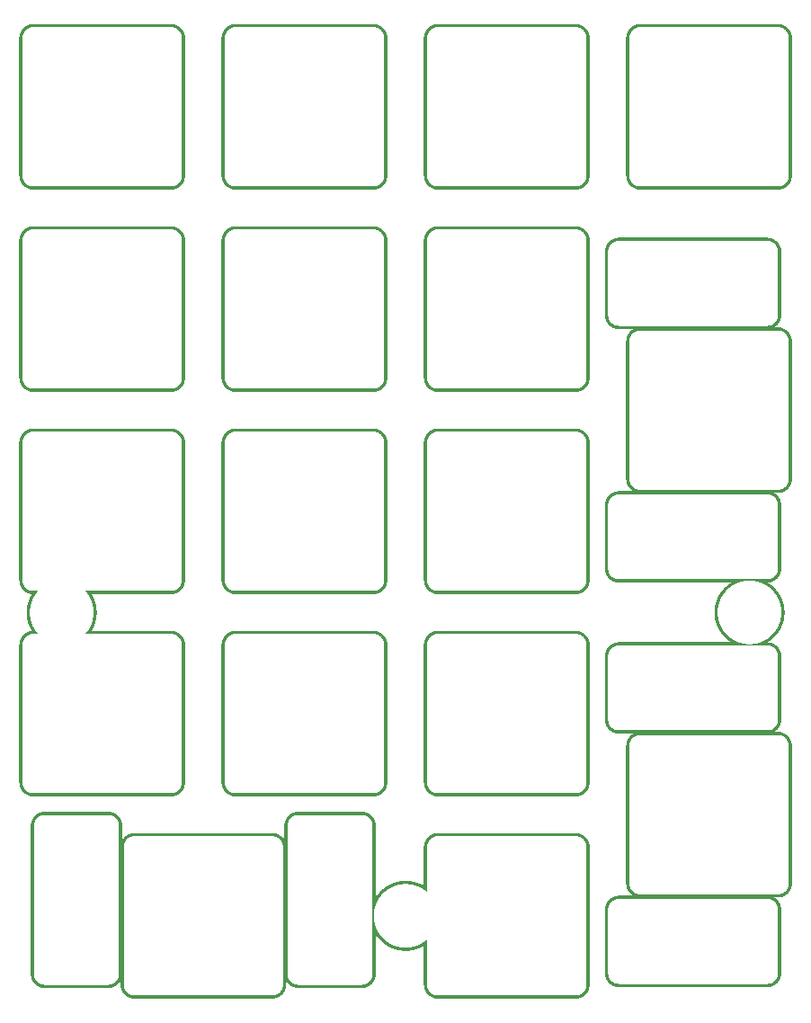
<source format=gbr>
%TF.GenerationSoftware,KiCad,Pcbnew,(6.0.2)*%
%TF.CreationDate,2022-03-24T22:34:24-04:00*%
%TF.ProjectId,RYCpad_plate,52594370-6164-45f7-906c-6174652e6b69,rev?*%
%TF.SameCoordinates,Original*%
%TF.FileFunction,Copper,L1,Top*%
%TF.FilePolarity,Positive*%
%FSLAX46Y46*%
G04 Gerber Fmt 4.6, Leading zero omitted, Abs format (unit mm)*
G04 Created by KiCad (PCBNEW (6.0.2)) date 2022-03-24 22:34:24*
%MOMM*%
%LPD*%
G01*
G04 APERTURE LIST*
G04 APERTURE END LIST*
%TO.C,svg2mod*%
G36*
X-16050184Y20780979D02*
G01*
X-16074752Y20781693D01*
X-16099217Y20782877D01*
X-16123574Y20784526D01*
X-16147819Y20786637D01*
X-16171948Y20789205D01*
X-16195955Y20792225D01*
X-16219836Y20795693D01*
X-16243587Y20799604D01*
X-16267203Y20803955D01*
X-16290680Y20808740D01*
X-16314013Y20813955D01*
X-16337198Y20819596D01*
X-16360230Y20825658D01*
X-16383105Y20832137D01*
X-16405818Y20839027D01*
X-16428365Y20846326D01*
X-16450742Y20854028D01*
X-16472943Y20862129D01*
X-16494965Y20870625D01*
X-16516803Y20879510D01*
X-16538452Y20888781D01*
X-16559908Y20898433D01*
X-16581166Y20908461D01*
X-16602222Y20918862D01*
X-16623072Y20929630D01*
X-16643710Y20940762D01*
X-16664133Y20952252D01*
X-16684336Y20964096D01*
X-16704314Y20976291D01*
X-16724064Y20988830D01*
X-16743579Y21001711D01*
X-16762857Y21014928D01*
X-16781893Y21028477D01*
X-16800681Y21042353D01*
X-16819218Y21056553D01*
X-16837499Y21071071D01*
X-16855519Y21085904D01*
X-16873275Y21101046D01*
X-16890761Y21116493D01*
X-16907973Y21132241D01*
X-16924907Y21148285D01*
X-16941557Y21164622D01*
X-16957921Y21181245D01*
X-16973992Y21198152D01*
X-16989768Y21215337D01*
X-17005242Y21232796D01*
X-17020411Y21250524D01*
X-17035270Y21268518D01*
X-17049815Y21286772D01*
X-17064041Y21305283D01*
X-17077943Y21324045D01*
X-17091518Y21343054D01*
X-17104761Y21362306D01*
X-17117667Y21381797D01*
X-17130231Y21401521D01*
X-17142450Y21421475D01*
X-17154319Y21441654D01*
X-17165832Y21462053D01*
X-17176987Y21482669D01*
X-17187778Y21503495D01*
X-17198200Y21524530D01*
X-17208250Y21545766D01*
X-17217923Y21567201D01*
X-17227214Y21588830D01*
X-17236119Y21610648D01*
X-17244634Y21632650D01*
X-17252753Y21654833D01*
X-17260472Y21677192D01*
X-17267788Y21699723D01*
X-17274694Y21722420D01*
X-17281188Y21745280D01*
X-17287264Y21768298D01*
X-17292918Y21791470D01*
X-17298146Y21814790D01*
X-17302942Y21838256D01*
X-17307303Y21861861D01*
X-17311224Y21885603D01*
X-17314700Y21909476D01*
X-17317728Y21933475D01*
X-17320301Y21957597D01*
X-17322417Y21981837D01*
X-17324070Y22006190D01*
X-17325257Y22030653D01*
X-17325972Y22055220D01*
X-17326211Y22079887D01*
X-17025457Y22079887D01*
X-17025146Y22055116D01*
X-17024218Y22030481D01*
X-17022680Y22005987D01*
X-17020540Y21981644D01*
X-17017805Y21957458D01*
X-17014484Y21933436D01*
X-17010582Y21909587D01*
X-17006109Y21885918D01*
X-17001071Y21862437D01*
X-16995476Y21839151D01*
X-16989332Y21816067D01*
X-16982645Y21793193D01*
X-16975425Y21770537D01*
X-16967677Y21748107D01*
X-16959410Y21725909D01*
X-16950631Y21703952D01*
X-16941348Y21682242D01*
X-16931568Y21660788D01*
X-16921299Y21639597D01*
X-16910548Y21618677D01*
X-16899323Y21598034D01*
X-16887631Y21577678D01*
X-16875480Y21557615D01*
X-16862878Y21537852D01*
X-16849832Y21518398D01*
X-16836349Y21499259D01*
X-16822437Y21480444D01*
X-16808103Y21461960D01*
X-16793356Y21443815D01*
X-16778202Y21426016D01*
X-16762649Y21408570D01*
X-16746705Y21391486D01*
X-16730377Y21374770D01*
X-16713673Y21358430D01*
X-16696600Y21342475D01*
X-16679166Y21326910D01*
X-16661378Y21311745D01*
X-16643244Y21296986D01*
X-16624771Y21282641D01*
X-16605967Y21268718D01*
X-16586840Y21255224D01*
X-16567397Y21242167D01*
X-16547645Y21229554D01*
X-16527592Y21217392D01*
X-16507245Y21205690D01*
X-16486613Y21194455D01*
X-16465702Y21183695D01*
X-16444521Y21173416D01*
X-16423076Y21163627D01*
X-16401375Y21154335D01*
X-16379426Y21145548D01*
X-16357236Y21137273D01*
X-16334813Y21129517D01*
X-16312164Y21122289D01*
X-16289297Y21115596D01*
X-16266220Y21109445D01*
X-16242939Y21103844D01*
X-16219463Y21098801D01*
X-16195799Y21094323D01*
X-16171954Y21090417D01*
X-16147936Y21087091D01*
X-16123753Y21084354D01*
X-16099412Y21082211D01*
X-16074921Y21080671D01*
X-16050286Y21079742D01*
X-16025517Y21079431D01*
X-3025276Y21079431D01*
X-3000506Y21079742D01*
X-2975871Y21080671D01*
X-2951380Y21082211D01*
X-2927039Y21084354D01*
X-2902856Y21087091D01*
X-2878838Y21090417D01*
X-2854993Y21094323D01*
X-2831329Y21098801D01*
X-2807853Y21103844D01*
X-2784572Y21109445D01*
X-2761494Y21115596D01*
X-2738627Y21122289D01*
X-2715979Y21129517D01*
X-2693556Y21137273D01*
X-2671366Y21145548D01*
X-2649417Y21154335D01*
X-2627716Y21163627D01*
X-2606271Y21173416D01*
X-2585089Y21183695D01*
X-2564178Y21194455D01*
X-2543546Y21205690D01*
X-2523200Y21217392D01*
X-2503147Y21229554D01*
X-2483395Y21242167D01*
X-2463951Y21255224D01*
X-2444824Y21268718D01*
X-2426020Y21282641D01*
X-2407547Y21296986D01*
X-2389413Y21311745D01*
X-2371625Y21326910D01*
X-2354191Y21342475D01*
X-2337118Y21358430D01*
X-2320414Y21374770D01*
X-2304086Y21391486D01*
X-2288142Y21408570D01*
X-2272589Y21426016D01*
X-2257436Y21443815D01*
X-2242688Y21461960D01*
X-2228355Y21480444D01*
X-2214443Y21499259D01*
X-2200960Y21518398D01*
X-2187913Y21537852D01*
X-2175311Y21557615D01*
X-2163160Y21577678D01*
X-2151469Y21598034D01*
X-2140244Y21618677D01*
X-2129493Y21639597D01*
X-2119224Y21660788D01*
X-2109444Y21682242D01*
X-2100161Y21703952D01*
X-2091382Y21725909D01*
X-2083115Y21748107D01*
X-2075368Y21770537D01*
X-2068147Y21793193D01*
X-2061461Y21816067D01*
X-2055317Y21839151D01*
X-2049722Y21862437D01*
X-2044684Y21885918D01*
X-2040211Y21909587D01*
X-2036310Y21933436D01*
X-2032988Y21957458D01*
X-2030254Y21981644D01*
X-2028114Y22005987D01*
X-2026577Y22030481D01*
X-2025649Y22055116D01*
X-2025339Y22079887D01*
X-2025339Y35079609D01*
X-2025650Y35104378D01*
X-2026578Y35129012D01*
X-2028116Y35153503D01*
X-2030256Y35177844D01*
X-2032991Y35202027D01*
X-2036313Y35226044D01*
X-2040215Y35249889D01*
X-2044688Y35273553D01*
X-2049726Y35297029D01*
X-2055322Y35320309D01*
X-2061466Y35343386D01*
X-2068153Y35366253D01*
X-2075374Y35388902D01*
X-2083121Y35411324D01*
X-2091388Y35433514D01*
X-2100167Y35455463D01*
X-2109451Y35477164D01*
X-2119231Y35498608D01*
X-2129500Y35519790D01*
X-2140251Y35540700D01*
X-2151476Y35561333D01*
X-2163168Y35581679D01*
X-2175318Y35601732D01*
X-2187921Y35621484D01*
X-2200967Y35640927D01*
X-2214450Y35660054D01*
X-2228362Y35678858D01*
X-2242696Y35697330D01*
X-2257443Y35715464D01*
X-2272597Y35733252D01*
X-2288149Y35750686D01*
X-2304093Y35767759D01*
X-2320421Y35784464D01*
X-2337125Y35800791D01*
X-2354198Y35816735D01*
X-2371632Y35832288D01*
X-2389420Y35847442D01*
X-2407554Y35862189D01*
X-2426026Y35876523D01*
X-2444830Y35890435D01*
X-2463957Y35903918D01*
X-2483400Y35916965D01*
X-2503152Y35929567D01*
X-2523205Y35941718D01*
X-2543551Y35953410D01*
X-2564183Y35964635D01*
X-2585094Y35975386D01*
X-2606275Y35985655D01*
X-2627720Y35995436D01*
X-2649421Y36004719D01*
X-2671370Y36013498D01*
X-2693559Y36021765D01*
X-2715982Y36029513D01*
X-2738630Y36036734D01*
X-2761497Y36043421D01*
X-2784574Y36049565D01*
X-2807855Y36055160D01*
X-2831331Y36060199D01*
X-2854995Y36064672D01*
X-2878839Y36068574D01*
X-2902857Y36071896D01*
X-2927040Y36074631D01*
X-2951381Y36076771D01*
X-2975872Y36078309D01*
X-3000506Y36079237D01*
X-3025276Y36079549D01*
X-16025517Y36079549D01*
X-16050286Y36079237D01*
X-16074920Y36078309D01*
X-16099411Y36076771D01*
X-16123752Y36074631D01*
X-16147935Y36071896D01*
X-16171953Y36068574D01*
X-16195797Y36064672D01*
X-16219461Y36060199D01*
X-16242937Y36055160D01*
X-16266218Y36049565D01*
X-16289295Y36043421D01*
X-16312162Y36036734D01*
X-16334810Y36029513D01*
X-16357233Y36021765D01*
X-16379423Y36013498D01*
X-16401372Y36004719D01*
X-16423072Y35995436D01*
X-16444517Y35985655D01*
X-16465699Y35975386D01*
X-16486609Y35964635D01*
X-16507241Y35953410D01*
X-16527588Y35941718D01*
X-16547641Y35929567D01*
X-16567392Y35916965D01*
X-16586836Y35903918D01*
X-16605963Y35890435D01*
X-16624767Y35876523D01*
X-16643239Y35862189D01*
X-16661373Y35847442D01*
X-16679161Y35832288D01*
X-16696595Y35816735D01*
X-16713668Y35800791D01*
X-16730372Y35784464D01*
X-16746700Y35767759D01*
X-16762644Y35750686D01*
X-16778197Y35733252D01*
X-16793351Y35715464D01*
X-16808098Y35697330D01*
X-16822432Y35678858D01*
X-16836344Y35660054D01*
X-16849827Y35640927D01*
X-16862873Y35621484D01*
X-16875476Y35601732D01*
X-16887627Y35581679D01*
X-16899318Y35561333D01*
X-16910544Y35540700D01*
X-16921294Y35519790D01*
X-16931564Y35498608D01*
X-16941344Y35477164D01*
X-16950627Y35455463D01*
X-16959406Y35433514D01*
X-16967673Y35411324D01*
X-16975421Y35388902D01*
X-16982642Y35366253D01*
X-16989329Y35343386D01*
X-16995473Y35320309D01*
X-17001068Y35297029D01*
X-17006107Y35273553D01*
X-17010580Y35249889D01*
X-17014482Y35226044D01*
X-17017804Y35202027D01*
X-17020539Y35177844D01*
X-17022679Y35153503D01*
X-17024217Y35129012D01*
X-17025145Y35104378D01*
X-17025457Y35079609D01*
X-17025457Y22079887D01*
X-17326211Y22079887D01*
X-17326211Y35079609D01*
X-17325971Y35104275D01*
X-17325256Y35128843D01*
X-17324069Y35153308D01*
X-17322415Y35177665D01*
X-17320299Y35201910D01*
X-17317725Y35226038D01*
X-17314697Y35250044D01*
X-17311220Y35273925D01*
X-17307299Y35297676D01*
X-17302938Y35321291D01*
X-17298141Y35344768D01*
X-17292913Y35368101D01*
X-17287259Y35391286D01*
X-17281182Y35414317D01*
X-17274688Y35437192D01*
X-17267781Y35459905D01*
X-17260465Y35482452D01*
X-17252746Y35504829D01*
X-17244626Y35527030D01*
X-17236112Y35549051D01*
X-17227207Y35570889D01*
X-17217915Y35592537D01*
X-17208242Y35613993D01*
X-17198192Y35635251D01*
X-17187769Y35656307D01*
X-17176978Y35677156D01*
X-17165824Y35697795D01*
X-17154310Y35718217D01*
X-17142441Y35738420D01*
X-17130222Y35758398D01*
X-17117658Y35778148D01*
X-17104752Y35797663D01*
X-17091509Y35816941D01*
X-17077934Y35835976D01*
X-17064031Y35854764D01*
X-17049806Y35873301D01*
X-17035261Y35891582D01*
X-17020402Y35909602D01*
X-17005233Y35927358D01*
X-16989758Y35944844D01*
X-16973983Y35962056D01*
X-16957912Y35978989D01*
X-16941548Y35995640D01*
X-16924898Y36012004D01*
X-16907964Y36028075D01*
X-16890752Y36043850D01*
X-16873266Y36059325D01*
X-16855511Y36074494D01*
X-16837490Y36089353D01*
X-16819210Y36103898D01*
X-16800673Y36118124D01*
X-16781885Y36132026D01*
X-16762849Y36145601D01*
X-16743572Y36158844D01*
X-16724056Y36171750D01*
X-16704307Y36184314D01*
X-16684329Y36196533D01*
X-16664126Y36208402D01*
X-16643703Y36219916D01*
X-16623065Y36231071D01*
X-16602216Y36241862D01*
X-16581160Y36252285D01*
X-16559902Y36262335D01*
X-16538446Y36272008D01*
X-16516797Y36281299D01*
X-16494960Y36290204D01*
X-16472938Y36298719D01*
X-16450737Y36306838D01*
X-16428361Y36314558D01*
X-16405814Y36321874D01*
X-16383101Y36328781D01*
X-16360226Y36335275D01*
X-16337194Y36341351D01*
X-16314009Y36347006D01*
X-16290677Y36352234D01*
X-16267200Y36357030D01*
X-16243584Y36361392D01*
X-16219833Y36365313D01*
X-16195953Y36368790D01*
X-16171946Y36371817D01*
X-16147818Y36374392D01*
X-16123573Y36376508D01*
X-16099216Y36378162D01*
X-16074752Y36379349D01*
X-16050183Y36380064D01*
X-16025517Y36380304D01*
X-3025276Y36380304D01*
X-3000609Y36380064D01*
X-2976040Y36379349D01*
X-2951576Y36378162D01*
X-2927218Y36376508D01*
X-2902974Y36374392D01*
X-2878846Y36371817D01*
X-2854839Y36368790D01*
X-2830958Y36365313D01*
X-2807208Y36361392D01*
X-2783592Y36357030D01*
X-2760115Y36352234D01*
X-2736782Y36347006D01*
X-2713597Y36341351D01*
X-2690565Y36335275D01*
X-2667691Y36328781D01*
X-2644978Y36321874D01*
X-2622431Y36314558D01*
X-2600054Y36306838D01*
X-2577853Y36298719D01*
X-2555832Y36290204D01*
X-2533994Y36281299D01*
X-2512345Y36272008D01*
X-2490890Y36262335D01*
X-2469632Y36252285D01*
X-2448576Y36241862D01*
X-2427726Y36231071D01*
X-2407088Y36219916D01*
X-2386665Y36208402D01*
X-2366463Y36196533D01*
X-2346484Y36184314D01*
X-2326735Y36171750D01*
X-2307219Y36158844D01*
X-2287942Y36145601D01*
X-2268907Y36132026D01*
X-2250118Y36118124D01*
X-2231582Y36103898D01*
X-2213301Y36089353D01*
X-2195281Y36074494D01*
X-2177525Y36059325D01*
X-2160039Y36043850D01*
X-2142827Y36028075D01*
X-2125894Y36012004D01*
X-2109243Y35995640D01*
X-2092879Y35978989D01*
X-2076808Y35962056D01*
X-2061033Y35944844D01*
X-2045558Y35927358D01*
X-2030389Y35909602D01*
X-2015530Y35891582D01*
X-2000986Y35873301D01*
X-1986760Y35854764D01*
X-1972857Y35835976D01*
X-1959282Y35816941D01*
X-1946039Y35797663D01*
X-1933133Y35778148D01*
X-1920569Y35758398D01*
X-1908350Y35738420D01*
X-1896481Y35718217D01*
X-1884967Y35697795D01*
X-1873813Y35677156D01*
X-1863022Y35656307D01*
X-1852599Y35635251D01*
X-1842549Y35613993D01*
X-1832876Y35592537D01*
X-1823584Y35570889D01*
X-1814679Y35549051D01*
X-1806165Y35527030D01*
X-1798045Y35504829D01*
X-1790326Y35482452D01*
X-1783010Y35459905D01*
X-1776103Y35437192D01*
X-1769609Y35414317D01*
X-1763532Y35391286D01*
X-1757878Y35368101D01*
X-1752650Y35344768D01*
X-1747853Y35321291D01*
X-1743492Y35297676D01*
X-1739571Y35273925D01*
X-1736094Y35250044D01*
X-1733066Y35226038D01*
X-1730492Y35201910D01*
X-1728376Y35177665D01*
X-1726722Y35153308D01*
X-1725535Y35128843D01*
X-1724820Y35104275D01*
X-1724581Y35079609D01*
X-1724581Y22079887D01*
X-1724819Y22055220D01*
X-1725534Y22030653D01*
X-1726721Y22006190D01*
X-1728374Y21981837D01*
X-1730490Y21957597D01*
X-1733064Y21933475D01*
X-1736091Y21909476D01*
X-1739567Y21885603D01*
X-1743488Y21861861D01*
X-1747849Y21838256D01*
X-1752645Y21814790D01*
X-1757873Y21791470D01*
X-1763527Y21768298D01*
X-1769603Y21745280D01*
X-1776097Y21722420D01*
X-1783004Y21699723D01*
X-1790319Y21677192D01*
X-1798039Y21654833D01*
X-1806158Y21632650D01*
X-1814672Y21610648D01*
X-1823577Y21588830D01*
X-1832868Y21567201D01*
X-1842541Y21545766D01*
X-1852591Y21524530D01*
X-1863014Y21503495D01*
X-1873805Y21482669D01*
X-1884959Y21462053D01*
X-1896473Y21441654D01*
X-1908341Y21421475D01*
X-1920560Y21401521D01*
X-1933125Y21381797D01*
X-1946031Y21362306D01*
X-1959273Y21343054D01*
X-1972848Y21324045D01*
X-1986751Y21305283D01*
X-2000977Y21286772D01*
X-2015522Y21268518D01*
X-2030381Y21250524D01*
X-2045550Y21232796D01*
X-2061024Y21215337D01*
X-2076799Y21198152D01*
X-2092871Y21181245D01*
X-2109234Y21164622D01*
X-2125885Y21148285D01*
X-2142819Y21132241D01*
X-2160031Y21116493D01*
X-2177517Y21101046D01*
X-2195272Y21085904D01*
X-2213293Y21071071D01*
X-2231574Y21056553D01*
X-2250111Y21042353D01*
X-2268899Y21028477D01*
X-2287934Y21014928D01*
X-2307212Y21001711D01*
X-2326728Y20988830D01*
X-2346477Y20976291D01*
X-2366456Y20964096D01*
X-2386659Y20952252D01*
X-2407081Y20940762D01*
X-2427720Y20929630D01*
X-2448570Y20918862D01*
X-2469626Y20908461D01*
X-2490884Y20898433D01*
X-2512340Y20888781D01*
X-2533989Y20879510D01*
X-2555826Y20870625D01*
X-2577848Y20862129D01*
X-2600050Y20854028D01*
X-2622426Y20846326D01*
X-2644973Y20839027D01*
X-2667687Y20832137D01*
X-2690562Y20825658D01*
X-2713594Y20819596D01*
X-2736779Y20813955D01*
X-2760112Y20808740D01*
X-2783589Y20803955D01*
X-2807205Y20799604D01*
X-2830956Y20795693D01*
X-2854837Y20792225D01*
X-2878844Y20789205D01*
X-2902972Y20786637D01*
X-2927217Y20784526D01*
X-2951575Y20782877D01*
X-2976040Y20781693D01*
X-3000608Y20780979D01*
X-3025276Y20780741D01*
X-16025517Y20780741D01*
X-16050184Y20780979D01*
G37*
G36*
X3000850Y-36369538D02*
G01*
X2976282Y-36368824D01*
X2951817Y-36367640D01*
X2927459Y-36365991D01*
X2903214Y-36363880D01*
X2879086Y-36361312D01*
X2855079Y-36358292D01*
X2831198Y-36354824D01*
X2807447Y-36350913D01*
X2783831Y-36346562D01*
X2760354Y-36341777D01*
X2737021Y-36336562D01*
X2713836Y-36330921D01*
X2690803Y-36324859D01*
X2667928Y-36318381D01*
X2645215Y-36311490D01*
X2622668Y-36304191D01*
X2600291Y-36296489D01*
X2578090Y-36288388D01*
X2556068Y-36279893D01*
X2534230Y-36271007D01*
X2512581Y-36261736D01*
X2491126Y-36252085D01*
X2469867Y-36242056D01*
X2448811Y-36231656D01*
X2427962Y-36220887D01*
X2407323Y-36209756D01*
X2386900Y-36198266D01*
X2366697Y-36186421D01*
X2346719Y-36174227D01*
X2326969Y-36161687D01*
X2307454Y-36148806D01*
X2288176Y-36135589D01*
X2269140Y-36122040D01*
X2250352Y-36108164D01*
X2231815Y-36093964D01*
X2213534Y-36079446D01*
X2195514Y-36064614D01*
X2177758Y-36049471D01*
X2160272Y-36034024D01*
X2143060Y-36018276D01*
X2126126Y-36002232D01*
X2109476Y-35985895D01*
X2093112Y-35969272D01*
X2077041Y-35952365D01*
X2061265Y-35935180D01*
X2045791Y-35917721D01*
X2030622Y-35899992D01*
X2015763Y-35881998D01*
X2001218Y-35863744D01*
X1986992Y-35845233D01*
X1973090Y-35826471D01*
X1959515Y-35807461D01*
X1946272Y-35788209D01*
X1933366Y-35768718D01*
X1920802Y-35748994D01*
X1908583Y-35729040D01*
X1896714Y-35708861D01*
X1885201Y-35688461D01*
X1874046Y-35667845D01*
X1863255Y-35647018D01*
X1852832Y-35625984D01*
X1842782Y-35604747D01*
X1833110Y-35583312D01*
X1823819Y-35561683D01*
X1814914Y-35539865D01*
X1806399Y-35517862D01*
X1798280Y-35495678D01*
X1790560Y-35473319D01*
X1783245Y-35450788D01*
X1776338Y-35428090D01*
X1769844Y-35405230D01*
X1763768Y-35382212D01*
X1758114Y-35359040D01*
X1752887Y-35335718D01*
X1748090Y-35312253D01*
X1743729Y-35288646D01*
X1739809Y-35264905D01*
X1736332Y-35241031D01*
X1733305Y-35217031D01*
X1730731Y-35192909D01*
X1728615Y-35168668D01*
X1726962Y-35144315D01*
X1725775Y-35119852D01*
X1725060Y-35095284D01*
X1724821Y-35070616D01*
X2025579Y-35070616D01*
X2025889Y-35095387D01*
X2026817Y-35120023D01*
X2028355Y-35144515D01*
X2030494Y-35168857D01*
X2033229Y-35193041D01*
X2036551Y-35217059D01*
X2040452Y-35240904D01*
X2044925Y-35264569D01*
X2049963Y-35288046D01*
X2055558Y-35311327D01*
X2061702Y-35334405D01*
X2068388Y-35357272D01*
X2075609Y-35379921D01*
X2083356Y-35402344D01*
X2091623Y-35424534D01*
X2100402Y-35446483D01*
X2109685Y-35468184D01*
X2119465Y-35489629D01*
X2129734Y-35510811D01*
X2140485Y-35531722D01*
X2151710Y-35552354D01*
X2163402Y-35572700D01*
X2175552Y-35592753D01*
X2188155Y-35612505D01*
X2201201Y-35631948D01*
X2214684Y-35651075D01*
X2228596Y-35669879D01*
X2242930Y-35688351D01*
X2257677Y-35706485D01*
X2272831Y-35724272D01*
X2288384Y-35741706D01*
X2304328Y-35758779D01*
X2320655Y-35775483D01*
X2337360Y-35791810D01*
X2354433Y-35807754D01*
X2371867Y-35823306D01*
X2389655Y-35838460D01*
X2407789Y-35853207D01*
X2426261Y-35867540D01*
X2445065Y-35881452D01*
X2464193Y-35894934D01*
X2483636Y-35907980D01*
X2503388Y-35920582D01*
X2523441Y-35932733D01*
X2543787Y-35944424D01*
X2564420Y-35955649D01*
X2585331Y-35966399D01*
X2606512Y-35976668D01*
X2627957Y-35986448D01*
X2649658Y-35995731D01*
X2671607Y-36004509D01*
X2693797Y-36012776D01*
X2716220Y-36020524D01*
X2738869Y-36027744D01*
X2761736Y-36034431D01*
X2784813Y-36040575D01*
X2808094Y-36046170D01*
X2831570Y-36051208D01*
X2855235Y-36055681D01*
X2879079Y-36059582D01*
X2903097Y-36062904D01*
X2927280Y-36065639D01*
X2951622Y-36067779D01*
X2976113Y-36069317D01*
X3000748Y-36070245D01*
X3025517Y-36070556D01*
X16025240Y-36070556D01*
X16050011Y-36070245D01*
X16074646Y-36069317D01*
X16099140Y-36067779D01*
X16123483Y-36065639D01*
X16147669Y-36062904D01*
X16171691Y-36059582D01*
X16195540Y-36055681D01*
X16219209Y-36051208D01*
X16242690Y-36046170D01*
X16265977Y-36040575D01*
X16289061Y-36034431D01*
X16311935Y-36027744D01*
X16334591Y-36020524D01*
X16357021Y-36012776D01*
X16379219Y-36004509D01*
X16401177Y-35995731D01*
X16422886Y-35986448D01*
X16444340Y-35976668D01*
X16465532Y-35966399D01*
X16486452Y-35955649D01*
X16507095Y-35944424D01*
X16527451Y-35932733D01*
X16547515Y-35920582D01*
X16567278Y-35907980D01*
X16586732Y-35894934D01*
X16605870Y-35881452D01*
X16624686Y-35867540D01*
X16643170Y-35853207D01*
X16661315Y-35838460D01*
X16679115Y-35823306D01*
X16696560Y-35807754D01*
X16713645Y-35791810D01*
X16730361Y-35775483D01*
X16746701Y-35758779D01*
X16762656Y-35741706D01*
X16778221Y-35724272D01*
X16793386Y-35706485D01*
X16808145Y-35688351D01*
X16822490Y-35669879D01*
X16836413Y-35651075D01*
X16849907Y-35631948D01*
X16862965Y-35612505D01*
X16875578Y-35592753D01*
X16887739Y-35572700D01*
X16899441Y-35552354D01*
X16910676Y-35531722D01*
X16921437Y-35510811D01*
X16931715Y-35489629D01*
X16941504Y-35468184D01*
X16950796Y-35446483D01*
X16959583Y-35424534D01*
X16967858Y-35402344D01*
X16975614Y-35379921D01*
X16982841Y-35357272D01*
X16989534Y-35334405D01*
X16995685Y-35311327D01*
X17001286Y-35288046D01*
X17006329Y-35264569D01*
X17010807Y-35240904D01*
X17014712Y-35217059D01*
X17018037Y-35193041D01*
X17020775Y-35168857D01*
X17022917Y-35144515D01*
X17024456Y-35120023D01*
X17025385Y-35095387D01*
X17025697Y-35070616D01*
X17025697Y-22070896D01*
X17025386Y-22046127D01*
X17024457Y-22021493D01*
X17022919Y-21997002D01*
X17020777Y-21972661D01*
X17018040Y-21948478D01*
X17014715Y-21924461D01*
X17010810Y-21900616D01*
X17006332Y-21876952D01*
X17001289Y-21853476D01*
X16995689Y-21830196D01*
X16989539Y-21807119D01*
X16982846Y-21784252D01*
X16975618Y-21761603D01*
X16967864Y-21739181D01*
X16959589Y-21716991D01*
X16950802Y-21695042D01*
X16941510Y-21673341D01*
X16931721Y-21651897D01*
X16921443Y-21630715D01*
X16910682Y-21609805D01*
X16899448Y-21589172D01*
X16887746Y-21568826D01*
X16875584Y-21548773D01*
X16862971Y-21529021D01*
X16849914Y-21509578D01*
X16836420Y-21490451D01*
X16822497Y-21471647D01*
X16808152Y-21453175D01*
X16793393Y-21435041D01*
X16778228Y-21417253D01*
X16762664Y-21399819D01*
X16746708Y-21382746D01*
X16730368Y-21366041D01*
X16713652Y-21349714D01*
X16696568Y-21333770D01*
X16679122Y-21318217D01*
X16661322Y-21303063D01*
X16643176Y-21288316D01*
X16624692Y-21273982D01*
X16605877Y-21260070D01*
X16586738Y-21246587D01*
X16567284Y-21233540D01*
X16547521Y-21220938D01*
X16527457Y-21208787D01*
X16507100Y-21197095D01*
X16486458Y-21185870D01*
X16465537Y-21175119D01*
X16444346Y-21164850D01*
X16422891Y-21155069D01*
X16401182Y-21145786D01*
X16379224Y-21137007D01*
X16357026Y-21128740D01*
X16334595Y-21120992D01*
X16311938Y-21113771D01*
X16289064Y-21107084D01*
X16265980Y-21100940D01*
X16242693Y-21095345D01*
X16219212Y-21090306D01*
X16195542Y-21085833D01*
X16171693Y-21081931D01*
X16147671Y-21078609D01*
X16123485Y-21075874D01*
X16099141Y-21073734D01*
X16074647Y-21072196D01*
X16050011Y-21071268D01*
X16025240Y-21070956D01*
X3025517Y-21070956D01*
X3000747Y-21071268D01*
X2976113Y-21072196D01*
X2951621Y-21073734D01*
X2927279Y-21075874D01*
X2903095Y-21078609D01*
X2879077Y-21081931D01*
X2855232Y-21085833D01*
X2831568Y-21090306D01*
X2808091Y-21095345D01*
X2784810Y-21100940D01*
X2761732Y-21107084D01*
X2738865Y-21113771D01*
X2716216Y-21120992D01*
X2693793Y-21128740D01*
X2671603Y-21137007D01*
X2649653Y-21145786D01*
X2627952Y-21155069D01*
X2606507Y-21164850D01*
X2585325Y-21175119D01*
X2564414Y-21185870D01*
X2543782Y-21197095D01*
X2523435Y-21208787D01*
X2503382Y-21220938D01*
X2483630Y-21233540D01*
X2464186Y-21246587D01*
X2445059Y-21260070D01*
X2426255Y-21273982D01*
X2407782Y-21288316D01*
X2389648Y-21303063D01*
X2371860Y-21318217D01*
X2354426Y-21333770D01*
X2337353Y-21349714D01*
X2320649Y-21366041D01*
X2304321Y-21382746D01*
X2288377Y-21399819D01*
X2272824Y-21417253D01*
X2257670Y-21435041D01*
X2242923Y-21453175D01*
X2228590Y-21471647D01*
X2214678Y-21490451D01*
X2201195Y-21509578D01*
X2188148Y-21529021D01*
X2175546Y-21548773D01*
X2163395Y-21568826D01*
X2151704Y-21589172D01*
X2140479Y-21609805D01*
X2129728Y-21630715D01*
X2119460Y-21651897D01*
X2109680Y-21673341D01*
X2100397Y-21695042D01*
X2091618Y-21716991D01*
X2083352Y-21739181D01*
X2075604Y-21761603D01*
X2068384Y-21784252D01*
X2061698Y-21807119D01*
X2055554Y-21830196D01*
X2049959Y-21853476D01*
X2044922Y-21876952D01*
X2040449Y-21900616D01*
X2036548Y-21924461D01*
X2033227Y-21948478D01*
X2030493Y-21972661D01*
X2028353Y-21997002D01*
X2026816Y-22021493D01*
X2025889Y-22046127D01*
X2025579Y-22070896D01*
X2025579Y-35070616D01*
X1724821Y-35070616D01*
X1724821Y-22070896D01*
X1725060Y-22046229D01*
X1725775Y-22021661D01*
X1726961Y-21997196D01*
X1728613Y-21972839D01*
X1730729Y-21948594D01*
X1733302Y-21924466D01*
X1736329Y-21900459D01*
X1739805Y-21876578D01*
X1743726Y-21852827D01*
X1748086Y-21829211D01*
X1752883Y-21805735D01*
X1758110Y-21782402D01*
X1763763Y-21759217D01*
X1769839Y-21736185D01*
X1776333Y-21713310D01*
X1783239Y-21690597D01*
X1790554Y-21668050D01*
X1798274Y-21645673D01*
X1806393Y-21623472D01*
X1814907Y-21601451D01*
X1823812Y-21579613D01*
X1833103Y-21557965D01*
X1842775Y-21536509D01*
X1852825Y-21515251D01*
X1863247Y-21494195D01*
X1874038Y-21473346D01*
X1885193Y-21452708D01*
X1896706Y-21432285D01*
X1908575Y-21412082D01*
X1920793Y-21392104D01*
X1933358Y-21372355D01*
X1946264Y-21352839D01*
X1959506Y-21333562D01*
X1973081Y-21314527D01*
X1986983Y-21295739D01*
X2001209Y-21277202D01*
X2015754Y-21258921D01*
X2030613Y-21240901D01*
X2045782Y-21223146D01*
X2061256Y-21205660D01*
X2077032Y-21188448D01*
X2093103Y-21171515D01*
X2109467Y-21154864D01*
X2126117Y-21138501D01*
X2143051Y-21122429D01*
X2160263Y-21106654D01*
X2177750Y-21091180D01*
X2195505Y-21076011D01*
X2213526Y-21061152D01*
X2231807Y-21046608D01*
X2250344Y-21032382D01*
X2269132Y-21018479D01*
X2288167Y-21004905D01*
X2307445Y-20991662D01*
X2326961Y-20978756D01*
X2346711Y-20966192D01*
X2366689Y-20953973D01*
X2386892Y-20942105D01*
X2407315Y-20930591D01*
X2427954Y-20919436D01*
X2448804Y-20908646D01*
X2469860Y-20898223D01*
X2491119Y-20888173D01*
X2512575Y-20878500D01*
X2534224Y-20869209D01*
X2556062Y-20860304D01*
X2578084Y-20851789D01*
X2600286Y-20843670D01*
X2622662Y-20835951D01*
X2645210Y-20828635D01*
X2667923Y-20821728D01*
X2690799Y-20815234D01*
X2713831Y-20809158D01*
X2737017Y-20803503D01*
X2760350Y-20798276D01*
X2783827Y-20793479D01*
X2807444Y-20789118D01*
X2831195Y-20785197D01*
X2855077Y-20781720D01*
X2879084Y-20778692D01*
X2903212Y-20776118D01*
X2927458Y-20774002D01*
X2951815Y-20772348D01*
X2976281Y-20771161D01*
X3000850Y-20770446D01*
X3025517Y-20770206D01*
X16025240Y-20770206D01*
X16049908Y-20770446D01*
X16074475Y-20771161D01*
X16098937Y-20772348D01*
X16123290Y-20774002D01*
X16147531Y-20776118D01*
X16171653Y-20778692D01*
X16195652Y-20781720D01*
X16219525Y-20785197D01*
X16243267Y-20789118D01*
X16266873Y-20793479D01*
X16290338Y-20798276D01*
X16313659Y-20803503D01*
X16336831Y-20809158D01*
X16359850Y-20815234D01*
X16382710Y-20821728D01*
X16405407Y-20828635D01*
X16427938Y-20835951D01*
X16450298Y-20843670D01*
X16472481Y-20851789D01*
X16494484Y-20860304D01*
X16516302Y-20869209D01*
X16537931Y-20878500D01*
X16559366Y-20888173D01*
X16580603Y-20898223D01*
X16601638Y-20908646D01*
X16622465Y-20919436D01*
X16643081Y-20930591D01*
X16663480Y-20942105D01*
X16683660Y-20953973D01*
X16703614Y-20966192D01*
X16723338Y-20978756D01*
X16742829Y-20991662D01*
X16762082Y-21004905D01*
X16781092Y-21018479D01*
X16799854Y-21032382D01*
X16818365Y-21046608D01*
X16836620Y-21061152D01*
X16854613Y-21076011D01*
X16872342Y-21091180D01*
X16889802Y-21106654D01*
X16906987Y-21122429D01*
X16923894Y-21138501D01*
X16940517Y-21154864D01*
X16956854Y-21171515D01*
X16972899Y-21188448D01*
X16988647Y-21205660D01*
X17004094Y-21223146D01*
X17019236Y-21240901D01*
X17034069Y-21258921D01*
X17048587Y-21277202D01*
X17062787Y-21295739D01*
X17076664Y-21314527D01*
X17090213Y-21333562D01*
X17103430Y-21352839D01*
X17116311Y-21372355D01*
X17128850Y-21392104D01*
X17141045Y-21412082D01*
X17152889Y-21432285D01*
X17164379Y-21452708D01*
X17175511Y-21473346D01*
X17186279Y-21494195D01*
X17196679Y-21515251D01*
X17206707Y-21536509D01*
X17216359Y-21557965D01*
X17225630Y-21579613D01*
X17234515Y-21601451D01*
X17243010Y-21623472D01*
X17251111Y-21645673D01*
X17258812Y-21668050D01*
X17266111Y-21690597D01*
X17273001Y-21713310D01*
X17279480Y-21736185D01*
X17285541Y-21759217D01*
X17291181Y-21782402D01*
X17296396Y-21805735D01*
X17301180Y-21829211D01*
X17305530Y-21852827D01*
X17309441Y-21876578D01*
X17312908Y-21900459D01*
X17315928Y-21924466D01*
X17318495Y-21948594D01*
X17320605Y-21972839D01*
X17322253Y-21997196D01*
X17323436Y-22021661D01*
X17324149Y-22046229D01*
X17324386Y-22070896D01*
X17324386Y-35070616D01*
X17324148Y-35095284D01*
X17323435Y-35119852D01*
X17322252Y-35144315D01*
X17320603Y-35168668D01*
X17318492Y-35192909D01*
X17315925Y-35217031D01*
X17312905Y-35241031D01*
X17309437Y-35264905D01*
X17305526Y-35288646D01*
X17301176Y-35312253D01*
X17296391Y-35335718D01*
X17291176Y-35359040D01*
X17285535Y-35382212D01*
X17279473Y-35405230D01*
X17272995Y-35428090D01*
X17266104Y-35450788D01*
X17258805Y-35473319D01*
X17251103Y-35495678D01*
X17243002Y-35517862D01*
X17234507Y-35539865D01*
X17225622Y-35561683D01*
X17216351Y-35583312D01*
X17206699Y-35604747D01*
X17196670Y-35625984D01*
X17186270Y-35647018D01*
X17175502Y-35667845D01*
X17164370Y-35688461D01*
X17152880Y-35708861D01*
X17141035Y-35729040D01*
X17128841Y-35748994D01*
X17116301Y-35768718D01*
X17103420Y-35788209D01*
X17090203Y-35807461D01*
X17076654Y-35826471D01*
X17062777Y-35845233D01*
X17048577Y-35863744D01*
X17034059Y-35881998D01*
X17019227Y-35899992D01*
X17004084Y-35917721D01*
X16988637Y-35935180D01*
X16972889Y-35952365D01*
X16956844Y-35969272D01*
X16940508Y-35985895D01*
X16923884Y-36002232D01*
X16906977Y-36018276D01*
X16889792Y-36034024D01*
X16872333Y-36049471D01*
X16854604Y-36064614D01*
X16836610Y-36079446D01*
X16818356Y-36093964D01*
X16799845Y-36108164D01*
X16781083Y-36122040D01*
X16762073Y-36135589D01*
X16742821Y-36148806D01*
X16723330Y-36161687D01*
X16703605Y-36174227D01*
X16683651Y-36186421D01*
X16663472Y-36198266D01*
X16643073Y-36209756D01*
X16622458Y-36220887D01*
X16601631Y-36231656D01*
X16580596Y-36242056D01*
X16559360Y-36252085D01*
X16537925Y-36261736D01*
X16516296Y-36271007D01*
X16494478Y-36279893D01*
X16472475Y-36288388D01*
X16450292Y-36296489D01*
X16427933Y-36304191D01*
X16405402Y-36311490D01*
X16382705Y-36318381D01*
X16359845Y-36324859D01*
X16336827Y-36330921D01*
X16313656Y-36336562D01*
X16290335Y-36341777D01*
X16266869Y-36346562D01*
X16243264Y-36350913D01*
X16219523Y-36354824D01*
X16195650Y-36358292D01*
X16171651Y-36361312D01*
X16147529Y-36363880D01*
X16123289Y-36365991D01*
X16098936Y-36367640D01*
X16074474Y-36368824D01*
X16049907Y-36369538D01*
X16025240Y-36369776D01*
X3025517Y-36369776D01*
X3000850Y-36369538D01*
G37*
G36*
X3000850Y-17320567D02*
G01*
X2976282Y-17319852D01*
X2951817Y-17318665D01*
X2927459Y-17317011D01*
X2903214Y-17314895D01*
X2879086Y-17312321D01*
X2855079Y-17309293D01*
X2831198Y-17305816D01*
X2807447Y-17301895D01*
X2783831Y-17297534D01*
X2760354Y-17292737D01*
X2737021Y-17287510D01*
X2713836Y-17281855D01*
X2690803Y-17275779D01*
X2667928Y-17269285D01*
X2645215Y-17262378D01*
X2622668Y-17255062D01*
X2600291Y-17247343D01*
X2578090Y-17239224D01*
X2556068Y-17230709D01*
X2534230Y-17221804D01*
X2512581Y-17212513D01*
X2491126Y-17202840D01*
X2469867Y-17192790D01*
X2448811Y-17182367D01*
X2427962Y-17171577D01*
X2407323Y-17160422D01*
X2386900Y-17148908D01*
X2366697Y-17137040D01*
X2346719Y-17124821D01*
X2326969Y-17112257D01*
X2307454Y-17099351D01*
X2288176Y-17086108D01*
X2269140Y-17072534D01*
X2250352Y-17058631D01*
X2231815Y-17044405D01*
X2213534Y-17029861D01*
X2195514Y-17015002D01*
X2177758Y-16999833D01*
X2160272Y-16984359D01*
X2143060Y-16968584D01*
X2126126Y-16952512D01*
X2109476Y-16936149D01*
X2093112Y-16919498D01*
X2077041Y-16902565D01*
X2061265Y-16885353D01*
X2045791Y-16867867D01*
X2030622Y-16850112D01*
X2015763Y-16832092D01*
X2001218Y-16813811D01*
X1986992Y-16795274D01*
X1973090Y-16776486D01*
X1959515Y-16757451D01*
X1946272Y-16738174D01*
X1933366Y-16718658D01*
X1920802Y-16698909D01*
X1908583Y-16678931D01*
X1896714Y-16658728D01*
X1885201Y-16638305D01*
X1874046Y-16617667D01*
X1863255Y-16596818D01*
X1852832Y-16575762D01*
X1842782Y-16554504D01*
X1833110Y-16533048D01*
X1823819Y-16511400D01*
X1814914Y-16489562D01*
X1806399Y-16467541D01*
X1798280Y-16445340D01*
X1790560Y-16422963D01*
X1783245Y-16400416D01*
X1776338Y-16377703D01*
X1769844Y-16354828D01*
X1763768Y-16331796D01*
X1758114Y-16308611D01*
X1752887Y-16285278D01*
X1748090Y-16261802D01*
X1743729Y-16238186D01*
X1739809Y-16214435D01*
X1736332Y-16190554D01*
X1733305Y-16166547D01*
X1730731Y-16142419D01*
X1728615Y-16118174D01*
X1726962Y-16093817D01*
X1725775Y-16069352D01*
X1725060Y-16044784D01*
X1724821Y-16020116D01*
X2025579Y-16020116D01*
X2025889Y-16044886D01*
X2026817Y-16069520D01*
X2028355Y-16094011D01*
X2030494Y-16118352D01*
X2033229Y-16142535D01*
X2036551Y-16166552D01*
X2040452Y-16190397D01*
X2044925Y-16214061D01*
X2049963Y-16237537D01*
X2055558Y-16260817D01*
X2061702Y-16283894D01*
X2068388Y-16306761D01*
X2075609Y-16329410D01*
X2083356Y-16351832D01*
X2091623Y-16374022D01*
X2100402Y-16395971D01*
X2109685Y-16417672D01*
X2119465Y-16439116D01*
X2129734Y-16460298D01*
X2140485Y-16481208D01*
X2151710Y-16501841D01*
X2163402Y-16522187D01*
X2175552Y-16542240D01*
X2188155Y-16561992D01*
X2201201Y-16581435D01*
X2214684Y-16600562D01*
X2228596Y-16619366D01*
X2242930Y-16637838D01*
X2257677Y-16655972D01*
X2272831Y-16673760D01*
X2288384Y-16691194D01*
X2304328Y-16708267D01*
X2320655Y-16724971D01*
X2337360Y-16741299D01*
X2354433Y-16757243D01*
X2371867Y-16772796D01*
X2389655Y-16787950D01*
X2407789Y-16802697D01*
X2426261Y-16817031D01*
X2445065Y-16830943D01*
X2464193Y-16844426D01*
X2483636Y-16857473D01*
X2503388Y-16870075D01*
X2523441Y-16882226D01*
X2543787Y-16893918D01*
X2564420Y-16905143D01*
X2585331Y-16915894D01*
X2606512Y-16926163D01*
X2627957Y-16935944D01*
X2649658Y-16945227D01*
X2671607Y-16954006D01*
X2693797Y-16962273D01*
X2716220Y-16970021D01*
X2738869Y-16977242D01*
X2761736Y-16983929D01*
X2784813Y-16990073D01*
X2808094Y-16995668D01*
X2831570Y-17000707D01*
X2855235Y-17005180D01*
X2879079Y-17009082D01*
X2903097Y-17012404D01*
X2927280Y-17015139D01*
X2951622Y-17017279D01*
X2976113Y-17018817D01*
X3000748Y-17019745D01*
X3025517Y-17020056D01*
X16025240Y-17020056D01*
X16050011Y-17019745D01*
X16074646Y-17018817D01*
X16099140Y-17017279D01*
X16123483Y-17015139D01*
X16147669Y-17012404D01*
X16171691Y-17009082D01*
X16195540Y-17005180D01*
X16219209Y-17000707D01*
X16242690Y-16995668D01*
X16265977Y-16990073D01*
X16289061Y-16983929D01*
X16311935Y-16977242D01*
X16334591Y-16970021D01*
X16357021Y-16962273D01*
X16379219Y-16954006D01*
X16401177Y-16945227D01*
X16422886Y-16935944D01*
X16444340Y-16926163D01*
X16465532Y-16915894D01*
X16486452Y-16905143D01*
X16507095Y-16893918D01*
X16527451Y-16882226D01*
X16547515Y-16870075D01*
X16567278Y-16857473D01*
X16586732Y-16844426D01*
X16605870Y-16830943D01*
X16624686Y-16817031D01*
X16643170Y-16802697D01*
X16661315Y-16787950D01*
X16679115Y-16772796D01*
X16696560Y-16757243D01*
X16713645Y-16741299D01*
X16730361Y-16724971D01*
X16746701Y-16708267D01*
X16762656Y-16691194D01*
X16778221Y-16673760D01*
X16793386Y-16655972D01*
X16808145Y-16637838D01*
X16822490Y-16619366D01*
X16836413Y-16600562D01*
X16849907Y-16581435D01*
X16862965Y-16561992D01*
X16875578Y-16542240D01*
X16887739Y-16522187D01*
X16899441Y-16501841D01*
X16910676Y-16481208D01*
X16921437Y-16460298D01*
X16931715Y-16439116D01*
X16941504Y-16417672D01*
X16950796Y-16395971D01*
X16959583Y-16374022D01*
X16967858Y-16351832D01*
X16975614Y-16329410D01*
X16982841Y-16306761D01*
X16989534Y-16283894D01*
X16995685Y-16260817D01*
X17001286Y-16237537D01*
X17006329Y-16214061D01*
X17010807Y-16190397D01*
X17014712Y-16166552D01*
X17018037Y-16142535D01*
X17020775Y-16118352D01*
X17022917Y-16094011D01*
X17024456Y-16069520D01*
X17025385Y-16044886D01*
X17025697Y-16020116D01*
X17025697Y-3019874D01*
X17025385Y-2995105D01*
X17024456Y-2970470D01*
X17022917Y-2945979D01*
X17020775Y-2921637D01*
X17018037Y-2897454D01*
X17014712Y-2873436D01*
X17010807Y-2849592D01*
X17006329Y-2825927D01*
X17001286Y-2802451D01*
X16995685Y-2779171D01*
X16989534Y-2756093D01*
X16982841Y-2733226D01*
X16975614Y-2710578D01*
X16967858Y-2688155D01*
X16959583Y-2665965D01*
X16950796Y-2644016D01*
X16941504Y-2622315D01*
X16931715Y-2600870D01*
X16921437Y-2579689D01*
X16910676Y-2558778D01*
X16899441Y-2538146D01*
X16887739Y-2517800D01*
X16875578Y-2497747D01*
X16862965Y-2477995D01*
X16849907Y-2458552D01*
X16836413Y-2439424D01*
X16822490Y-2420621D01*
X16808145Y-2402148D01*
X16793386Y-2384014D01*
X16778221Y-2366227D01*
X16762656Y-2348793D01*
X16746701Y-2331720D01*
X16730361Y-2315016D01*
X16713645Y-2298688D01*
X16696560Y-2282744D01*
X16679115Y-2267191D01*
X16661315Y-2252038D01*
X16643170Y-2237290D01*
X16624686Y-2222957D01*
X16605870Y-2209045D01*
X16586732Y-2195562D01*
X16567278Y-2182516D01*
X16547515Y-2169913D01*
X16527451Y-2157763D01*
X16507095Y-2146071D01*
X16486452Y-2134846D01*
X16465532Y-2124095D01*
X16444340Y-2113826D01*
X16422886Y-2104046D01*
X16401177Y-2094763D01*
X16379219Y-2085984D01*
X16357021Y-2077717D01*
X16334591Y-2069969D01*
X16311935Y-2062748D01*
X16289061Y-2056062D01*
X16265977Y-2049917D01*
X16242690Y-2044322D01*
X16219209Y-2039284D01*
X16195540Y-2034811D01*
X16171691Y-2030909D01*
X16147669Y-2027587D01*
X16123483Y-2024852D01*
X16099140Y-2022712D01*
X16074646Y-2021174D01*
X16050011Y-2020246D01*
X16025240Y-2019934D01*
X3025517Y-2019934D01*
X3000748Y-2020246D01*
X2976113Y-2021174D01*
X2951622Y-2022712D01*
X2927280Y-2024852D01*
X2903097Y-2027587D01*
X2879079Y-2030909D01*
X2855235Y-2034811D01*
X2831570Y-2039284D01*
X2808094Y-2044322D01*
X2784813Y-2049917D01*
X2761736Y-2056062D01*
X2738869Y-2062748D01*
X2716220Y-2069969D01*
X2693797Y-2077717D01*
X2671607Y-2085984D01*
X2649658Y-2094763D01*
X2627957Y-2104046D01*
X2606512Y-2113826D01*
X2585331Y-2124095D01*
X2564420Y-2134846D01*
X2543787Y-2146071D01*
X2523441Y-2157763D01*
X2503388Y-2169913D01*
X2483636Y-2182516D01*
X2464193Y-2195562D01*
X2445065Y-2209045D01*
X2426261Y-2222957D01*
X2407789Y-2237290D01*
X2389655Y-2252038D01*
X2371867Y-2267191D01*
X2354433Y-2282744D01*
X2337360Y-2298688D01*
X2320655Y-2315016D01*
X2304328Y-2331720D01*
X2288384Y-2348793D01*
X2272831Y-2366227D01*
X2257677Y-2384014D01*
X2242930Y-2402148D01*
X2228596Y-2420621D01*
X2214684Y-2439424D01*
X2201201Y-2458552D01*
X2188155Y-2477995D01*
X2175552Y-2497747D01*
X2163402Y-2517800D01*
X2151710Y-2538146D01*
X2140485Y-2558778D01*
X2129734Y-2579689D01*
X2119465Y-2600870D01*
X2109685Y-2622315D01*
X2100402Y-2644016D01*
X2091623Y-2665965D01*
X2083356Y-2688155D01*
X2075609Y-2710578D01*
X2068388Y-2733226D01*
X2061702Y-2756093D01*
X2055558Y-2779171D01*
X2049963Y-2802451D01*
X2044925Y-2825927D01*
X2040452Y-2849592D01*
X2036551Y-2873436D01*
X2033229Y-2897454D01*
X2030494Y-2921637D01*
X2028355Y-2945979D01*
X2026817Y-2970470D01*
X2025889Y-2995105D01*
X2025579Y-3019874D01*
X2025579Y-16020116D01*
X1724821Y-16020116D01*
X1724821Y-3019874D01*
X1725060Y-2995207D01*
X1725775Y-2970639D01*
X1726962Y-2946174D01*
X1728615Y-2921817D01*
X1730731Y-2897572D01*
X1733305Y-2873444D01*
X1736332Y-2849437D01*
X1739809Y-2825556D01*
X1743729Y-2801805D01*
X1748090Y-2778189D01*
X1752887Y-2754712D01*
X1758114Y-2731379D01*
X1763768Y-2708194D01*
X1769844Y-2685162D01*
X1776338Y-2662287D01*
X1783245Y-2639574D01*
X1790560Y-2617027D01*
X1798280Y-2594650D01*
X1806399Y-2572449D01*
X1814914Y-2550427D01*
X1823819Y-2528590D01*
X1833110Y-2506941D01*
X1842782Y-2485485D01*
X1852832Y-2464227D01*
X1863255Y-2443171D01*
X1874046Y-2422322D01*
X1885201Y-2401683D01*
X1896714Y-2381261D01*
X1908583Y-2361058D01*
X1920802Y-2341080D01*
X1933366Y-2321330D01*
X1946272Y-2301815D01*
X1959515Y-2282537D01*
X1973090Y-2263502D01*
X1986992Y-2244714D01*
X2001218Y-2226177D01*
X2015763Y-2207896D01*
X2030622Y-2189876D01*
X2045791Y-2172120D01*
X2061265Y-2154635D01*
X2077041Y-2137422D01*
X2093112Y-2120489D01*
X2109476Y-2103838D01*
X2126126Y-2087475D01*
X2143060Y-2071403D01*
X2160272Y-2055628D01*
X2177758Y-2040154D01*
X2195514Y-2024985D01*
X2213534Y-2010126D01*
X2231815Y-1995581D01*
X2250352Y-1981355D01*
X2269140Y-1967453D01*
X2288176Y-1953878D01*
X2307454Y-1940635D01*
X2326969Y-1927729D01*
X2346719Y-1915165D01*
X2366697Y-1902946D01*
X2386900Y-1891077D01*
X2407323Y-1879563D01*
X2427962Y-1868409D01*
X2448811Y-1857618D01*
X2469867Y-1847195D01*
X2491126Y-1837145D01*
X2512581Y-1827472D01*
X2534230Y-1818181D01*
X2556068Y-1809276D01*
X2578090Y-1800761D01*
X2600291Y-1792642D01*
X2622668Y-1784922D01*
X2645215Y-1777606D01*
X2667928Y-1770699D01*
X2690803Y-1764205D01*
X2713836Y-1758129D01*
X2737021Y-1752475D01*
X2760354Y-1747247D01*
X2783831Y-1742450D01*
X2807447Y-1738089D01*
X2831198Y-1734168D01*
X2855079Y-1730691D01*
X2879086Y-1727663D01*
X2903214Y-1725089D01*
X2927459Y-1722973D01*
X2951817Y-1721319D01*
X2976282Y-1720132D01*
X3000850Y-1719417D01*
X3025517Y-1719177D01*
X16025240Y-1719177D01*
X16049907Y-1719417D01*
X16074474Y-1720132D01*
X16098936Y-1721319D01*
X16123289Y-1722973D01*
X16147529Y-1725089D01*
X16171651Y-1727663D01*
X16195650Y-1730691D01*
X16219523Y-1734168D01*
X16243264Y-1738089D01*
X16266869Y-1742450D01*
X16290335Y-1747247D01*
X16313656Y-1752475D01*
X16336827Y-1758129D01*
X16359845Y-1764205D01*
X16382705Y-1770699D01*
X16405402Y-1777606D01*
X16427933Y-1784922D01*
X16450292Y-1792642D01*
X16472475Y-1800761D01*
X16494478Y-1809276D01*
X16516296Y-1818181D01*
X16537925Y-1827472D01*
X16559360Y-1837145D01*
X16580596Y-1847195D01*
X16601631Y-1857618D01*
X16622458Y-1868409D01*
X16643073Y-1879563D01*
X16663472Y-1891077D01*
X16683651Y-1902946D01*
X16703605Y-1915165D01*
X16723330Y-1927729D01*
X16742821Y-1940635D01*
X16762073Y-1953878D01*
X16781083Y-1967453D01*
X16799845Y-1981355D01*
X16818356Y-1995581D01*
X16836610Y-2010126D01*
X16854604Y-2024985D01*
X16872333Y-2040154D01*
X16889792Y-2055628D01*
X16906977Y-2071403D01*
X16923884Y-2087475D01*
X16940508Y-2103838D01*
X16956844Y-2120489D01*
X16972889Y-2137422D01*
X16988637Y-2154635D01*
X17004084Y-2172120D01*
X17019227Y-2189876D01*
X17034059Y-2207896D01*
X17048577Y-2226177D01*
X17062777Y-2244714D01*
X17076654Y-2263502D01*
X17090203Y-2282537D01*
X17103420Y-2301815D01*
X17116301Y-2321330D01*
X17128841Y-2341080D01*
X17141035Y-2361058D01*
X17152880Y-2381261D01*
X17164370Y-2401683D01*
X17175502Y-2422322D01*
X17186270Y-2443171D01*
X17196670Y-2464227D01*
X17206699Y-2485485D01*
X17216351Y-2506941D01*
X17225622Y-2528590D01*
X17234507Y-2550427D01*
X17243002Y-2572449D01*
X17251103Y-2594650D01*
X17258805Y-2617027D01*
X17266104Y-2639574D01*
X17272995Y-2662287D01*
X17279473Y-2685162D01*
X17285535Y-2708194D01*
X17291176Y-2731379D01*
X17296391Y-2754712D01*
X17301176Y-2778189D01*
X17305526Y-2801805D01*
X17309437Y-2825556D01*
X17312905Y-2849437D01*
X17315925Y-2873444D01*
X17318492Y-2897572D01*
X17320603Y-2921817D01*
X17322252Y-2946174D01*
X17323435Y-2970639D01*
X17324148Y-2995207D01*
X17324386Y-3019874D01*
X17324386Y-16020116D01*
X17324148Y-16044784D01*
X17323435Y-16069352D01*
X17322252Y-16093817D01*
X17320603Y-16118174D01*
X17318492Y-16142419D01*
X17315925Y-16166547D01*
X17312905Y-16190554D01*
X17309437Y-16214435D01*
X17305526Y-16238186D01*
X17301176Y-16261802D01*
X17296391Y-16285278D01*
X17291176Y-16308611D01*
X17285535Y-16331796D01*
X17279473Y-16354828D01*
X17272995Y-16377703D01*
X17266104Y-16400416D01*
X17258805Y-16422963D01*
X17251103Y-16445340D01*
X17243002Y-16467541D01*
X17234507Y-16489562D01*
X17225622Y-16511400D01*
X17216351Y-16533048D01*
X17206699Y-16554504D01*
X17196670Y-16575762D01*
X17186270Y-16596818D01*
X17175502Y-16617667D01*
X17164370Y-16638305D01*
X17152880Y-16658728D01*
X17141035Y-16678931D01*
X17128841Y-16698909D01*
X17116301Y-16718658D01*
X17103420Y-16738174D01*
X17090203Y-16757451D01*
X17076654Y-16776486D01*
X17062777Y-16795274D01*
X17048577Y-16813811D01*
X17034059Y-16832092D01*
X17019227Y-16850112D01*
X17004084Y-16867867D01*
X16988637Y-16885353D01*
X16972889Y-16902565D01*
X16956844Y-16919498D01*
X16940508Y-16936149D01*
X16923884Y-16952512D01*
X16906977Y-16968584D01*
X16889792Y-16984359D01*
X16872333Y-16999833D01*
X16854604Y-17015002D01*
X16836610Y-17029861D01*
X16818356Y-17044405D01*
X16799845Y-17058631D01*
X16781083Y-17072534D01*
X16762073Y-17086108D01*
X16742821Y-17099351D01*
X16723330Y-17112257D01*
X16703605Y-17124821D01*
X16683651Y-17137040D01*
X16663472Y-17148908D01*
X16643073Y-17160422D01*
X16622458Y-17171577D01*
X16601631Y-17182367D01*
X16580596Y-17192790D01*
X16559360Y-17202840D01*
X16537925Y-17212513D01*
X16516296Y-17221804D01*
X16494478Y-17230709D01*
X16472475Y-17239224D01*
X16450292Y-17247343D01*
X16427933Y-17255062D01*
X16405402Y-17262378D01*
X16382705Y-17269285D01*
X16359845Y-17275779D01*
X16336827Y-17281855D01*
X16313656Y-17287510D01*
X16290335Y-17292737D01*
X16266869Y-17297534D01*
X16243264Y-17301895D01*
X16219523Y-17305816D01*
X16195650Y-17309293D01*
X16171651Y-17312321D01*
X16147529Y-17314895D01*
X16123289Y-17317011D01*
X16098936Y-17318665D01*
X16074474Y-17319852D01*
X16049907Y-17320567D01*
X16025240Y-17320806D01*
X3025517Y-17320806D01*
X3000850Y-17320567D01*
G37*
G36*
X-16050184Y1730464D02*
G01*
X-16074752Y1731179D01*
X-16099217Y1732366D01*
X-16123574Y1734020D01*
X-16147819Y1736136D01*
X-16171948Y1738710D01*
X-16195955Y1741738D01*
X-16219836Y1745215D01*
X-16243587Y1749136D01*
X-16267203Y1753497D01*
X-16290680Y1758294D01*
X-16314013Y1763522D01*
X-16337198Y1769176D01*
X-16360230Y1775252D01*
X-16383105Y1781746D01*
X-16405818Y1788653D01*
X-16428365Y1795969D01*
X-16450742Y1803689D01*
X-16472943Y1811808D01*
X-16494965Y1820323D01*
X-16516803Y1829228D01*
X-16538452Y1838519D01*
X-16559908Y1848192D01*
X-16581166Y1858242D01*
X-16602222Y1868665D01*
X-16623072Y1879456D01*
X-16643710Y1890610D01*
X-16664133Y1902124D01*
X-16684336Y1913993D01*
X-16704314Y1926212D01*
X-16724064Y1938776D01*
X-16743579Y1951682D01*
X-16762857Y1964925D01*
X-16781893Y1978499D01*
X-16800681Y1992402D01*
X-16819218Y2006628D01*
X-16837499Y2021173D01*
X-16855519Y2036032D01*
X-16873275Y2051201D01*
X-16890761Y2066675D01*
X-16907973Y2082450D01*
X-16924907Y2098521D01*
X-16941557Y2114885D01*
X-16957921Y2131535D01*
X-16973992Y2148469D01*
X-16989768Y2165681D01*
X-17005242Y2183167D01*
X-17020411Y2200922D01*
X-17035270Y2218943D01*
X-17049815Y2237223D01*
X-17064041Y2255760D01*
X-17077943Y2274548D01*
X-17091518Y2293583D01*
X-17104761Y2312861D01*
X-17117667Y2332377D01*
X-17130231Y2352126D01*
X-17142450Y2372104D01*
X-17154319Y2392307D01*
X-17165832Y2412730D01*
X-17176987Y2433368D01*
X-17187778Y2454217D01*
X-17198200Y2475273D01*
X-17208250Y2496531D01*
X-17217923Y2517987D01*
X-17227214Y2539636D01*
X-17236119Y2561473D01*
X-17244634Y2583495D01*
X-17252753Y2605696D01*
X-17260472Y2628072D01*
X-17267788Y2650619D01*
X-17274694Y2673332D01*
X-17281188Y2696207D01*
X-17287264Y2719239D01*
X-17292918Y2742424D01*
X-17298146Y2765757D01*
X-17302942Y2789234D01*
X-17307303Y2812850D01*
X-17311224Y2836600D01*
X-17314700Y2860481D01*
X-17317728Y2884488D01*
X-17320301Y2908616D01*
X-17322417Y2932861D01*
X-17324070Y2957218D01*
X-17325257Y2981683D01*
X-17325972Y3006251D01*
X-17326211Y3030919D01*
X-17025457Y3030919D01*
X-17025146Y3006149D01*
X-17024218Y2981514D01*
X-17022680Y2957023D01*
X-17020540Y2932681D01*
X-17017805Y2908498D01*
X-17014484Y2884480D01*
X-17010582Y2860636D01*
X-17006109Y2836971D01*
X-17001071Y2813495D01*
X-16995476Y2790215D01*
X-16989332Y2767137D01*
X-16982645Y2744270D01*
X-16975425Y2721622D01*
X-16967677Y2699199D01*
X-16959410Y2677009D01*
X-16950631Y2655060D01*
X-16941348Y2633360D01*
X-16931568Y2611915D01*
X-16921299Y2590733D01*
X-16910548Y2569823D01*
X-16899323Y2549191D01*
X-16887631Y2528844D01*
X-16875480Y2508792D01*
X-16862878Y2489040D01*
X-16849832Y2469597D01*
X-16836349Y2450470D01*
X-16822437Y2431666D01*
X-16808103Y2413193D01*
X-16793356Y2395060D01*
X-16778202Y2377272D01*
X-16762649Y2359838D01*
X-16746705Y2342765D01*
X-16730377Y2326061D01*
X-16713673Y2309734D01*
X-16696600Y2293790D01*
X-16679166Y2278237D01*
X-16661378Y2263083D01*
X-16643244Y2248336D01*
X-16624771Y2234003D01*
X-16605967Y2220091D01*
X-16586840Y2206608D01*
X-16567397Y2193562D01*
X-16547645Y2180960D01*
X-16527592Y2168809D01*
X-16507245Y2157117D01*
X-16486613Y2145892D01*
X-16465702Y2135141D01*
X-16444521Y2124872D01*
X-16423076Y2115093D01*
X-16401375Y2105809D01*
X-16379426Y2097031D01*
X-16357236Y2088763D01*
X-16334813Y2081016D01*
X-16312164Y2073795D01*
X-16289297Y2067109D01*
X-16266220Y2060964D01*
X-16242939Y2055369D01*
X-16219463Y2050331D01*
X-16195799Y2045857D01*
X-16171954Y2041956D01*
X-16147936Y2038634D01*
X-16123753Y2035899D01*
X-16099412Y2033759D01*
X-16074921Y2032221D01*
X-16050286Y2031293D01*
X-16025517Y2030982D01*
X-3025276Y2030982D01*
X-3000506Y2031293D01*
X-2975871Y2032221D01*
X-2951380Y2033759D01*
X-2927039Y2035899D01*
X-2902856Y2038634D01*
X-2878838Y2041956D01*
X-2854993Y2045857D01*
X-2831329Y2050331D01*
X-2807853Y2055369D01*
X-2784572Y2060964D01*
X-2761494Y2067109D01*
X-2738627Y2073795D01*
X-2715979Y2081016D01*
X-2693556Y2088763D01*
X-2671366Y2097031D01*
X-2649417Y2105809D01*
X-2627716Y2115093D01*
X-2606271Y2124872D01*
X-2585089Y2135141D01*
X-2564178Y2145892D01*
X-2543546Y2157117D01*
X-2523200Y2168809D01*
X-2503147Y2180960D01*
X-2483395Y2193562D01*
X-2463951Y2206608D01*
X-2444824Y2220091D01*
X-2426020Y2234003D01*
X-2407547Y2248336D01*
X-2389413Y2263083D01*
X-2371625Y2278237D01*
X-2354191Y2293790D01*
X-2337118Y2309734D01*
X-2320414Y2326061D01*
X-2304086Y2342765D01*
X-2288142Y2359838D01*
X-2272589Y2377272D01*
X-2257436Y2395060D01*
X-2242688Y2413193D01*
X-2228355Y2431666D01*
X-2214443Y2450470D01*
X-2200960Y2469597D01*
X-2187913Y2489040D01*
X-2175311Y2508792D01*
X-2163160Y2528844D01*
X-2151469Y2549191D01*
X-2140244Y2569823D01*
X-2129493Y2590733D01*
X-2119224Y2611915D01*
X-2109444Y2633360D01*
X-2100161Y2655060D01*
X-2091382Y2677009D01*
X-2083115Y2699199D01*
X-2075368Y2721622D01*
X-2068147Y2744270D01*
X-2061461Y2767137D01*
X-2055317Y2790215D01*
X-2049722Y2813495D01*
X-2044684Y2836971D01*
X-2040211Y2860636D01*
X-2036310Y2884480D01*
X-2032988Y2908498D01*
X-2030254Y2932681D01*
X-2028114Y2957023D01*
X-2026577Y2981514D01*
X-2025649Y3006149D01*
X-2025339Y3030919D01*
X-2025339Y16030642D01*
X-2025650Y16055411D01*
X-2026578Y16080045D01*
X-2028116Y16104536D01*
X-2030256Y16128877D01*
X-2032991Y16153060D01*
X-2036313Y16177078D01*
X-2040215Y16200922D01*
X-2044688Y16224586D01*
X-2049726Y16248062D01*
X-2055322Y16271343D01*
X-2061466Y16294420D01*
X-2068153Y16317287D01*
X-2075374Y16339935D01*
X-2083121Y16362358D01*
X-2091388Y16384548D01*
X-2100167Y16406497D01*
X-2109451Y16428197D01*
X-2119231Y16449642D01*
X-2129500Y16470823D01*
X-2140251Y16491734D01*
X-2151476Y16512366D01*
X-2163168Y16532713D01*
X-2175318Y16552765D01*
X-2187921Y16572517D01*
X-2200967Y16591960D01*
X-2214450Y16611088D01*
X-2228362Y16629891D01*
X-2242696Y16648364D01*
X-2257443Y16666498D01*
X-2272597Y16684286D01*
X-2288149Y16701720D01*
X-2304093Y16718793D01*
X-2320421Y16735497D01*
X-2337125Y16751825D01*
X-2354198Y16767769D01*
X-2371632Y16783321D01*
X-2389420Y16798475D01*
X-2407554Y16813222D01*
X-2426026Y16827556D01*
X-2444830Y16841468D01*
X-2463957Y16854951D01*
X-2483400Y16867998D01*
X-2503152Y16880600D01*
X-2523205Y16892751D01*
X-2543551Y16904443D01*
X-2564183Y16915668D01*
X-2585094Y16926419D01*
X-2606275Y16936688D01*
X-2627720Y16946468D01*
X-2649421Y16955751D01*
X-2671370Y16964530D01*
X-2693559Y16972797D01*
X-2715982Y16980545D01*
X-2738630Y16987766D01*
X-2761497Y16994453D01*
X-2784574Y17000597D01*
X-2807855Y17006193D01*
X-2831331Y17011231D01*
X-2854995Y17015704D01*
X-2878839Y17019606D01*
X-2902857Y17022928D01*
X-2927040Y17025663D01*
X-2951381Y17027803D01*
X-2975872Y17029341D01*
X-3000506Y17030269D01*
X-3025276Y17030581D01*
X-16025517Y17030581D01*
X-16050286Y17030269D01*
X-16074920Y17029341D01*
X-16099411Y17027803D01*
X-16123752Y17025663D01*
X-16147935Y17022928D01*
X-16171953Y17019606D01*
X-16195797Y17015704D01*
X-16219461Y17011231D01*
X-16242937Y17006193D01*
X-16266218Y17000597D01*
X-16289295Y16994453D01*
X-16312162Y16987766D01*
X-16334810Y16980545D01*
X-16357233Y16972797D01*
X-16379423Y16964530D01*
X-16401372Y16955751D01*
X-16423072Y16946468D01*
X-16444517Y16936688D01*
X-16465699Y16926419D01*
X-16486609Y16915668D01*
X-16507241Y16904443D01*
X-16527588Y16892751D01*
X-16547641Y16880600D01*
X-16567392Y16867998D01*
X-16586836Y16854951D01*
X-16605963Y16841468D01*
X-16624767Y16827556D01*
X-16643239Y16813222D01*
X-16661373Y16798475D01*
X-16679161Y16783321D01*
X-16696595Y16767769D01*
X-16713668Y16751825D01*
X-16730372Y16735497D01*
X-16746700Y16718793D01*
X-16762644Y16701720D01*
X-16778197Y16684286D01*
X-16793351Y16666498D01*
X-16808098Y16648364D01*
X-16822432Y16629891D01*
X-16836344Y16611088D01*
X-16849827Y16591960D01*
X-16862873Y16572517D01*
X-16875476Y16552765D01*
X-16887627Y16532713D01*
X-16899318Y16512366D01*
X-16910544Y16491734D01*
X-16921294Y16470823D01*
X-16931564Y16449642D01*
X-16941344Y16428197D01*
X-16950627Y16406497D01*
X-16959406Y16384548D01*
X-16967673Y16362358D01*
X-16975421Y16339935D01*
X-16982642Y16317287D01*
X-16989329Y16294420D01*
X-16995473Y16271343D01*
X-17001068Y16248062D01*
X-17006107Y16224586D01*
X-17010580Y16200922D01*
X-17014482Y16177078D01*
X-17017804Y16153060D01*
X-17020539Y16128877D01*
X-17022679Y16104536D01*
X-17024217Y16080045D01*
X-17025145Y16055411D01*
X-17025457Y16030642D01*
X-17025457Y3030919D01*
X-17326211Y3030919D01*
X-17326211Y16030642D01*
X-17325971Y16055308D01*
X-17325256Y16079874D01*
X-17324069Y16104336D01*
X-17322415Y16128688D01*
X-17320299Y16152928D01*
X-17317725Y16177049D01*
X-17314697Y16201048D01*
X-17311220Y16224920D01*
X-17307299Y16248661D01*
X-17302938Y16272266D01*
X-17298141Y16295731D01*
X-17292913Y16319051D01*
X-17287259Y16342223D01*
X-17281182Y16365240D01*
X-17274688Y16388100D01*
X-17267781Y16410797D01*
X-17260465Y16433327D01*
X-17252746Y16455686D01*
X-17244626Y16477869D01*
X-17236112Y16499871D01*
X-17227207Y16521689D01*
X-17217915Y16543318D01*
X-17208242Y16564752D01*
X-17198192Y16585989D01*
X-17187769Y16607023D01*
X-17176978Y16627850D01*
X-17165824Y16648465D01*
X-17154310Y16668864D01*
X-17142441Y16689043D01*
X-17130222Y16708997D01*
X-17117658Y16728721D01*
X-17104752Y16748212D01*
X-17091509Y16767464D01*
X-17077934Y16786474D01*
X-17064031Y16805236D01*
X-17049806Y16823747D01*
X-17035261Y16842001D01*
X-17020402Y16859995D01*
X-17005233Y16877723D01*
X-16989758Y16895183D01*
X-16973983Y16912368D01*
X-16957912Y16929274D01*
X-16941548Y16945898D01*
X-16924898Y16962235D01*
X-16907964Y16978279D01*
X-16890752Y16994027D01*
X-16873266Y17009475D01*
X-16855511Y17024617D01*
X-16837490Y17039450D01*
X-16819210Y17053968D01*
X-16800673Y17068168D01*
X-16781885Y17082045D01*
X-16762849Y17095594D01*
X-16743572Y17108811D01*
X-16724056Y17121692D01*
X-16704307Y17134232D01*
X-16684329Y17146427D01*
X-16664126Y17158271D01*
X-16643703Y17169762D01*
X-16623065Y17180894D01*
X-16602216Y17191662D01*
X-16581160Y17202063D01*
X-16559902Y17212092D01*
X-16538446Y17221744D01*
X-16516797Y17231015D01*
X-16494960Y17239901D01*
X-16472938Y17248396D01*
X-16450737Y17256497D01*
X-16428361Y17264200D01*
X-16405814Y17271499D01*
X-16383101Y17278390D01*
X-16360226Y17284869D01*
X-16337194Y17290931D01*
X-16314009Y17296572D01*
X-16290677Y17301787D01*
X-16267200Y17306572D01*
X-16243584Y17310923D01*
X-16219833Y17314835D01*
X-16195953Y17318303D01*
X-16171946Y17321323D01*
X-16147818Y17323891D01*
X-16123573Y17326002D01*
X-16099216Y17327651D01*
X-16074752Y17328835D01*
X-16050183Y17329549D01*
X-16025517Y17329788D01*
X-3025276Y17329788D01*
X-3000609Y17329549D01*
X-2976040Y17328835D01*
X-2951576Y17327651D01*
X-2927218Y17326002D01*
X-2902974Y17323891D01*
X-2878846Y17321323D01*
X-2854839Y17318303D01*
X-2830958Y17314835D01*
X-2807208Y17310923D01*
X-2783592Y17306572D01*
X-2760115Y17301787D01*
X-2736782Y17296572D01*
X-2713597Y17290931D01*
X-2690565Y17284869D01*
X-2667691Y17278390D01*
X-2644978Y17271499D01*
X-2622431Y17264200D01*
X-2600054Y17256497D01*
X-2577853Y17248396D01*
X-2555832Y17239901D01*
X-2533994Y17231015D01*
X-2512345Y17221744D01*
X-2490890Y17212092D01*
X-2469632Y17202063D01*
X-2448576Y17191662D01*
X-2427726Y17180894D01*
X-2407088Y17169762D01*
X-2386665Y17158271D01*
X-2366463Y17146427D01*
X-2346484Y17134232D01*
X-2326735Y17121692D01*
X-2307219Y17108811D01*
X-2287942Y17095594D01*
X-2268907Y17082045D01*
X-2250118Y17068168D01*
X-2231582Y17053968D01*
X-2213301Y17039450D01*
X-2195281Y17024617D01*
X-2177525Y17009475D01*
X-2160039Y16994027D01*
X-2142827Y16978279D01*
X-2125894Y16962235D01*
X-2109243Y16945898D01*
X-2092879Y16929274D01*
X-2076808Y16912368D01*
X-2061033Y16895183D01*
X-2045558Y16877723D01*
X-2030389Y16859995D01*
X-2015530Y16842001D01*
X-2000986Y16823747D01*
X-1986760Y16805236D01*
X-1972857Y16786474D01*
X-1959282Y16767464D01*
X-1946039Y16748212D01*
X-1933133Y16728721D01*
X-1920569Y16708997D01*
X-1908350Y16689043D01*
X-1896481Y16668864D01*
X-1884967Y16648465D01*
X-1873813Y16627850D01*
X-1863022Y16607023D01*
X-1852599Y16585989D01*
X-1842549Y16564752D01*
X-1832876Y16543318D01*
X-1823584Y16521689D01*
X-1814679Y16499871D01*
X-1806165Y16477869D01*
X-1798045Y16455686D01*
X-1790326Y16433327D01*
X-1783010Y16410797D01*
X-1776103Y16388100D01*
X-1769609Y16365240D01*
X-1763532Y16342223D01*
X-1757878Y16319051D01*
X-1752650Y16295731D01*
X-1747853Y16272266D01*
X-1743492Y16248661D01*
X-1739571Y16224920D01*
X-1736094Y16201048D01*
X-1733066Y16177049D01*
X-1730492Y16152928D01*
X-1728376Y16128688D01*
X-1726722Y16104336D01*
X-1725535Y16079874D01*
X-1724820Y16055308D01*
X-1724581Y16030642D01*
X-1724581Y3030919D01*
X-1724819Y3006251D01*
X-1725534Y2981683D01*
X-1726721Y2957218D01*
X-1728374Y2932861D01*
X-1730490Y2908616D01*
X-1733064Y2884488D01*
X-1736091Y2860481D01*
X-1739567Y2836600D01*
X-1743488Y2812850D01*
X-1747849Y2789234D01*
X-1752645Y2765757D01*
X-1757873Y2742424D01*
X-1763527Y2719239D01*
X-1769603Y2696207D01*
X-1776097Y2673332D01*
X-1783004Y2650619D01*
X-1790319Y2628072D01*
X-1798039Y2605696D01*
X-1806158Y2583495D01*
X-1814672Y2561473D01*
X-1823577Y2539636D01*
X-1832868Y2517987D01*
X-1842541Y2496531D01*
X-1852591Y2475273D01*
X-1863014Y2454217D01*
X-1873805Y2433368D01*
X-1884959Y2412730D01*
X-1896473Y2392307D01*
X-1908341Y2372104D01*
X-1920560Y2352126D01*
X-1933125Y2332377D01*
X-1946031Y2312861D01*
X-1959273Y2293583D01*
X-1972848Y2274548D01*
X-1986751Y2255760D01*
X-2000977Y2237223D01*
X-2015522Y2218943D01*
X-2030381Y2200922D01*
X-2045550Y2183167D01*
X-2061024Y2165681D01*
X-2076799Y2148469D01*
X-2092871Y2131535D01*
X-2109234Y2114885D01*
X-2125885Y2098521D01*
X-2142819Y2082450D01*
X-2160031Y2066675D01*
X-2177517Y2051201D01*
X-2195272Y2036032D01*
X-2213293Y2021173D01*
X-2231574Y2006628D01*
X-2250111Y1992402D01*
X-2268899Y1978499D01*
X-2287934Y1964925D01*
X-2307212Y1951682D01*
X-2326728Y1938776D01*
X-2346477Y1926212D01*
X-2366456Y1913993D01*
X-2386659Y1902124D01*
X-2407081Y1890610D01*
X-2427720Y1879456D01*
X-2448570Y1868665D01*
X-2469626Y1858242D01*
X-2490884Y1848192D01*
X-2512340Y1838519D01*
X-2533989Y1829228D01*
X-2555826Y1820323D01*
X-2577848Y1811808D01*
X-2600050Y1803689D01*
X-2622426Y1795969D01*
X-2644973Y1788653D01*
X-2667687Y1781746D01*
X-2690562Y1775252D01*
X-2713594Y1769176D01*
X-2736779Y1763522D01*
X-2760112Y1758294D01*
X-2783589Y1753497D01*
X-2807205Y1749136D01*
X-2830956Y1745215D01*
X-2854837Y1741738D01*
X-2878844Y1738710D01*
X-2902972Y1736136D01*
X-2927217Y1734020D01*
X-2951575Y1732366D01*
X-2976040Y1731179D01*
X-3000608Y1730464D01*
X-3025276Y1730225D01*
X-16025517Y1730225D01*
X-16050184Y1730464D01*
G37*
G36*
X22049817Y20780979D02*
G01*
X22025250Y20781693D01*
X22000788Y20782877D01*
X21976435Y20784526D01*
X21952196Y20786637D01*
X21928074Y20789205D01*
X21904074Y20792225D01*
X21880202Y20795693D01*
X21856461Y20799604D01*
X21832855Y20803955D01*
X21809390Y20808740D01*
X21786069Y20813955D01*
X21762898Y20819596D01*
X21739880Y20825658D01*
X21717020Y20832137D01*
X21694322Y20839027D01*
X21671792Y20846326D01*
X21649433Y20854028D01*
X21627250Y20862129D01*
X21605247Y20870625D01*
X21583429Y20879510D01*
X21561800Y20888781D01*
X21540365Y20898433D01*
X21519129Y20908461D01*
X21498094Y20918862D01*
X21477267Y20929630D01*
X21456652Y20940762D01*
X21436252Y20952252D01*
X21416074Y20964096D01*
X21396120Y20976291D01*
X21376395Y20988830D01*
X21356904Y21001711D01*
X21337652Y21014928D01*
X21318642Y21028477D01*
X21299880Y21042353D01*
X21281369Y21056553D01*
X21263115Y21071071D01*
X21245121Y21085904D01*
X21227392Y21101046D01*
X21209933Y21116493D01*
X21192748Y21132241D01*
X21175841Y21148285D01*
X21159217Y21164622D01*
X21142881Y21181245D01*
X21126836Y21198152D01*
X21111088Y21215337D01*
X21095641Y21232796D01*
X21080498Y21250524D01*
X21065666Y21268518D01*
X21051148Y21286772D01*
X21036948Y21305283D01*
X21023071Y21324045D01*
X21009522Y21343054D01*
X20996305Y21362306D01*
X20983424Y21381797D01*
X20970884Y21401521D01*
X20958690Y21421475D01*
X20946845Y21441654D01*
X20935355Y21462053D01*
X20924224Y21482669D01*
X20913455Y21503495D01*
X20903055Y21524530D01*
X20893026Y21545766D01*
X20883374Y21567201D01*
X20874103Y21588830D01*
X20865218Y21610648D01*
X20856723Y21632650D01*
X20848622Y21654833D01*
X20840920Y21677192D01*
X20833621Y21699723D01*
X20826730Y21722420D01*
X20820252Y21745280D01*
X20814190Y21768298D01*
X20808549Y21791470D01*
X20803335Y21814790D01*
X20798550Y21838256D01*
X20794200Y21861861D01*
X20790288Y21885603D01*
X20786821Y21909476D01*
X20783801Y21933475D01*
X20781234Y21957597D01*
X20779123Y21981837D01*
X20777474Y22006190D01*
X20776291Y22030653D01*
X20775578Y22055220D01*
X20775340Y22079887D01*
X21074544Y22079887D01*
X21074854Y22055116D01*
X21075782Y22030481D01*
X21077320Y22005987D01*
X21079460Y21981644D01*
X21082195Y21957458D01*
X21085516Y21933436D01*
X21089418Y21909587D01*
X21093891Y21885918D01*
X21098929Y21862437D01*
X21104524Y21839151D01*
X21110668Y21816067D01*
X21117354Y21793193D01*
X21124575Y21770537D01*
X21132323Y21748107D01*
X21140590Y21725909D01*
X21149369Y21703952D01*
X21158652Y21682242D01*
X21168432Y21660788D01*
X21178701Y21639597D01*
X21189452Y21618677D01*
X21200677Y21598034D01*
X21212369Y21577678D01*
X21224519Y21557615D01*
X21237122Y21537852D01*
X21250168Y21518398D01*
X21263651Y21499259D01*
X21277563Y21480444D01*
X21291897Y21461960D01*
X21306644Y21443815D01*
X21321798Y21426016D01*
X21337351Y21408570D01*
X21353295Y21391486D01*
X21369623Y21374770D01*
X21386327Y21358430D01*
X21403400Y21342475D01*
X21420834Y21326910D01*
X21438622Y21311745D01*
X21456756Y21296986D01*
X21475228Y21282641D01*
X21494032Y21268718D01*
X21513159Y21255224D01*
X21532603Y21242167D01*
X21552355Y21229554D01*
X21572408Y21217392D01*
X21592754Y21205690D01*
X21613387Y21194455D01*
X21634297Y21183695D01*
X21655479Y21173416D01*
X21676924Y21163627D01*
X21698625Y21154335D01*
X21720574Y21145548D01*
X21742764Y21137273D01*
X21765187Y21129517D01*
X21787835Y21122289D01*
X21810702Y21115596D01*
X21833780Y21109445D01*
X21857060Y21103844D01*
X21880537Y21098801D01*
X21904201Y21094323D01*
X21928046Y21090417D01*
X21952063Y21087091D01*
X21976247Y21084354D01*
X22000588Y21082211D01*
X22025079Y21080671D01*
X22049714Y21079742D01*
X22074484Y21079431D01*
X35074206Y21079431D01*
X35098975Y21079742D01*
X35123610Y21080671D01*
X35148101Y21082211D01*
X35172443Y21084354D01*
X35196626Y21087091D01*
X35220644Y21090417D01*
X35244489Y21094323D01*
X35268153Y21098801D01*
X35291629Y21103844D01*
X35314910Y21109445D01*
X35337988Y21115596D01*
X35360855Y21122289D01*
X35383503Y21129517D01*
X35405927Y21137273D01*
X35428116Y21145548D01*
X35450066Y21154335D01*
X35471766Y21163627D01*
X35493211Y21173416D01*
X35514393Y21183695D01*
X35535304Y21194455D01*
X35555936Y21205690D01*
X35576283Y21217392D01*
X35596336Y21229554D01*
X35616088Y21242167D01*
X35635531Y21255224D01*
X35654659Y21268718D01*
X35673462Y21282641D01*
X35691935Y21296986D01*
X35710069Y21311745D01*
X35727857Y21326910D01*
X35745291Y21342475D01*
X35762364Y21358430D01*
X35779068Y21374770D01*
X35795396Y21391486D01*
X35811340Y21408570D01*
X35826893Y21426016D01*
X35842047Y21443815D01*
X35856794Y21461960D01*
X35871128Y21480444D01*
X35885040Y21499259D01*
X35898523Y21518398D01*
X35911569Y21537852D01*
X35924171Y21557615D01*
X35936322Y21577678D01*
X35948014Y21598034D01*
X35959239Y21618677D01*
X35969990Y21639597D01*
X35980259Y21660788D01*
X35990039Y21682242D01*
X35999322Y21703952D01*
X36008101Y21725909D01*
X36016368Y21748107D01*
X36024115Y21770537D01*
X36031336Y21793193D01*
X36038022Y21816067D01*
X36044166Y21839151D01*
X36049761Y21862437D01*
X36054799Y21885918D01*
X36059272Y21909587D01*
X36063173Y21933436D01*
X36066495Y21957458D01*
X36069230Y21981644D01*
X36071369Y22005987D01*
X36072907Y22030481D01*
X36073835Y22055116D01*
X36074146Y22079887D01*
X36074146Y35079609D01*
X36073834Y35104378D01*
X36072906Y35129012D01*
X36071368Y35153503D01*
X36069228Y35177844D01*
X36066493Y35202027D01*
X36063171Y35226044D01*
X36059269Y35249889D01*
X36054796Y35273553D01*
X36049757Y35297029D01*
X36044162Y35320309D01*
X36038018Y35343386D01*
X36031331Y35366253D01*
X36024110Y35388902D01*
X36016362Y35411324D01*
X36008095Y35433514D01*
X35999316Y35455463D01*
X35990033Y35477164D01*
X35980253Y35498608D01*
X35969983Y35519790D01*
X35959233Y35540700D01*
X35948007Y35561333D01*
X35936316Y35581679D01*
X35924165Y35601732D01*
X35911562Y35621484D01*
X35898516Y35640927D01*
X35885033Y35660054D01*
X35871121Y35678858D01*
X35856787Y35697330D01*
X35842040Y35715464D01*
X35826886Y35733252D01*
X35811333Y35750686D01*
X35795389Y35767759D01*
X35779061Y35784464D01*
X35762357Y35800791D01*
X35745284Y35816735D01*
X35727850Y35832288D01*
X35710062Y35847442D01*
X35691928Y35862189D01*
X35673456Y35876523D01*
X35654652Y35890435D01*
X35635525Y35903918D01*
X35616081Y35916965D01*
X35596330Y35929567D01*
X35576277Y35941718D01*
X35555930Y35953410D01*
X35535298Y35964635D01*
X35514388Y35975386D01*
X35493206Y35985655D01*
X35471761Y35995436D01*
X35450061Y36004719D01*
X35428112Y36013498D01*
X35405922Y36021765D01*
X35383499Y36029513D01*
X35360851Y36036734D01*
X35337984Y36043421D01*
X35314907Y36049565D01*
X35291626Y36055160D01*
X35268150Y36060199D01*
X35244486Y36064672D01*
X35220642Y36068574D01*
X35196624Y36071896D01*
X35172441Y36074631D01*
X35148100Y36076771D01*
X35123609Y36078309D01*
X35098975Y36079237D01*
X35074206Y36079549D01*
X22074484Y36079549D01*
X22049714Y36079237D01*
X22025080Y36078309D01*
X22000589Y36076771D01*
X21976248Y36074631D01*
X21952065Y36071896D01*
X21928047Y36068574D01*
X21904203Y36064672D01*
X21880539Y36060199D01*
X21857063Y36055160D01*
X21833782Y36049565D01*
X21810705Y36043421D01*
X21787838Y36036734D01*
X21765190Y36029513D01*
X21742767Y36021765D01*
X21720577Y36013498D01*
X21698628Y36004719D01*
X21676928Y35995436D01*
X21655483Y35985655D01*
X21634301Y35975386D01*
X21613391Y35964635D01*
X21592759Y35953410D01*
X21572412Y35941718D01*
X21552359Y35929567D01*
X21532608Y35916965D01*
X21513164Y35903918D01*
X21494037Y35890435D01*
X21475233Y35876523D01*
X21456761Y35862189D01*
X21438627Y35847442D01*
X21420839Y35832288D01*
X21403405Y35816735D01*
X21386332Y35800791D01*
X21369628Y35784464D01*
X21353300Y35767759D01*
X21337356Y35750686D01*
X21321803Y35733252D01*
X21306649Y35715464D01*
X21291902Y35697330D01*
X21277568Y35678858D01*
X21263656Y35660054D01*
X21250173Y35640927D01*
X21237127Y35621484D01*
X21224524Y35601732D01*
X21212373Y35581679D01*
X21200682Y35561333D01*
X21189456Y35540700D01*
X21178706Y35519790D01*
X21168436Y35498608D01*
X21158656Y35477164D01*
X21149373Y35455463D01*
X21140594Y35433514D01*
X21132327Y35411324D01*
X21124579Y35388902D01*
X21117358Y35366253D01*
X21110671Y35343386D01*
X21104527Y35320309D01*
X21098932Y35297029D01*
X21093893Y35273553D01*
X21089420Y35249889D01*
X21085518Y35226044D01*
X21082196Y35202027D01*
X21079461Y35177844D01*
X21077321Y35153503D01*
X21075783Y35129012D01*
X21074855Y35104378D01*
X21074544Y35079609D01*
X21074544Y22079887D01*
X20775340Y22079887D01*
X20775340Y35079609D01*
X20775578Y35104275D01*
X20776292Y35128843D01*
X20777476Y35153308D01*
X20779125Y35177665D01*
X20781236Y35201910D01*
X20783804Y35226038D01*
X20786824Y35250044D01*
X20790292Y35273925D01*
X20794204Y35297676D01*
X20798554Y35321291D01*
X20803340Y35344768D01*
X20808555Y35368101D01*
X20814196Y35391286D01*
X20820258Y35414317D01*
X20826737Y35437192D01*
X20833628Y35459905D01*
X20840927Y35482452D01*
X20848629Y35504829D01*
X20856730Y35527030D01*
X20865226Y35549051D01*
X20874111Y35570889D01*
X20883382Y35592537D01*
X20893034Y35613993D01*
X20903063Y35635251D01*
X20913464Y35656307D01*
X20924232Y35677156D01*
X20935364Y35697795D01*
X20946854Y35718217D01*
X20958699Y35738420D01*
X20970893Y35758398D01*
X20983433Y35778148D01*
X20996314Y35797663D01*
X21009531Y35816941D01*
X21023080Y35835976D01*
X21036957Y35854764D01*
X21051157Y35873301D01*
X21065675Y35891582D01*
X21080508Y35909602D01*
X21095650Y35927358D01*
X21111097Y35944844D01*
X21126845Y35962056D01*
X21142890Y35978989D01*
X21159226Y35995640D01*
X21175850Y36012004D01*
X21192757Y36028075D01*
X21209942Y36043850D01*
X21227401Y36059325D01*
X21245129Y36074494D01*
X21263123Y36089353D01*
X21281377Y36103898D01*
X21299888Y36118124D01*
X21318650Y36132026D01*
X21337660Y36145601D01*
X21356912Y36158844D01*
X21376402Y36171750D01*
X21396127Y36184314D01*
X21416081Y36196533D01*
X21436259Y36208402D01*
X21456659Y36219916D01*
X21477274Y36231071D01*
X21498101Y36241862D01*
X21519135Y36252285D01*
X21540371Y36262335D01*
X21561806Y36272008D01*
X21583435Y36281299D01*
X21605252Y36290204D01*
X21627255Y36298719D01*
X21649438Y36306838D01*
X21671796Y36314558D01*
X21694327Y36321874D01*
X21717024Y36328781D01*
X21739883Y36335275D01*
X21762901Y36341351D01*
X21786072Y36347006D01*
X21809393Y36352234D01*
X21832858Y36357030D01*
X21856463Y36361392D01*
X21880204Y36365313D01*
X21904076Y36368790D01*
X21928075Y36371817D01*
X21952197Y36374392D01*
X21976436Y36376508D01*
X22000789Y36378162D01*
X22025251Y36379349D01*
X22049817Y36380064D01*
X22074484Y36380304D01*
X35074206Y36380304D01*
X35098873Y36380064D01*
X35123441Y36379349D01*
X35147906Y36378162D01*
X35172263Y36376508D01*
X35196508Y36374392D01*
X35220636Y36371817D01*
X35244642Y36368790D01*
X35268523Y36365313D01*
X35292274Y36361392D01*
X35315890Y36357030D01*
X35339367Y36352234D01*
X35362700Y36347006D01*
X35385884Y36341351D01*
X35408916Y36335275D01*
X35431791Y36328781D01*
X35454504Y36321874D01*
X35477051Y36314558D01*
X35499428Y36306838D01*
X35521629Y36298719D01*
X35543650Y36290204D01*
X35565488Y36281299D01*
X35587137Y36272008D01*
X35608592Y36262335D01*
X35629850Y36252285D01*
X35650906Y36241862D01*
X35671756Y36231071D01*
X35692394Y36219916D01*
X35712817Y36208402D01*
X35733020Y36196533D01*
X35752998Y36184314D01*
X35772747Y36171750D01*
X35792263Y36158844D01*
X35811541Y36145601D01*
X35830576Y36132026D01*
X35849364Y36118124D01*
X35867901Y36103898D01*
X35886182Y36089353D01*
X35904202Y36074494D01*
X35921957Y36059325D01*
X35939443Y36043850D01*
X35956656Y36028075D01*
X35973589Y36012004D01*
X35990240Y35995640D01*
X36006603Y35978989D01*
X36022675Y35962056D01*
X36038450Y35944844D01*
X36053924Y35927358D01*
X36069093Y35909602D01*
X36083952Y35891582D01*
X36098497Y35873301D01*
X36112723Y35854764D01*
X36126626Y35835976D01*
X36140201Y35816941D01*
X36153444Y35797663D01*
X36166349Y35778148D01*
X36178914Y35758398D01*
X36191133Y35738420D01*
X36203002Y35718217D01*
X36214516Y35697795D01*
X36225670Y35677156D01*
X36236461Y35656307D01*
X36246884Y35635251D01*
X36256934Y35613993D01*
X36266607Y35592537D01*
X36275899Y35570889D01*
X36284804Y35549051D01*
X36293318Y35527030D01*
X36301438Y35504829D01*
X36309157Y35482452D01*
X36316473Y35459905D01*
X36323380Y35437192D01*
X36329874Y35414317D01*
X36335951Y35391286D01*
X36341605Y35368101D01*
X36346833Y35344768D01*
X36351630Y35321291D01*
X36355991Y35297676D01*
X36359912Y35273925D01*
X36363389Y35250044D01*
X36366417Y35226038D01*
X36368991Y35201910D01*
X36371107Y35177665D01*
X36372761Y35153308D01*
X36373948Y35128843D01*
X36374663Y35104275D01*
X36374903Y35079609D01*
X36374903Y22079887D01*
X36374664Y22055220D01*
X36373949Y22030653D01*
X36372762Y22006190D01*
X36371109Y21981837D01*
X36368993Y21957597D01*
X36366420Y21933475D01*
X36363392Y21909476D01*
X36359916Y21885603D01*
X36355995Y21861861D01*
X36351634Y21838256D01*
X36346838Y21814790D01*
X36341610Y21791470D01*
X36335956Y21768298D01*
X36329880Y21745280D01*
X36323386Y21722420D01*
X36316480Y21699723D01*
X36309164Y21677192D01*
X36301445Y21654833D01*
X36293326Y21632650D01*
X36284811Y21610648D01*
X36275906Y21588830D01*
X36266615Y21567201D01*
X36256942Y21545766D01*
X36246892Y21524530D01*
X36236470Y21503495D01*
X36225679Y21482669D01*
X36214524Y21462053D01*
X36203010Y21441654D01*
X36191142Y21421475D01*
X36178923Y21401521D01*
X36166359Y21381797D01*
X36153453Y21362306D01*
X36140210Y21343054D01*
X36126635Y21324045D01*
X36112733Y21305283D01*
X36098507Y21286772D01*
X36083962Y21268518D01*
X36069103Y21250524D01*
X36053934Y21232796D01*
X36038459Y21215337D01*
X36022684Y21198152D01*
X36006612Y21181245D01*
X35990249Y21164622D01*
X35973598Y21148285D01*
X35956664Y21132241D01*
X35939452Y21116493D01*
X35921966Y21101046D01*
X35904211Y21085904D01*
X35886190Y21071071D01*
X35867909Y21056553D01*
X35849372Y21042353D01*
X35830584Y21028477D01*
X35811549Y21014928D01*
X35792271Y21001711D01*
X35772755Y20988830D01*
X35753005Y20976291D01*
X35733027Y20964096D01*
X35712824Y20952252D01*
X35692401Y20940762D01*
X35671763Y20929630D01*
X35650913Y20918862D01*
X35629857Y20908461D01*
X35608598Y20898433D01*
X35587142Y20888781D01*
X35565493Y20879510D01*
X35543656Y20870625D01*
X35521634Y20862129D01*
X35499433Y20854028D01*
X35477056Y20846326D01*
X35454509Y20839027D01*
X35431795Y20832137D01*
X35408920Y20825658D01*
X35385888Y20819596D01*
X35362703Y20813955D01*
X35339370Y20808740D01*
X35315893Y20803955D01*
X35292276Y20799604D01*
X35268525Y20795693D01*
X35244644Y20792225D01*
X35220637Y20789205D01*
X35196509Y20786637D01*
X35172264Y20784526D01*
X35147907Y20782877D01*
X35123441Y20781693D01*
X35098873Y20780979D01*
X35074206Y20780741D01*
X22074484Y20780741D01*
X22049817Y20780979D01*
G37*
G36*
X3000850Y-55420064D02*
G01*
X2976282Y-55419349D01*
X2951817Y-55418162D01*
X2927459Y-55416508D01*
X2903214Y-55414392D01*
X2879086Y-55411818D01*
X2855079Y-55408790D01*
X2831198Y-55405313D01*
X2807447Y-55401392D01*
X2783831Y-55397031D01*
X2760354Y-55392234D01*
X2737021Y-55387006D01*
X2713836Y-55381352D01*
X2690803Y-55375276D01*
X2667928Y-55368782D01*
X2645215Y-55361875D01*
X2622668Y-55354559D01*
X2600291Y-55346840D01*
X2578090Y-55338720D01*
X2556068Y-55330206D01*
X2534230Y-55321301D01*
X2512581Y-55312009D01*
X2491126Y-55302337D01*
X2469867Y-55292286D01*
X2448811Y-55281864D01*
X2427962Y-55271073D01*
X2407323Y-55259918D01*
X2386900Y-55248404D01*
X2366697Y-55236536D01*
X2346719Y-55224317D01*
X2326969Y-55211752D01*
X2307454Y-55198846D01*
X2288176Y-55185604D01*
X2269140Y-55172029D01*
X2250352Y-55158126D01*
X2231815Y-55143900D01*
X2213534Y-55129355D01*
X2195514Y-55114496D01*
X2177758Y-55099327D01*
X2160272Y-55083853D01*
X2143060Y-55068077D01*
X2126126Y-55052006D01*
X2109476Y-55035642D01*
X2093112Y-55018991D01*
X2077041Y-55002058D01*
X2061265Y-54984845D01*
X2045791Y-54967359D01*
X2030622Y-54949604D01*
X2015763Y-54931583D01*
X2001218Y-54913302D01*
X1986992Y-54894765D01*
X1973090Y-54875977D01*
X1959515Y-54856941D01*
X1946272Y-54837663D01*
X1933366Y-54818147D01*
X1920802Y-54798398D01*
X1908583Y-54778419D01*
X1896714Y-54758216D01*
X1885201Y-54737793D01*
X1874046Y-54717154D01*
X1863255Y-54696304D01*
X1852832Y-54675248D01*
X1842782Y-54653989D01*
X1833110Y-54632533D01*
X1823819Y-54610884D01*
X1814914Y-54589046D01*
X1806399Y-54567023D01*
X1798280Y-54544822D01*
X1790560Y-54522445D01*
X1783245Y-54499897D01*
X1776338Y-54477183D01*
X1769844Y-54454308D01*
X1763768Y-54431275D01*
X1758114Y-54408089D01*
X1752887Y-54384755D01*
X1748090Y-54361278D01*
X1743729Y-54337661D01*
X1739809Y-54313910D01*
X1736332Y-54290028D01*
X1733305Y-54266020D01*
X1730731Y-54241891D01*
X1728615Y-54217645D01*
X1726962Y-54193287D01*
X1725775Y-54168821D01*
X1725060Y-54144252D01*
X1724822Y-54119584D01*
X1724822Y-50432987D01*
X1701403Y-50446951D01*
X1677939Y-50460709D01*
X1654429Y-50474260D01*
X1630873Y-50487605D01*
X1607274Y-50500745D01*
X1583631Y-50513678D01*
X1559946Y-50526406D01*
X1536218Y-50538929D01*
X1512450Y-50551247D01*
X1488640Y-50563359D01*
X1464791Y-50575267D01*
X1440903Y-50586970D01*
X1416976Y-50598469D01*
X1393012Y-50609764D01*
X1369010Y-50620855D01*
X1344973Y-50631742D01*
X1320900Y-50642426D01*
X1296792Y-50652906D01*
X1272650Y-50663183D01*
X1248475Y-50673257D01*
X1224268Y-50683128D01*
X1200028Y-50692797D01*
X1175758Y-50702263D01*
X1151456Y-50711527D01*
X1127126Y-50720589D01*
X1102766Y-50729450D01*
X1078378Y-50738108D01*
X1053963Y-50746566D01*
X1029520Y-50754822D01*
X1005052Y-50762877D01*
X980558Y-50770731D01*
X956040Y-50778385D01*
X931498Y-50785838D01*
X906933Y-50793092D01*
X882345Y-50800145D01*
X857736Y-50806998D01*
X833105Y-50813652D01*
X808454Y-50820106D01*
X783784Y-50826361D01*
X759095Y-50832417D01*
X734388Y-50838275D01*
X709664Y-50843933D01*
X684923Y-50849393D01*
X660166Y-50854655D01*
X635393Y-50859719D01*
X610607Y-50864585D01*
X585806Y-50869254D01*
X560993Y-50873725D01*
X536167Y-50877999D01*
X511330Y-50882076D01*
X486482Y-50885955D01*
X461624Y-50889639D01*
X436757Y-50893126D01*
X411880Y-50896416D01*
X386996Y-50899511D01*
X362105Y-50902409D01*
X337207Y-50905112D01*
X312304Y-50907620D01*
X287395Y-50909932D01*
X262482Y-50912049D01*
X237566Y-50913972D01*
X212646Y-50915699D01*
X187725Y-50917232D01*
X162802Y-50918571D01*
X137879Y-50919716D01*
X112955Y-50920667D01*
X88032Y-50921424D01*
X63111Y-50921988D01*
X38192Y-50922359D01*
X13276Y-50922536D01*
X-11636Y-50922521D01*
X-36544Y-50922313D01*
X-61447Y-50921912D01*
X-86344Y-50921319D01*
X-111234Y-50920534D01*
X-136117Y-50919557D01*
X-160993Y-50918388D01*
X-185859Y-50917028D01*
X-210716Y-50915476D01*
X-235562Y-50913734D01*
X-260398Y-50911800D01*
X-285222Y-50909676D01*
X-310034Y-50907361D01*
X-334833Y-50904856D01*
X-359618Y-50902161D01*
X-384388Y-50899276D01*
X-409143Y-50896201D01*
X-433882Y-50892937D01*
X-458604Y-50889483D01*
X-483309Y-50885840D01*
X-507995Y-50882008D01*
X-532663Y-50877988D01*
X-557311Y-50873778D01*
X-581939Y-50869381D01*
X-606546Y-50864795D01*
X-631131Y-50860022D01*
X-655693Y-50855061D01*
X-680232Y-50849912D01*
X-704747Y-50844575D01*
X-729238Y-50839052D01*
X-753703Y-50833342D01*
X-778142Y-50827445D01*
X-802554Y-50821361D01*
X-826938Y-50815091D01*
X-851294Y-50808635D01*
X-875621Y-50801993D01*
X-899918Y-50795165D01*
X-924185Y-50788151D01*
X-948420Y-50780952D01*
X-972624Y-50773568D01*
X-996795Y-50765999D01*
X-1020932Y-50758245D01*
X-1045035Y-50750307D01*
X-1069046Y-50742193D01*
X-1092999Y-50733884D01*
X-1116893Y-50725381D01*
X-1140727Y-50716685D01*
X-1164500Y-50707796D01*
X-1188211Y-50698715D01*
X-1211858Y-50689443D01*
X-1235440Y-50679980D01*
X-1258956Y-50670327D01*
X-1282404Y-50660484D01*
X-1305783Y-50650454D01*
X-1329093Y-50640235D01*
X-1352331Y-50629829D01*
X-1375496Y-50619237D01*
X-1398587Y-50608459D01*
X-1421603Y-50597496D01*
X-1444543Y-50586348D01*
X-1467404Y-50575017D01*
X-1490187Y-50563503D01*
X-1512890Y-50551807D01*
X-1535510Y-50539929D01*
X-1558048Y-50527870D01*
X-1580502Y-50515631D01*
X-1602870Y-50503213D01*
X-1625152Y-50490616D01*
X-1647346Y-50477841D01*
X-1669450Y-50464889D01*
X-1691464Y-50451760D01*
X-1713386Y-50438455D01*
X-1735215Y-50424974D01*
X-1756949Y-50411320D01*
X-1778588Y-50397491D01*
X-1800130Y-50383489D01*
X-1821574Y-50369315D01*
X-1842918Y-50354969D01*
X-1864162Y-50340453D01*
X-1885303Y-50325765D01*
X-1906341Y-50310908D01*
X-1927275Y-50295883D01*
X-1948102Y-50280689D01*
X-1968823Y-50265327D01*
X-1989435Y-50249799D01*
X-2009938Y-50234104D01*
X-2030329Y-50218245D01*
X-2050608Y-50202220D01*
X-2070774Y-50186031D01*
X-2090825Y-50169679D01*
X-2110759Y-50153165D01*
X-2130577Y-50136488D01*
X-2150275Y-50119651D01*
X-2169854Y-50102652D01*
X-2189312Y-50085494D01*
X-2208647Y-50068177D01*
X-2227858Y-50050702D01*
X-2246945Y-50033068D01*
X-2265905Y-50015278D01*
X-2284737Y-49997332D01*
X-2303441Y-49979229D01*
X-2322014Y-49960972D01*
X-2340456Y-49942561D01*
X-2358765Y-49923996D01*
X-2376941Y-49905279D01*
X-2394981Y-49886409D01*
X-2412885Y-49867388D01*
X-2430650Y-49848216D01*
X-2448277Y-49828894D01*
X-2465763Y-49809423D01*
X-2483108Y-49789804D01*
X-2500310Y-49770036D01*
X-2517368Y-49750121D01*
X-2534280Y-49730060D01*
X-2551045Y-49709853D01*
X-2567662Y-49689501D01*
X-2584131Y-49669004D01*
X-2600448Y-49648364D01*
X-2616614Y-49627581D01*
X-2632626Y-49606655D01*
X-2648484Y-49585588D01*
X-2664187Y-49564380D01*
X-2679732Y-49543032D01*
X-2695120Y-49521545D01*
X-2710347Y-49499918D01*
X-2725414Y-49478154D01*
X-2740319Y-49456252D01*
X-2755061Y-49434213D01*
X-2769637Y-49412039D01*
X-2784048Y-49389729D01*
X-2798292Y-49367285D01*
X-2812368Y-49344707D01*
X-2812368Y-53119644D01*
X-2812607Y-53144312D01*
X-2813322Y-53168881D01*
X-2814509Y-53193347D01*
X-2816163Y-53217705D01*
X-2818279Y-53241951D01*
X-2820853Y-53266080D01*
X-2823881Y-53290088D01*
X-2827358Y-53313970D01*
X-2831279Y-53337721D01*
X-2835640Y-53361338D01*
X-2840437Y-53384815D01*
X-2845665Y-53408149D01*
X-2851319Y-53431335D01*
X-2857395Y-53454368D01*
X-2863889Y-53477243D01*
X-2870796Y-53499957D01*
X-2878112Y-53522505D01*
X-2885832Y-53544882D01*
X-2893951Y-53567083D01*
X-2902465Y-53589106D01*
X-2911370Y-53610944D01*
X-2920662Y-53632593D01*
X-2930335Y-53654049D01*
X-2940385Y-53675308D01*
X-2950807Y-53696364D01*
X-2961598Y-53717214D01*
X-2972753Y-53737853D01*
X-2984267Y-53758276D01*
X-2996135Y-53778479D01*
X-3008354Y-53798458D01*
X-3020919Y-53818207D01*
X-3033824Y-53837723D01*
X-3047067Y-53857001D01*
X-3060642Y-53876037D01*
X-3074544Y-53894825D01*
X-3088770Y-53913362D01*
X-3103315Y-53931643D01*
X-3118174Y-53949664D01*
X-3133343Y-53967419D01*
X-3148817Y-53984905D01*
X-3164592Y-54002118D01*
X-3180664Y-54019051D01*
X-3197027Y-54035702D01*
X-3213678Y-54052066D01*
X-3230611Y-54068137D01*
X-3247823Y-54083913D01*
X-3265309Y-54099387D01*
X-3283065Y-54114556D01*
X-3301085Y-54129415D01*
X-3319366Y-54143960D01*
X-3337902Y-54158186D01*
X-3356691Y-54172089D01*
X-3375726Y-54185664D01*
X-3395003Y-54198906D01*
X-3414519Y-54211812D01*
X-3434268Y-54224377D01*
X-3454247Y-54236596D01*
X-3474449Y-54248464D01*
X-3494872Y-54259978D01*
X-3515511Y-54271133D01*
X-3536360Y-54281924D01*
X-3557416Y-54292346D01*
X-3578674Y-54302397D01*
X-3600130Y-54312069D01*
X-3621779Y-54321361D01*
X-3643616Y-54330266D01*
X-3665638Y-54338780D01*
X-3687839Y-54346900D01*
X-3710216Y-54354619D01*
X-3732763Y-54361935D01*
X-3755476Y-54368842D01*
X-3778351Y-54375336D01*
X-3801383Y-54381412D01*
X-3824568Y-54387066D01*
X-3847901Y-54392294D01*
X-3871378Y-54397091D01*
X-3894994Y-54401452D01*
X-3918745Y-54405373D01*
X-3942626Y-54408850D01*
X-3966633Y-54411878D01*
X-3990761Y-54414452D01*
X-4015006Y-54416568D01*
X-4039364Y-54418222D01*
X-4063829Y-54419409D01*
X-4088397Y-54420124D01*
X-4113065Y-54420364D01*
X-10113217Y-54420364D01*
X-10139143Y-54420099D01*
X-10164957Y-54419308D01*
X-10190654Y-54417996D01*
X-10216229Y-54416168D01*
X-10241676Y-54413830D01*
X-10266991Y-54410986D01*
X-10292169Y-54407643D01*
X-10317204Y-54403804D01*
X-10342090Y-54399477D01*
X-10366824Y-54394664D01*
X-10391400Y-54389373D01*
X-10415812Y-54383608D01*
X-10440056Y-54377374D01*
X-10464126Y-54370677D01*
X-10488017Y-54363522D01*
X-10511724Y-54355914D01*
X-10535242Y-54347858D01*
X-10558566Y-54339359D01*
X-10581691Y-54330424D01*
X-10604611Y-54321056D01*
X-10627321Y-54311262D01*
X-10649817Y-54301046D01*
X-10672092Y-54290414D01*
X-10694143Y-54279371D01*
X-10715963Y-54267922D01*
X-10737547Y-54256072D01*
X-10758892Y-54243827D01*
X-10779990Y-54231192D01*
X-10800838Y-54218172D01*
X-10821429Y-54204773D01*
X-10841760Y-54190999D01*
X-10861824Y-54176856D01*
X-10881617Y-54162349D01*
X-10901133Y-54147483D01*
X-10920368Y-54132263D01*
X-10939315Y-54116696D01*
X-10957971Y-54100785D01*
X-10976329Y-54084537D01*
X-10994385Y-54067956D01*
X-11012134Y-54051048D01*
X-11029570Y-54033818D01*
X-11046688Y-54016271D01*
X-11063483Y-53998412D01*
X-11079951Y-53980247D01*
X-11096085Y-53961780D01*
X-11111880Y-53943018D01*
X-11127333Y-53923966D01*
X-11142436Y-53904627D01*
X-11157186Y-53885009D01*
X-11171577Y-53865115D01*
X-11185604Y-53844952D01*
X-11199261Y-53824525D01*
X-11212545Y-53803838D01*
X-11225448Y-53782897D01*
X-11237967Y-53761707D01*
X-11250097Y-53740274D01*
X-11250097Y-54119584D01*
X-11250335Y-54144252D01*
X-11251050Y-54168821D01*
X-11252237Y-54193287D01*
X-11253890Y-54217645D01*
X-11256006Y-54241891D01*
X-11258579Y-54266020D01*
X-11261607Y-54290028D01*
X-11265083Y-54313910D01*
X-11269004Y-54337661D01*
X-11273365Y-54361278D01*
X-11278161Y-54384755D01*
X-11283389Y-54408089D01*
X-11289043Y-54431275D01*
X-11295119Y-54454308D01*
X-11301613Y-54477183D01*
X-11308519Y-54499897D01*
X-11315835Y-54522445D01*
X-11323554Y-54544822D01*
X-11331673Y-54567023D01*
X-11340188Y-54589046D01*
X-11349093Y-54610884D01*
X-11358384Y-54632533D01*
X-11368057Y-54653989D01*
X-11378107Y-54675248D01*
X-11388529Y-54696304D01*
X-11399320Y-54717154D01*
X-11410475Y-54737793D01*
X-11421989Y-54758216D01*
X-11433857Y-54778419D01*
X-11446076Y-54798398D01*
X-11458640Y-54818147D01*
X-11471546Y-54837663D01*
X-11484789Y-54856941D01*
X-11498364Y-54875977D01*
X-11512266Y-54894765D01*
X-11526492Y-54913302D01*
X-11541037Y-54931583D01*
X-11555896Y-54949604D01*
X-11571065Y-54967359D01*
X-11586540Y-54984845D01*
X-11602315Y-55002058D01*
X-11618387Y-55018991D01*
X-11634750Y-55035642D01*
X-11651401Y-55052006D01*
X-11668335Y-55068077D01*
X-11685547Y-55083853D01*
X-11703033Y-55099327D01*
X-11720788Y-55114496D01*
X-11738809Y-55129355D01*
X-11757090Y-55143900D01*
X-11775627Y-55158126D01*
X-11794415Y-55172029D01*
X-11813450Y-55185604D01*
X-11832728Y-55198846D01*
X-11852244Y-55211752D01*
X-11871994Y-55224317D01*
X-11891972Y-55236536D01*
X-11912175Y-55248404D01*
X-11932598Y-55259918D01*
X-11953236Y-55271073D01*
X-11974086Y-55281864D01*
X-11995142Y-55292286D01*
X-12016401Y-55302337D01*
X-12037857Y-55312009D01*
X-12059506Y-55321301D01*
X-12081343Y-55330206D01*
X-12103365Y-55338720D01*
X-12125566Y-55346840D01*
X-12147943Y-55354559D01*
X-12170490Y-55361875D01*
X-12193204Y-55368782D01*
X-12216079Y-55375276D01*
X-12239111Y-55381352D01*
X-12262296Y-55387006D01*
X-12285629Y-55392234D01*
X-12309106Y-55397031D01*
X-12332723Y-55401392D01*
X-12356474Y-55405313D01*
X-12380355Y-55408790D01*
X-12404362Y-55411818D01*
X-12428490Y-55414392D01*
X-12452735Y-55416508D01*
X-12477092Y-55418162D01*
X-12501558Y-55419349D01*
X-12526126Y-55420064D01*
X-12550794Y-55420304D01*
X-25550516Y-55420304D01*
X-25575182Y-55420064D01*
X-25599749Y-55419349D01*
X-25624211Y-55418162D01*
X-25648564Y-55416508D01*
X-25672804Y-55414392D01*
X-25696925Y-55411818D01*
X-25720925Y-55408790D01*
X-25744797Y-55405313D01*
X-25768539Y-55401392D01*
X-25792144Y-55397031D01*
X-25815610Y-55392234D01*
X-25838930Y-55387006D01*
X-25862102Y-55381352D01*
X-25885120Y-55375276D01*
X-25907980Y-55368782D01*
X-25930677Y-55361875D01*
X-25953208Y-55354559D01*
X-25975567Y-55346840D01*
X-25997750Y-55338720D01*
X-26019752Y-55330206D01*
X-26041570Y-55321301D01*
X-26063199Y-55312009D01*
X-26084634Y-55302337D01*
X-26105871Y-55292286D01*
X-26126905Y-55281864D01*
X-26147732Y-55271073D01*
X-26168348Y-55259918D01*
X-26188747Y-55248404D01*
X-26208926Y-55236536D01*
X-26228880Y-55224317D01*
X-26248605Y-55211752D01*
X-26268095Y-55198846D01*
X-26287348Y-55185604D01*
X-26306357Y-55172029D01*
X-26325120Y-55158126D01*
X-26343630Y-55143900D01*
X-26361885Y-55129355D01*
X-26379879Y-55114496D01*
X-26397607Y-55099327D01*
X-26415067Y-55083853D01*
X-26432252Y-55068077D01*
X-26449159Y-55052006D01*
X-26465782Y-55035642D01*
X-26482119Y-55018991D01*
X-26498163Y-55002058D01*
X-26513912Y-54984845D01*
X-26529359Y-54967359D01*
X-26544501Y-54949604D01*
X-26559334Y-54931583D01*
X-26573852Y-54913302D01*
X-26588052Y-54894765D01*
X-26601929Y-54875977D01*
X-26615478Y-54856941D01*
X-26628695Y-54837663D01*
X-26641576Y-54818147D01*
X-26654115Y-54798398D01*
X-26666310Y-54778419D01*
X-26678155Y-54758216D01*
X-26689645Y-54737793D01*
X-26700776Y-54717154D01*
X-26711545Y-54696304D01*
X-26721945Y-54675248D01*
X-26731974Y-54653989D01*
X-26741626Y-54632533D01*
X-26750897Y-54610884D01*
X-26759782Y-54589046D01*
X-26768277Y-54567023D01*
X-26776378Y-54544822D01*
X-26784080Y-54522445D01*
X-26791379Y-54499897D01*
X-26798270Y-54477183D01*
X-26804748Y-54454308D01*
X-26810810Y-54431275D01*
X-26816451Y-54408089D01*
X-26821666Y-54384755D01*
X-26826451Y-54361278D01*
X-26830801Y-54337661D01*
X-26834712Y-54313910D01*
X-26838180Y-54290028D01*
X-26841200Y-54266020D01*
X-26843767Y-54241891D01*
X-26845878Y-54217645D01*
X-26847527Y-54193287D01*
X-26848710Y-54168821D01*
X-26849423Y-54144252D01*
X-26849662Y-54119584D01*
X-26849662Y-54119583D01*
X-26550455Y-54119583D01*
X-26550144Y-54144354D01*
X-26549216Y-54168990D01*
X-26547678Y-54193482D01*
X-26545539Y-54217824D01*
X-26542804Y-54242008D01*
X-26539482Y-54266026D01*
X-26535581Y-54289871D01*
X-26531108Y-54313536D01*
X-26526070Y-54337013D01*
X-26520475Y-54360294D01*
X-26514331Y-54383372D01*
X-26507645Y-54406239D01*
X-26500424Y-54428888D01*
X-26492677Y-54451311D01*
X-26484410Y-54473501D01*
X-26475631Y-54495450D01*
X-26466348Y-54517151D01*
X-26456568Y-54538596D01*
X-26446299Y-54559778D01*
X-26435548Y-54580689D01*
X-26424323Y-54601321D01*
X-26412631Y-54621667D01*
X-26400481Y-54641720D01*
X-26387878Y-54661472D01*
X-26374832Y-54680915D01*
X-26361349Y-54700042D01*
X-26347437Y-54718846D01*
X-26333103Y-54737318D01*
X-26318356Y-54755452D01*
X-26303202Y-54773239D01*
X-26287649Y-54790673D01*
X-26271705Y-54807746D01*
X-26255378Y-54824450D01*
X-26238673Y-54840777D01*
X-26221600Y-54856721D01*
X-26204166Y-54872273D01*
X-26186378Y-54887427D01*
X-26168244Y-54902174D01*
X-26149772Y-54916507D01*
X-26130968Y-54930419D01*
X-26111840Y-54943901D01*
X-26092397Y-54956947D01*
X-26072645Y-54969549D01*
X-26052592Y-54981700D01*
X-26032246Y-54993391D01*
X-26011613Y-55004616D01*
X-25990702Y-55015366D01*
X-25969521Y-55025635D01*
X-25948076Y-55035415D01*
X-25926375Y-55044698D01*
X-25904426Y-55053476D01*
X-25882236Y-55061743D01*
X-25859813Y-55069491D01*
X-25837164Y-55076711D01*
X-25814297Y-55083398D01*
X-25791220Y-55089542D01*
X-25767939Y-55095137D01*
X-25744463Y-55100175D01*
X-25720798Y-55104648D01*
X-25696954Y-55108549D01*
X-25672936Y-55111871D01*
X-25648753Y-55114606D01*
X-25624411Y-55116746D01*
X-25599920Y-55118284D01*
X-25575285Y-55119212D01*
X-25550516Y-55119523D01*
X-12550794Y-55119523D01*
X-12526024Y-55119212D01*
X-12501389Y-55118284D01*
X-12476898Y-55116746D01*
X-12452556Y-55114606D01*
X-12428373Y-55111871D01*
X-12404355Y-55108549D01*
X-12380510Y-55104648D01*
X-12356846Y-55100175D01*
X-12333370Y-55095137D01*
X-12310089Y-55089542D01*
X-12287011Y-55083398D01*
X-12264144Y-55076711D01*
X-12241496Y-55069491D01*
X-12219073Y-55061743D01*
X-12196883Y-55053476D01*
X-12174934Y-55044698D01*
X-12153233Y-55035415D01*
X-12131788Y-55025635D01*
X-12110606Y-55015366D01*
X-12089695Y-55004616D01*
X-12069063Y-54993391D01*
X-12048716Y-54981700D01*
X-12028663Y-54969549D01*
X-12008912Y-54956947D01*
X-11989468Y-54943901D01*
X-11970341Y-54930419D01*
X-11951537Y-54916507D01*
X-11933064Y-54902174D01*
X-11914930Y-54887427D01*
X-11897142Y-54872273D01*
X-11879708Y-54856721D01*
X-11862635Y-54840777D01*
X-11845931Y-54824450D01*
X-11829603Y-54807746D01*
X-11813659Y-54790673D01*
X-11798106Y-54773239D01*
X-11782953Y-54755452D01*
X-11768205Y-54737318D01*
X-11753872Y-54718846D01*
X-11739960Y-54700042D01*
X-11726477Y-54680915D01*
X-11713430Y-54661472D01*
X-11700828Y-54641720D01*
X-11688677Y-54621667D01*
X-11676986Y-54601321D01*
X-11665761Y-54580689D01*
X-11655010Y-54559778D01*
X-11644741Y-54538596D01*
X-11634961Y-54517151D01*
X-11625678Y-54495450D01*
X-11616899Y-54473501D01*
X-11608632Y-54451311D01*
X-11600884Y-54428888D01*
X-11593664Y-54406239D01*
X-11586977Y-54383372D01*
X-11580833Y-54360294D01*
X-11575238Y-54337013D01*
X-11570200Y-54313536D01*
X-11565727Y-54289871D01*
X-11561826Y-54266026D01*
X-11558504Y-54242008D01*
X-11555770Y-54217824D01*
X-11553630Y-54193482D01*
X-11552092Y-54168990D01*
X-11551164Y-54144354D01*
X-11550853Y-54119583D01*
X-11550853Y-53119643D01*
X-11113154Y-53119643D01*
X-11112843Y-53144414D01*
X-11111915Y-53169050D01*
X-11110377Y-53193542D01*
X-11108237Y-53217884D01*
X-11105503Y-53242068D01*
X-11102181Y-53266086D01*
X-11098280Y-53289931D01*
X-11093807Y-53313596D01*
X-11088769Y-53337073D01*
X-11083174Y-53360354D01*
X-11077029Y-53383432D01*
X-11070343Y-53406299D01*
X-11063122Y-53428948D01*
X-11055374Y-53451371D01*
X-11047107Y-53473561D01*
X-11038328Y-53495510D01*
X-11029045Y-53517211D01*
X-11019265Y-53538656D01*
X-11008995Y-53559838D01*
X-10998244Y-53580749D01*
X-10987019Y-53601381D01*
X-10975327Y-53621727D01*
X-10963177Y-53641780D01*
X-10950574Y-53661532D01*
X-10937527Y-53680975D01*
X-10924044Y-53700102D01*
X-10910132Y-53718906D01*
X-10895798Y-53737378D01*
X-10881051Y-53755512D01*
X-10865897Y-53773299D01*
X-10850344Y-53790733D01*
X-10834400Y-53807806D01*
X-10818072Y-53824510D01*
X-10801368Y-53840837D01*
X-10784295Y-53856781D01*
X-10766860Y-53872333D01*
X-10749072Y-53887487D01*
X-10730938Y-53902234D01*
X-10712465Y-53916567D01*
X-10693662Y-53930479D01*
X-10674534Y-53943961D01*
X-10655091Y-53957007D01*
X-10635339Y-53969609D01*
X-10615286Y-53981760D01*
X-10594939Y-53993451D01*
X-10574307Y-54004676D01*
X-10553397Y-54015426D01*
X-10532215Y-54025695D01*
X-10510770Y-54035475D01*
X-10489069Y-54044758D01*
X-10467121Y-54053536D01*
X-10444931Y-54061803D01*
X-10422508Y-54069551D01*
X-10399860Y-54076771D01*
X-10376993Y-54083458D01*
X-10353916Y-54089602D01*
X-10330635Y-54095197D01*
X-10307159Y-54100235D01*
X-10283496Y-54104708D01*
X-10259651Y-54108609D01*
X-10235634Y-54111931D01*
X-10211451Y-54114666D01*
X-10187110Y-54116806D01*
X-10162619Y-54118344D01*
X-10137986Y-54119272D01*
X-10113217Y-54119583D01*
X-4113065Y-54119583D01*
X-4088295Y-54119272D01*
X-4063660Y-54118344D01*
X-4039169Y-54116806D01*
X-4014827Y-54114666D01*
X-3990644Y-54111931D01*
X-3966626Y-54108609D01*
X-3942781Y-54104708D01*
X-3919117Y-54100235D01*
X-3895641Y-54095197D01*
X-3872360Y-54089602D01*
X-3849282Y-54083458D01*
X-3826415Y-54076771D01*
X-3803767Y-54069551D01*
X-3781344Y-54061803D01*
X-3759154Y-54053536D01*
X-3737205Y-54044758D01*
X-3715504Y-54035475D01*
X-3694059Y-54025695D01*
X-3672877Y-54015426D01*
X-3651966Y-54004676D01*
X-3631334Y-53993451D01*
X-3610987Y-53981760D01*
X-3590934Y-53969609D01*
X-3571183Y-53957007D01*
X-3551739Y-53943961D01*
X-3532612Y-53930479D01*
X-3513808Y-53916567D01*
X-3495335Y-53902234D01*
X-3477201Y-53887487D01*
X-3459413Y-53872333D01*
X-3441979Y-53856781D01*
X-3424906Y-53840837D01*
X-3408202Y-53824510D01*
X-3391874Y-53807806D01*
X-3375930Y-53790733D01*
X-3360377Y-53773299D01*
X-3345224Y-53755512D01*
X-3330476Y-53737378D01*
X-3316143Y-53718906D01*
X-3302231Y-53700102D01*
X-3288748Y-53680975D01*
X-3275701Y-53661532D01*
X-3263099Y-53641780D01*
X-3250948Y-53621727D01*
X-3239257Y-53601381D01*
X-3228032Y-53580749D01*
X-3217281Y-53559838D01*
X-3207012Y-53538656D01*
X-3197232Y-53517211D01*
X-3187949Y-53495510D01*
X-3179170Y-53473561D01*
X-3170903Y-53451371D01*
X-3163155Y-53428948D01*
X-3155935Y-53406299D01*
X-3149248Y-53383432D01*
X-3143104Y-53360354D01*
X-3137509Y-53337073D01*
X-3132471Y-53313596D01*
X-3127998Y-53289931D01*
X-3124097Y-53266086D01*
X-3120775Y-53242068D01*
X-3118041Y-53217884D01*
X-3115901Y-53193542D01*
X-3114363Y-53169050D01*
X-3113435Y-53144414D01*
X-3113125Y-53119643D01*
X-3113125Y-47619726D01*
X-3000020Y-47619726D01*
X-2999891Y-47643536D01*
X-2999510Y-47667505D01*
X-2998879Y-47691626D01*
X-2997999Y-47715895D01*
X-2996873Y-47740308D01*
X-2995503Y-47764860D01*
X-2993893Y-47789544D01*
X-2992043Y-47814357D01*
X-2989957Y-47839294D01*
X-2987637Y-47864349D01*
X-2985085Y-47889518D01*
X-2982304Y-47914795D01*
X-2979296Y-47940177D01*
X-2976062Y-47965657D01*
X-2972607Y-47991231D01*
X-2968931Y-48016894D01*
X-2965038Y-48042640D01*
X-2960930Y-48068466D01*
X-2956609Y-48094366D01*
X-2952077Y-48120335D01*
X-2947336Y-48146368D01*
X-2942390Y-48172461D01*
X-2937241Y-48198608D01*
X-2931890Y-48224804D01*
X-2926341Y-48251044D01*
X-2920595Y-48277324D01*
X-2914654Y-48303639D01*
X-2908523Y-48329983D01*
X-2902201Y-48356351D01*
X-2895693Y-48382740D01*
X-2889000Y-48409143D01*
X-2882125Y-48435556D01*
X-2875070Y-48461973D01*
X-2867837Y-48488391D01*
X-2860429Y-48514804D01*
X-2852848Y-48541206D01*
X-2845097Y-48567594D01*
X-2837177Y-48593962D01*
X-2829092Y-48620305D01*
X-2820843Y-48646618D01*
X-2812433Y-48672896D01*
X-2803038Y-48697890D01*
X-2793432Y-48722755D01*
X-2783618Y-48747489D01*
X-2773596Y-48772092D01*
X-2763368Y-48796565D01*
X-2752935Y-48820904D01*
X-2742298Y-48845112D01*
X-2731460Y-48869185D01*
X-2720422Y-48893125D01*
X-2709185Y-48916930D01*
X-2697750Y-48940599D01*
X-2686119Y-48964133D01*
X-2674294Y-48987529D01*
X-2662275Y-49010788D01*
X-2650065Y-49033909D01*
X-2637665Y-49056891D01*
X-2625076Y-49079734D01*
X-2612300Y-49102436D01*
X-2599338Y-49124998D01*
X-2586191Y-49147418D01*
X-2572862Y-49169696D01*
X-2559351Y-49191831D01*
X-2545660Y-49213823D01*
X-2531791Y-49235670D01*
X-2517745Y-49257373D01*
X-2503523Y-49278930D01*
X-2489126Y-49300341D01*
X-2474557Y-49321606D01*
X-2459817Y-49342722D01*
X-2444907Y-49363691D01*
X-2429828Y-49384510D01*
X-2414583Y-49405181D01*
X-2399172Y-49425701D01*
X-2383597Y-49446070D01*
X-2367859Y-49466287D01*
X-2351961Y-49486353D01*
X-2335903Y-49506265D01*
X-2319686Y-49526024D01*
X-2303313Y-49545629D01*
X-2286784Y-49565079D01*
X-2270102Y-49584373D01*
X-2253267Y-49603511D01*
X-2236282Y-49622492D01*
X-2219147Y-49641316D01*
X-2201864Y-49659982D01*
X-2184434Y-49678488D01*
X-2166859Y-49696835D01*
X-2149141Y-49715022D01*
X-2131280Y-49733048D01*
X-2113278Y-49750912D01*
X-2095138Y-49768614D01*
X-2076859Y-49786153D01*
X-2058444Y-49803529D01*
X-2039894Y-49820740D01*
X-2021211Y-49837786D01*
X-2002396Y-49854667D01*
X-1983450Y-49871382D01*
X-1964374Y-49887929D01*
X-1945172Y-49904309D01*
X-1925843Y-49920521D01*
X-1906389Y-49936564D01*
X-1886812Y-49952437D01*
X-1867113Y-49968140D01*
X-1847294Y-49983672D01*
X-1827355Y-49999032D01*
X-1807300Y-50014220D01*
X-1787128Y-50029235D01*
X-1766842Y-50044076D01*
X-1746442Y-50058744D01*
X-1725931Y-50073236D01*
X-1705310Y-50087552D01*
X-1684579Y-50101692D01*
X-1663742Y-50115656D01*
X-1642799Y-50129441D01*
X-1621751Y-50143049D01*
X-1600600Y-50156477D01*
X-1579348Y-50169725D01*
X-1557996Y-50182794D01*
X-1536545Y-50195681D01*
X-1514997Y-50208387D01*
X-1493354Y-50220910D01*
X-1471616Y-50233250D01*
X-1449785Y-50245407D01*
X-1427863Y-50257379D01*
X-1405851Y-50269166D01*
X-1383751Y-50280768D01*
X-1361564Y-50292183D01*
X-1339291Y-50303411D01*
X-1316935Y-50314452D01*
X-1294495Y-50325304D01*
X-1271975Y-50335967D01*
X-1249375Y-50346440D01*
X-1226696Y-50356723D01*
X-1203941Y-50366815D01*
X-1181111Y-50376716D01*
X-1158206Y-50386423D01*
X-1135229Y-50395938D01*
X-1112182Y-50405259D01*
X-1089064Y-50414386D01*
X-1065879Y-50423318D01*
X-1042627Y-50432054D01*
X-1019310Y-50440593D01*
X-995929Y-50448936D01*
X-972486Y-50457080D01*
X-948983Y-50465026D01*
X-925545Y-50472740D01*
X-902063Y-50480263D01*
X-878538Y-50487596D01*
X-854971Y-50494737D01*
X-831363Y-50501688D01*
X-807715Y-50508448D01*
X-784029Y-50515016D01*
X-760304Y-50521393D01*
X-736544Y-50527577D01*
X-712747Y-50533570D01*
X-688916Y-50539369D01*
X-665052Y-50544976D01*
X-641155Y-50550390D01*
X-617227Y-50555610D01*
X-593269Y-50560637D01*
X-569282Y-50565470D01*
X-545266Y-50570109D01*
X-521224Y-50574553D01*
X-497156Y-50578803D01*
X-473062Y-50582858D01*
X-448945Y-50586717D01*
X-424805Y-50590381D01*
X-400644Y-50593850D01*
X-376462Y-50597122D01*
X-352260Y-50600199D01*
X-328040Y-50603078D01*
X-303802Y-50605761D01*
X-279548Y-50608247D01*
X-255279Y-50610536D01*
X-230995Y-50612627D01*
X-206699Y-50614520D01*
X-182390Y-50616215D01*
X-158071Y-50617712D01*
X-133741Y-50619010D01*
X-109403Y-50620110D01*
X-85056Y-50621010D01*
X-60704Y-50621711D01*
X-36345Y-50622212D01*
X-11982Y-50622513D01*
X12385Y-50622614D01*
X36754Y-50622514D01*
X61125Y-50622214D01*
X85496Y-50621713D01*
X109866Y-50621011D01*
X134234Y-50620107D01*
X158599Y-50619001D01*
X182961Y-50617693D01*
X207317Y-50616183D01*
X231668Y-50614470D01*
X256011Y-50612555D01*
X280346Y-50610436D01*
X304672Y-50608114D01*
X328987Y-50605589D01*
X353291Y-50602859D01*
X377582Y-50599926D01*
X401860Y-50596788D01*
X426123Y-50593445D01*
X450371Y-50589897D01*
X474601Y-50586145D01*
X498814Y-50582186D01*
X523008Y-50578022D01*
X547182Y-50573652D01*
X571335Y-50569076D01*
X595466Y-50564293D01*
X619574Y-50559303D01*
X643657Y-50554107D01*
X667715Y-50548703D01*
X691747Y-50543091D01*
X715751Y-50537272D01*
X739727Y-50531244D01*
X763673Y-50525008D01*
X787589Y-50518564D01*
X811472Y-50511910D01*
X835323Y-50505048D01*
X859141Y-50497976D01*
X882923Y-50490694D01*
X906669Y-50483203D01*
X930378Y-50475501D01*
X954049Y-50467588D01*
X977681Y-50459465D01*
X1001272Y-50451131D01*
X1024823Y-50442586D01*
X1048330Y-50433829D01*
X1071795Y-50424860D01*
X1095215Y-50415680D01*
X1118589Y-50406287D01*
X1141916Y-50396681D01*
X1165196Y-50386863D01*
X1188427Y-50376831D01*
X1211608Y-50366586D01*
X1234738Y-50356127D01*
X1257816Y-50345455D01*
X1280841Y-50334568D01*
X1303812Y-50323467D01*
X1326728Y-50312151D01*
X1349587Y-50300620D01*
X1372389Y-50288874D01*
X1395132Y-50276913D01*
X1417816Y-50264735D01*
X1440440Y-50252342D01*
X1463002Y-50239733D01*
X1485501Y-50226907D01*
X1507936Y-50213864D01*
X1530307Y-50200604D01*
X1552612Y-50187126D01*
X1574849Y-50173431D01*
X1597019Y-50159519D01*
X1619119Y-50145388D01*
X1641150Y-50131038D01*
X1663109Y-50116471D01*
X1684996Y-50101684D01*
X1706809Y-50086678D01*
X1728548Y-50071452D01*
X1750212Y-50056007D01*
X1771798Y-50040342D01*
X1793308Y-50024457D01*
X1814738Y-50008351D01*
X1836089Y-49992024D01*
X1857359Y-49975476D01*
X1878547Y-49958707D01*
X1899652Y-49941717D01*
X1920672Y-49924505D01*
X1941608Y-49907070D01*
X1962458Y-49889413D01*
X1983220Y-49871534D01*
X2003894Y-49853432D01*
X2024478Y-49835106D01*
X2025579Y-54119583D01*
X2025889Y-54144354D01*
X2026817Y-54168990D01*
X2028355Y-54193482D01*
X2030494Y-54217824D01*
X2033229Y-54242008D01*
X2036551Y-54266026D01*
X2040452Y-54289871D01*
X2044925Y-54313536D01*
X2049963Y-54337013D01*
X2055558Y-54360294D01*
X2061702Y-54383372D01*
X2068388Y-54406239D01*
X2075609Y-54428888D01*
X2083356Y-54451311D01*
X2091623Y-54473501D01*
X2100402Y-54495450D01*
X2109685Y-54517151D01*
X2119465Y-54538596D01*
X2129734Y-54559778D01*
X2140485Y-54580689D01*
X2151710Y-54601321D01*
X2163402Y-54621667D01*
X2175552Y-54641720D01*
X2188155Y-54661472D01*
X2201201Y-54680915D01*
X2214684Y-54700042D01*
X2228596Y-54718846D01*
X2242930Y-54737318D01*
X2257677Y-54755452D01*
X2272831Y-54773239D01*
X2288384Y-54790673D01*
X2304328Y-54807746D01*
X2320655Y-54824450D01*
X2337360Y-54840777D01*
X2354433Y-54856721D01*
X2371867Y-54872273D01*
X2389655Y-54887427D01*
X2407789Y-54902174D01*
X2426261Y-54916507D01*
X2445065Y-54930419D01*
X2464193Y-54943901D01*
X2483636Y-54956947D01*
X2503388Y-54969549D01*
X2523441Y-54981700D01*
X2543787Y-54993391D01*
X2564420Y-55004616D01*
X2585331Y-55015366D01*
X2606512Y-55025635D01*
X2627957Y-55035415D01*
X2649658Y-55044698D01*
X2671607Y-55053476D01*
X2693797Y-55061743D01*
X2716220Y-55069491D01*
X2738869Y-55076711D01*
X2761736Y-55083398D01*
X2784813Y-55089542D01*
X2808094Y-55095137D01*
X2831570Y-55100175D01*
X2855235Y-55104648D01*
X2879079Y-55108549D01*
X2903097Y-55111871D01*
X2927280Y-55114606D01*
X2951622Y-55116746D01*
X2976113Y-55118284D01*
X3000748Y-55119212D01*
X3025517Y-55119523D01*
X16025240Y-55119523D01*
X16050011Y-55119212D01*
X16074646Y-55118284D01*
X16099140Y-55116746D01*
X16123483Y-55114606D01*
X16147669Y-55111871D01*
X16171691Y-55108549D01*
X16195540Y-55104648D01*
X16219209Y-55100175D01*
X16242690Y-55095137D01*
X16265977Y-55089542D01*
X16289061Y-55083398D01*
X16311935Y-55076711D01*
X16334591Y-55069491D01*
X16357021Y-55061743D01*
X16379219Y-55053476D01*
X16401177Y-55044698D01*
X16422886Y-55035415D01*
X16444340Y-55025635D01*
X16465532Y-55015366D01*
X16486452Y-55004616D01*
X16507095Y-54993391D01*
X16527451Y-54981700D01*
X16547515Y-54969549D01*
X16567278Y-54956947D01*
X16586732Y-54943901D01*
X16605870Y-54930419D01*
X16624686Y-54916507D01*
X16643170Y-54902174D01*
X16661315Y-54887427D01*
X16679115Y-54872273D01*
X16696560Y-54856721D01*
X16713645Y-54840777D01*
X16730361Y-54824450D01*
X16746701Y-54807746D01*
X16762656Y-54790673D01*
X16778221Y-54773239D01*
X16793386Y-54755452D01*
X16808145Y-54737318D01*
X16822490Y-54718846D01*
X16836413Y-54700042D01*
X16849907Y-54680915D01*
X16862965Y-54661472D01*
X16875578Y-54641720D01*
X16887739Y-54621667D01*
X16899441Y-54601321D01*
X16910676Y-54580689D01*
X16921437Y-54559778D01*
X16931715Y-54538596D01*
X16941504Y-54517151D01*
X16950796Y-54495450D01*
X16959583Y-54473501D01*
X16967858Y-54451311D01*
X16975614Y-54428888D01*
X16982841Y-54406239D01*
X16989534Y-54383372D01*
X16995685Y-54360294D01*
X17001286Y-54337013D01*
X17006329Y-54313536D01*
X17010807Y-54289871D01*
X17014712Y-54266026D01*
X17018037Y-54242008D01*
X17020775Y-54217824D01*
X17022917Y-54193482D01*
X17024456Y-54168990D01*
X17025385Y-54144354D01*
X17025697Y-54119583D01*
X17025697Y-41119366D01*
X17025385Y-41094597D01*
X17024456Y-41069962D01*
X17022917Y-41045471D01*
X17020775Y-41021129D01*
X17018037Y-40996946D01*
X17014712Y-40972928D01*
X17010807Y-40949084D01*
X17006329Y-40925419D01*
X17001286Y-40901943D01*
X16995685Y-40878663D01*
X16989534Y-40855585D01*
X16982841Y-40832718D01*
X16975614Y-40810070D01*
X16967858Y-40787647D01*
X16959583Y-40765457D01*
X16950796Y-40743508D01*
X16941504Y-40721807D01*
X16931715Y-40700362D01*
X16921437Y-40679181D01*
X16910676Y-40658270D01*
X16899441Y-40637638D01*
X16887739Y-40617292D01*
X16875578Y-40597239D01*
X16862965Y-40577487D01*
X16849907Y-40558044D01*
X16836413Y-40538916D01*
X16822490Y-40520113D01*
X16808145Y-40501640D01*
X16793386Y-40483506D01*
X16778221Y-40465719D01*
X16762656Y-40448285D01*
X16746701Y-40431212D01*
X16730361Y-40414508D01*
X16713645Y-40398180D01*
X16696560Y-40382236D01*
X16679115Y-40366683D01*
X16661315Y-40351530D01*
X16643170Y-40336782D01*
X16624686Y-40322449D01*
X16605870Y-40308537D01*
X16586732Y-40295054D01*
X16567278Y-40282008D01*
X16547515Y-40269405D01*
X16527451Y-40257255D01*
X16507095Y-40245563D01*
X16486452Y-40234338D01*
X16465532Y-40223587D01*
X16444340Y-40213318D01*
X16422886Y-40203538D01*
X16401177Y-40194255D01*
X16379219Y-40185476D01*
X16357021Y-40177209D01*
X16334591Y-40169461D01*
X16311935Y-40162240D01*
X16289061Y-40155554D01*
X16265977Y-40149409D01*
X16242690Y-40143814D01*
X16219209Y-40138776D01*
X16195540Y-40134303D01*
X16171691Y-40130401D01*
X16147669Y-40127079D01*
X16123483Y-40124344D01*
X16099140Y-40122204D01*
X16074646Y-40120666D01*
X16050011Y-40119738D01*
X16025240Y-40119426D01*
X3025467Y-40119426D01*
X3000697Y-40119738D01*
X2976062Y-40120666D01*
X2951571Y-40122204D01*
X2927229Y-40124344D01*
X2903046Y-40127079D01*
X2879028Y-40130401D01*
X2855183Y-40134303D01*
X2831519Y-40138776D01*
X2808043Y-40143814D01*
X2784762Y-40149409D01*
X2761684Y-40155554D01*
X2738817Y-40162240D01*
X2716169Y-40169461D01*
X2693746Y-40177209D01*
X2671556Y-40185476D01*
X2649607Y-40194255D01*
X2627906Y-40203538D01*
X2606461Y-40213318D01*
X2585279Y-40223587D01*
X2564368Y-40234338D01*
X2543736Y-40245563D01*
X2523389Y-40257255D01*
X2503336Y-40269405D01*
X2483585Y-40282008D01*
X2464141Y-40295054D01*
X2445014Y-40308537D01*
X2426210Y-40322449D01*
X2407737Y-40336782D01*
X2389603Y-40351530D01*
X2371815Y-40366683D01*
X2354381Y-40382236D01*
X2337308Y-40398180D01*
X2320604Y-40414508D01*
X2304276Y-40431212D01*
X2288332Y-40448285D01*
X2272779Y-40465719D01*
X2257626Y-40483506D01*
X2242878Y-40501640D01*
X2228545Y-40520113D01*
X2214633Y-40538916D01*
X2201150Y-40558044D01*
X2188103Y-40577487D01*
X2175501Y-40597239D01*
X2163350Y-40617292D01*
X2151659Y-40637638D01*
X2140434Y-40658270D01*
X2129683Y-40679181D01*
X2119414Y-40700362D01*
X2109634Y-40721807D01*
X2100351Y-40743508D01*
X2091572Y-40765457D01*
X2083305Y-40787647D01*
X2075557Y-40810070D01*
X2068337Y-40832718D01*
X2061650Y-40855585D01*
X2055506Y-40878663D01*
X2049911Y-40901943D01*
X2044873Y-40925419D01*
X2040400Y-40949084D01*
X2036499Y-40972928D01*
X2033177Y-40996946D01*
X2030443Y-41021129D01*
X2028303Y-41045471D01*
X2026765Y-41069962D01*
X2025837Y-41094597D01*
X2025526Y-41119366D01*
X2024997Y-45406966D01*
X2006560Y-45389394D01*
X1987965Y-45372019D01*
X1969214Y-45354843D01*
X1950309Y-45337864D01*
X1931253Y-45321085D01*
X1912047Y-45304503D01*
X1892692Y-45288120D01*
X1873192Y-45271935D01*
X1853547Y-45255949D01*
X1833760Y-45240161D01*
X1813832Y-45224572D01*
X1793765Y-45209181D01*
X1773562Y-45193989D01*
X1753224Y-45178996D01*
X1732753Y-45164201D01*
X1712151Y-45149605D01*
X1691419Y-45135208D01*
X1670560Y-45121009D01*
X1649576Y-45107009D01*
X1628468Y-45093209D01*
X1607239Y-45079607D01*
X1585889Y-45066204D01*
X1564422Y-45053000D01*
X1542838Y-45039995D01*
X1521141Y-45027190D01*
X1499331Y-45014583D01*
X1477411Y-45002176D01*
X1455382Y-44989967D01*
X1433246Y-44977958D01*
X1411006Y-44966149D01*
X1388663Y-44954538D01*
X1366219Y-44943127D01*
X1343675Y-44931916D01*
X1321035Y-44920903D01*
X1298299Y-44910091D01*
X1275470Y-44899477D01*
X1252549Y-44889064D01*
X1229538Y-44878850D01*
X1206440Y-44868835D01*
X1183255Y-44859020D01*
X1159987Y-44849405D01*
X1136636Y-44839990D01*
X1113205Y-44830774D01*
X1089696Y-44821759D01*
X1066110Y-44812943D01*
X1042450Y-44804327D01*
X1018716Y-44795911D01*
X994912Y-44787695D01*
X971039Y-44779679D01*
X947099Y-44771863D01*
X923093Y-44764247D01*
X899024Y-44756831D01*
X874894Y-44749615D01*
X850704Y-44742600D01*
X826457Y-44735785D01*
X802153Y-44729170D01*
X777796Y-44722756D01*
X753386Y-44716542D01*
X728927Y-44710528D01*
X704419Y-44704715D01*
X679865Y-44699102D01*
X655266Y-44693690D01*
X630624Y-44688478D01*
X605942Y-44683467D01*
X581221Y-44678657D01*
X556463Y-44674047D01*
X531670Y-44669638D01*
X506843Y-44665430D01*
X481986Y-44661423D01*
X457098Y-44657616D01*
X432183Y-44654011D01*
X407243Y-44650606D01*
X382279Y-44647402D01*
X357292Y-44644399D01*
X332286Y-44641598D01*
X307261Y-44638997D01*
X282221Y-44636598D01*
X257165Y-44634399D01*
X232098Y-44632402D01*
X207019Y-44630606D01*
X181932Y-44629012D01*
X156838Y-44627618D01*
X131739Y-44626426D01*
X106637Y-44625436D01*
X81534Y-44624647D01*
X56431Y-44624059D01*
X31331Y-44623673D01*
X6235Y-44623488D01*
X-18854Y-44623505D01*
X-43935Y-44623724D01*
X-69007Y-44624144D01*
X-94066Y-44624766D01*
X-119111Y-44625590D01*
X-144141Y-44626615D01*
X-169153Y-44627843D01*
X-194145Y-44629272D01*
X-219117Y-44630903D01*
X-244065Y-44632736D01*
X-268988Y-44634771D01*
X-293883Y-44637008D01*
X-318750Y-44639447D01*
X-343587Y-44642089D01*
X-368390Y-44644932D01*
X-393159Y-44647977D01*
X-417892Y-44651225D01*
X-442586Y-44654675D01*
X-467240Y-44658328D01*
X-491852Y-44662182D01*
X-516420Y-44666239D01*
X-540942Y-44670499D01*
X-565417Y-44674961D01*
X-589841Y-44679625D01*
X-614215Y-44684492D01*
X-638535Y-44689561D01*
X-662800Y-44694833D01*
X-687007Y-44700308D01*
X-711156Y-44705986D01*
X-735244Y-44711866D01*
X-759269Y-44717949D01*
X-783229Y-44724234D01*
X-807123Y-44730723D01*
X-830948Y-44737415D01*
X-854703Y-44744309D01*
X-878386Y-44751406D01*
X-901995Y-44758707D01*
X-925528Y-44766210D01*
X-948983Y-44773916D01*
X-972486Y-44781863D01*
X-995929Y-44790008D01*
X-1019310Y-44798351D01*
X-1042627Y-44806891D01*
X-1065879Y-44815628D01*
X-1089064Y-44824560D01*
X-1112182Y-44833688D01*
X-1135229Y-44843011D01*
X-1158206Y-44852527D01*
X-1181111Y-44862237D01*
X-1203941Y-44872139D01*
X-1226696Y-44882233D01*
X-1249375Y-44892519D01*
X-1271975Y-44902994D01*
X-1294495Y-44913660D01*
X-1316935Y-44924515D01*
X-1339291Y-44935558D01*
X-1361564Y-44946790D01*
X-1383751Y-44958208D01*
X-1405851Y-44969813D01*
X-1427863Y-44981604D01*
X-1449785Y-44993580D01*
X-1471616Y-45005740D01*
X-1493354Y-45018084D01*
X-1514997Y-45030611D01*
X-1536545Y-45043321D01*
X-1557996Y-45056213D01*
X-1579348Y-45069286D01*
X-1600600Y-45082539D01*
X-1621751Y-45095972D01*
X-1642799Y-45109584D01*
X-1663742Y-45123374D01*
X-1684579Y-45137342D01*
X-1705310Y-45151487D01*
X-1725931Y-45165809D01*
X-1746442Y-45180306D01*
X-1766842Y-45194979D01*
X-1787128Y-45209826D01*
X-1807300Y-45224846D01*
X-1827355Y-45240040D01*
X-1847294Y-45255406D01*
X-1867113Y-45270944D01*
X-1886812Y-45286652D01*
X-1906389Y-45302531D01*
X-1925843Y-45318580D01*
X-1945172Y-45334798D01*
X-1964374Y-45351184D01*
X-1983450Y-45367738D01*
X-2002396Y-45384459D01*
X-2021211Y-45401346D01*
X-2039894Y-45418398D01*
X-2058444Y-45435616D01*
X-2076859Y-45452998D01*
X-2095138Y-45470544D01*
X-2113278Y-45488252D01*
X-2131280Y-45506123D01*
X-2149141Y-45524155D01*
X-2166859Y-45542349D01*
X-2184434Y-45560702D01*
X-2201864Y-45579216D01*
X-2219147Y-45597888D01*
X-2236282Y-45616718D01*
X-2253267Y-45635706D01*
X-2270102Y-45654851D01*
X-2286784Y-45674152D01*
X-2303313Y-45693609D01*
X-2319686Y-45713220D01*
X-2335903Y-45732986D01*
X-2351961Y-45752905D01*
X-2367859Y-45772977D01*
X-2383597Y-45793202D01*
X-2399172Y-45813577D01*
X-2414583Y-45834104D01*
X-2429828Y-45854781D01*
X-2444907Y-45875607D01*
X-2459817Y-45896582D01*
X-2474557Y-45917706D01*
X-2489126Y-45938976D01*
X-2503523Y-45960394D01*
X-2517745Y-45981958D01*
X-2531791Y-46003667D01*
X-2545660Y-46025521D01*
X-2559351Y-46047519D01*
X-2572862Y-46069660D01*
X-2586191Y-46091945D01*
X-2599338Y-46114371D01*
X-2612300Y-46136939D01*
X-2625076Y-46159648D01*
X-2637665Y-46182496D01*
X-2650065Y-46205484D01*
X-2662275Y-46228611D01*
X-2674294Y-46251876D01*
X-2686119Y-46275278D01*
X-2697750Y-46298817D01*
X-2709185Y-46322492D01*
X-2720422Y-46346303D01*
X-2731460Y-46370248D01*
X-2742298Y-46394327D01*
X-2752935Y-46418539D01*
X-2763368Y-46442884D01*
X-2773596Y-46467361D01*
X-2783618Y-46491970D01*
X-2793432Y-46516709D01*
X-2803038Y-46541578D01*
X-2812433Y-46566576D01*
X-2821536Y-46591576D01*
X-2830407Y-46616815D01*
X-2839044Y-46642279D01*
X-2847450Y-46667952D01*
X-2855623Y-46693818D01*
X-2863565Y-46719861D01*
X-2871277Y-46746065D01*
X-2878758Y-46772414D01*
X-2886009Y-46798893D01*
X-2893032Y-46825485D01*
X-2899826Y-46852175D01*
X-2906392Y-46878947D01*
X-2912730Y-46905786D01*
X-2918841Y-46932674D01*
X-2924726Y-46959597D01*
X-2930385Y-46986538D01*
X-2935819Y-47013482D01*
X-2941028Y-47040413D01*
X-2946012Y-47067314D01*
X-2950773Y-47094171D01*
X-2955311Y-47120967D01*
X-2959626Y-47147687D01*
X-2963719Y-47174314D01*
X-2967590Y-47200833D01*
X-2971240Y-47227227D01*
X-2974670Y-47253482D01*
X-2977880Y-47279581D01*
X-2980870Y-47305508D01*
X-2983641Y-47331248D01*
X-2986194Y-47356784D01*
X-2988530Y-47382101D01*
X-2990647Y-47407183D01*
X-2992549Y-47432014D01*
X-2994234Y-47456578D01*
X-2995703Y-47480860D01*
X-2996957Y-47504843D01*
X-2997997Y-47528512D01*
X-2998822Y-47551850D01*
X-2999434Y-47574843D01*
X-2999833Y-47597474D01*
X-3000020Y-47619726D01*
X-3113125Y-47619726D01*
X-3113125Y-39119486D01*
X-3113435Y-39094717D01*
X-3114363Y-39070082D01*
X-3115901Y-39045591D01*
X-3118041Y-39021249D01*
X-3120775Y-38997066D01*
X-3124097Y-38973048D01*
X-3127998Y-38949204D01*
X-3132471Y-38925539D01*
X-3137509Y-38902063D01*
X-3143104Y-38878783D01*
X-3149248Y-38855705D01*
X-3155935Y-38832838D01*
X-3163155Y-38810190D01*
X-3170903Y-38787767D01*
X-3179170Y-38765577D01*
X-3187949Y-38743628D01*
X-3197232Y-38721927D01*
X-3207012Y-38700482D01*
X-3217281Y-38679301D01*
X-3228032Y-38658390D01*
X-3239257Y-38637758D01*
X-3250948Y-38617412D01*
X-3263099Y-38597359D01*
X-3275701Y-38577607D01*
X-3288748Y-38558164D01*
X-3302231Y-38539036D01*
X-3316143Y-38520233D01*
X-3330476Y-38501760D01*
X-3345224Y-38483626D01*
X-3360377Y-38465839D01*
X-3375930Y-38448405D01*
X-3391874Y-38431332D01*
X-3408202Y-38414628D01*
X-3424906Y-38398300D01*
X-3441979Y-38382356D01*
X-3459413Y-38366803D01*
X-3477201Y-38351650D01*
X-3495335Y-38336902D01*
X-3513808Y-38322569D01*
X-3532612Y-38308657D01*
X-3551739Y-38295174D01*
X-3571183Y-38282128D01*
X-3590934Y-38269525D01*
X-3610987Y-38257375D01*
X-3631334Y-38245683D01*
X-3651966Y-38234458D01*
X-3672877Y-38223707D01*
X-3694059Y-38213438D01*
X-3715504Y-38203658D01*
X-3737205Y-38194375D01*
X-3759154Y-38185596D01*
X-3781344Y-38177329D01*
X-3803767Y-38169581D01*
X-3826415Y-38162360D01*
X-3849282Y-38155674D01*
X-3872360Y-38149529D01*
X-3895641Y-38143934D01*
X-3919117Y-38138896D01*
X-3942781Y-38134423D01*
X-3966626Y-38130521D01*
X-3990644Y-38127199D01*
X-4014827Y-38124464D01*
X-4039169Y-38122324D01*
X-4063660Y-38120786D01*
X-4088295Y-38119858D01*
X-4113065Y-38119546D01*
X-10113217Y-38119546D01*
X-10137986Y-38119858D01*
X-10162619Y-38120786D01*
X-10187110Y-38122324D01*
X-10211451Y-38124464D01*
X-10235634Y-38127199D01*
X-10259651Y-38130521D01*
X-10283496Y-38134423D01*
X-10307159Y-38138896D01*
X-10330635Y-38143934D01*
X-10353916Y-38149529D01*
X-10376993Y-38155674D01*
X-10399860Y-38162360D01*
X-10422508Y-38169581D01*
X-10444931Y-38177329D01*
X-10467121Y-38185596D01*
X-10489069Y-38194375D01*
X-10510770Y-38203658D01*
X-10532215Y-38213438D01*
X-10553397Y-38223707D01*
X-10574307Y-38234458D01*
X-10594939Y-38245683D01*
X-10615286Y-38257375D01*
X-10635339Y-38269525D01*
X-10655091Y-38282128D01*
X-10674534Y-38295174D01*
X-10693662Y-38308657D01*
X-10712465Y-38322569D01*
X-10730938Y-38336902D01*
X-10749072Y-38351650D01*
X-10766860Y-38366803D01*
X-10784295Y-38382356D01*
X-10801368Y-38398300D01*
X-10818072Y-38414628D01*
X-10834400Y-38431332D01*
X-10850344Y-38448405D01*
X-10865897Y-38465839D01*
X-10881051Y-38483626D01*
X-10895798Y-38501760D01*
X-10910132Y-38520233D01*
X-10924044Y-38539036D01*
X-10937527Y-38558164D01*
X-10950574Y-38577607D01*
X-10963177Y-38597359D01*
X-10975327Y-38617412D01*
X-10987019Y-38637758D01*
X-10998244Y-38658390D01*
X-11008995Y-38679301D01*
X-11019265Y-38700482D01*
X-11029045Y-38721927D01*
X-11038328Y-38743628D01*
X-11047107Y-38765577D01*
X-11055374Y-38787767D01*
X-11063122Y-38810190D01*
X-11070343Y-38832838D01*
X-11077029Y-38855705D01*
X-11083174Y-38878783D01*
X-11088769Y-38902063D01*
X-11093807Y-38925539D01*
X-11098280Y-38949204D01*
X-11102181Y-38973048D01*
X-11105503Y-38997066D01*
X-11108237Y-39021249D01*
X-11110377Y-39045591D01*
X-11111915Y-39070082D01*
X-11112843Y-39094717D01*
X-11113154Y-39119486D01*
X-11113154Y-53119643D01*
X-11550853Y-53119643D01*
X-11550853Y-41119366D01*
X-11551164Y-41094597D01*
X-11552092Y-41069962D01*
X-11553630Y-41045471D01*
X-11555770Y-41021129D01*
X-11558504Y-40996946D01*
X-11561826Y-40972928D01*
X-11565727Y-40949084D01*
X-11570200Y-40925419D01*
X-11575238Y-40901943D01*
X-11580833Y-40878663D01*
X-11586977Y-40855585D01*
X-11593664Y-40832718D01*
X-11600884Y-40810070D01*
X-11608632Y-40787647D01*
X-11616899Y-40765457D01*
X-11625678Y-40743508D01*
X-11634961Y-40721807D01*
X-11644741Y-40700362D01*
X-11655010Y-40679181D01*
X-11665761Y-40658270D01*
X-11676986Y-40637638D01*
X-11688677Y-40617292D01*
X-11700828Y-40597239D01*
X-11713430Y-40577487D01*
X-11726477Y-40558044D01*
X-11739960Y-40538916D01*
X-11753872Y-40520113D01*
X-11768205Y-40501640D01*
X-11782953Y-40483506D01*
X-11798106Y-40465719D01*
X-11813659Y-40448285D01*
X-11829603Y-40431212D01*
X-11845931Y-40414508D01*
X-11862635Y-40398180D01*
X-11879708Y-40382236D01*
X-11897142Y-40366683D01*
X-11914930Y-40351530D01*
X-11933064Y-40336782D01*
X-11951537Y-40322449D01*
X-11970341Y-40308537D01*
X-11989468Y-40295054D01*
X-12008912Y-40282008D01*
X-12028663Y-40269405D01*
X-12048716Y-40257255D01*
X-12069063Y-40245563D01*
X-12089695Y-40234338D01*
X-12110606Y-40223587D01*
X-12131788Y-40213318D01*
X-12153233Y-40203538D01*
X-12174934Y-40194255D01*
X-12196883Y-40185476D01*
X-12219073Y-40177209D01*
X-12241496Y-40169461D01*
X-12264144Y-40162240D01*
X-12287011Y-40155554D01*
X-12310089Y-40149409D01*
X-12333370Y-40143814D01*
X-12356846Y-40138776D01*
X-12380510Y-40134303D01*
X-12404355Y-40130401D01*
X-12428373Y-40127079D01*
X-12452556Y-40124344D01*
X-12476898Y-40122204D01*
X-12501389Y-40120666D01*
X-12526024Y-40119738D01*
X-12550794Y-40119426D01*
X-25550516Y-40119426D01*
X-25575285Y-40119738D01*
X-25599920Y-40120666D01*
X-25624411Y-40122204D01*
X-25648753Y-40124344D01*
X-25672936Y-40127079D01*
X-25696954Y-40130401D01*
X-25720798Y-40134303D01*
X-25744463Y-40138776D01*
X-25767939Y-40143814D01*
X-25791220Y-40149409D01*
X-25814297Y-40155554D01*
X-25837164Y-40162240D01*
X-25859813Y-40169461D01*
X-25882236Y-40177209D01*
X-25904426Y-40185476D01*
X-25926375Y-40194255D01*
X-25948076Y-40203538D01*
X-25969521Y-40213318D01*
X-25990702Y-40223587D01*
X-26011613Y-40234338D01*
X-26032246Y-40245563D01*
X-26052592Y-40257255D01*
X-26072645Y-40269405D01*
X-26092397Y-40282008D01*
X-26111840Y-40295054D01*
X-26130968Y-40308537D01*
X-26149772Y-40322449D01*
X-26168244Y-40336782D01*
X-26186378Y-40351530D01*
X-26204166Y-40366683D01*
X-26221600Y-40382236D01*
X-26238673Y-40398180D01*
X-26255378Y-40414508D01*
X-26271705Y-40431212D01*
X-26287649Y-40448285D01*
X-26303202Y-40465719D01*
X-26318356Y-40483506D01*
X-26333103Y-40501640D01*
X-26347437Y-40520113D01*
X-26361349Y-40538916D01*
X-26374832Y-40558044D01*
X-26387878Y-40577487D01*
X-26400481Y-40597239D01*
X-26412631Y-40617292D01*
X-26424323Y-40637638D01*
X-26435548Y-40658270D01*
X-26446299Y-40679181D01*
X-26456568Y-40700362D01*
X-26466348Y-40721807D01*
X-26475631Y-40743508D01*
X-26484410Y-40765457D01*
X-26492677Y-40787647D01*
X-26500424Y-40810070D01*
X-26507645Y-40832718D01*
X-26514331Y-40855585D01*
X-26520475Y-40878663D01*
X-26526070Y-40901943D01*
X-26531108Y-40925419D01*
X-26535581Y-40949084D01*
X-26539482Y-40972928D01*
X-26542804Y-40996946D01*
X-26545539Y-41021129D01*
X-26547678Y-41045471D01*
X-26549216Y-41069962D01*
X-26550144Y-41094597D01*
X-26550455Y-41119366D01*
X-26550455Y-54119583D01*
X-26849662Y-54119583D01*
X-26849662Y-53737713D01*
X-26861769Y-53759223D01*
X-26874270Y-53780488D01*
X-26887157Y-53801503D01*
X-26900426Y-53822264D01*
X-26914072Y-53842765D01*
X-26928090Y-53863001D01*
X-26942474Y-53882967D01*
X-26957219Y-53902656D01*
X-26972320Y-53922065D01*
X-26987772Y-53941187D01*
X-27003570Y-53960018D01*
X-27019708Y-53978553D01*
X-27036181Y-53996785D01*
X-27052984Y-54014710D01*
X-27070112Y-54032322D01*
X-27087560Y-54049616D01*
X-27105323Y-54066588D01*
X-27123394Y-54083231D01*
X-27141770Y-54099540D01*
X-27160445Y-54115511D01*
X-27179414Y-54131137D01*
X-27198671Y-54146414D01*
X-27218211Y-54161337D01*
X-27238030Y-54175899D01*
X-27258122Y-54190097D01*
X-27278482Y-54203923D01*
X-27299104Y-54217375D01*
X-27319984Y-54230445D01*
X-27341116Y-54243129D01*
X-27362495Y-54255421D01*
X-27384116Y-54267317D01*
X-27405974Y-54278810D01*
X-27428063Y-54289897D01*
X-27450379Y-54300570D01*
X-27472915Y-54310826D01*
X-27495668Y-54320659D01*
X-27518632Y-54330064D01*
X-27541801Y-54339035D01*
X-27565171Y-54347567D01*
X-27588735Y-54355654D01*
X-27612490Y-54363293D01*
X-27636430Y-54370477D01*
X-27660550Y-54377201D01*
X-27684843Y-54383459D01*
X-27709307Y-54389248D01*
X-27733934Y-54394560D01*
X-27758720Y-54399392D01*
X-27783660Y-54403737D01*
X-27808749Y-54407591D01*
X-27833981Y-54410948D01*
X-27859351Y-54413803D01*
X-27884854Y-54416151D01*
X-27910485Y-54417986D01*
X-27936239Y-54419303D01*
X-27962110Y-54420098D01*
X-27988094Y-54420363D01*
X-33988244Y-54420363D01*
X-34012911Y-54420124D01*
X-34037479Y-54419409D01*
X-34061945Y-54418222D01*
X-34086302Y-54416568D01*
X-34110547Y-54414452D01*
X-34134675Y-54411878D01*
X-34158682Y-54408850D01*
X-34182564Y-54405373D01*
X-34206315Y-54401452D01*
X-34229931Y-54397091D01*
X-34253408Y-54392294D01*
X-34276741Y-54387066D01*
X-34299926Y-54381412D01*
X-34322958Y-54375336D01*
X-34345833Y-54368842D01*
X-34368547Y-54361935D01*
X-34391094Y-54354619D01*
X-34413471Y-54346900D01*
X-34435672Y-54338780D01*
X-34457694Y-54330266D01*
X-34479531Y-54321361D01*
X-34501180Y-54312069D01*
X-34522636Y-54302397D01*
X-34543895Y-54292346D01*
X-34564951Y-54281924D01*
X-34585800Y-54271133D01*
X-34606439Y-54259978D01*
X-34626862Y-54248464D01*
X-34647065Y-54236596D01*
X-34667043Y-54224377D01*
X-34686793Y-54211812D01*
X-34706308Y-54198906D01*
X-34725586Y-54185664D01*
X-34744621Y-54172089D01*
X-34763410Y-54158186D01*
X-34781947Y-54143960D01*
X-34800228Y-54129415D01*
X-34818248Y-54114556D01*
X-34836003Y-54099387D01*
X-34853489Y-54083913D01*
X-34870702Y-54068137D01*
X-34887635Y-54052066D01*
X-34904286Y-54035702D01*
X-34920650Y-54019051D01*
X-34936721Y-54002118D01*
X-34952496Y-53984905D01*
X-34967971Y-53967419D01*
X-34983139Y-53949664D01*
X-34997999Y-53931643D01*
X-35012543Y-53913362D01*
X-35026769Y-53894825D01*
X-35040672Y-53876037D01*
X-35054247Y-53857001D01*
X-35067489Y-53837723D01*
X-35080395Y-53818207D01*
X-35092960Y-53798458D01*
X-35105178Y-53778479D01*
X-35117047Y-53758276D01*
X-35128561Y-53737853D01*
X-35139715Y-53717214D01*
X-35150506Y-53696364D01*
X-35160929Y-53675308D01*
X-35170979Y-53654049D01*
X-35180652Y-53632593D01*
X-35189943Y-53610944D01*
X-35198848Y-53589106D01*
X-35207362Y-53567083D01*
X-35215481Y-53544882D01*
X-35223201Y-53522505D01*
X-35230516Y-53499957D01*
X-35237423Y-53477243D01*
X-35243917Y-53454368D01*
X-35249993Y-53431335D01*
X-35255647Y-53408149D01*
X-35260874Y-53384815D01*
X-35265671Y-53361338D01*
X-35270032Y-53337721D01*
X-35273953Y-53313970D01*
X-35277429Y-53290088D01*
X-35280456Y-53266080D01*
X-35283030Y-53241951D01*
X-35285146Y-53217705D01*
X-35286799Y-53193347D01*
X-35287986Y-53168881D01*
X-35288701Y-53144312D01*
X-35288940Y-53119644D01*
X-35288940Y-53119643D01*
X-34988183Y-53119643D01*
X-34987872Y-53144414D01*
X-34986944Y-53169050D01*
X-34985406Y-53193542D01*
X-34983267Y-53217884D01*
X-34980532Y-53242068D01*
X-34977211Y-53266086D01*
X-34973309Y-53289931D01*
X-34968836Y-53313596D01*
X-34963798Y-53337073D01*
X-34958203Y-53360354D01*
X-34952059Y-53383432D01*
X-34945373Y-53406299D01*
X-34938152Y-53428948D01*
X-34930405Y-53451371D01*
X-34922138Y-53473561D01*
X-34913359Y-53495510D01*
X-34904076Y-53517211D01*
X-34894296Y-53538656D01*
X-34884027Y-53559838D01*
X-34873276Y-53580749D01*
X-34862051Y-53601381D01*
X-34850360Y-53621727D01*
X-34838209Y-53641780D01*
X-34825607Y-53661532D01*
X-34812560Y-53680975D01*
X-34799077Y-53700102D01*
X-34785165Y-53718906D01*
X-34770832Y-53737378D01*
X-34756085Y-53755512D01*
X-34740931Y-53773299D01*
X-34725378Y-53790733D01*
X-34709434Y-53807806D01*
X-34693106Y-53824510D01*
X-34676402Y-53840837D01*
X-34659329Y-53856781D01*
X-34641895Y-53872333D01*
X-34624107Y-53887487D01*
X-34605973Y-53902234D01*
X-34587500Y-53916567D01*
X-34568697Y-53930479D01*
X-34549569Y-53943961D01*
X-34530126Y-53957007D01*
X-34510374Y-53969609D01*
X-34490321Y-53981760D01*
X-34469975Y-53993451D01*
X-34449342Y-54004676D01*
X-34428431Y-54015426D01*
X-34407250Y-54025695D01*
X-34385805Y-54035475D01*
X-34364104Y-54044758D01*
X-34342155Y-54053536D01*
X-34319965Y-54061803D01*
X-34297542Y-54069551D01*
X-34274893Y-54076771D01*
X-34252026Y-54083458D01*
X-34228948Y-54089602D01*
X-34205668Y-54095197D01*
X-34182191Y-54100235D01*
X-34158527Y-54104708D01*
X-34134682Y-54108609D01*
X-34110664Y-54111931D01*
X-34086481Y-54114666D01*
X-34062140Y-54116806D01*
X-34037648Y-54118344D01*
X-34013013Y-54119272D01*
X-33988244Y-54119583D01*
X-27988094Y-54119583D01*
X-27963324Y-54119272D01*
X-27938689Y-54118344D01*
X-27914197Y-54116806D01*
X-27889856Y-54114666D01*
X-27865673Y-54111931D01*
X-27841655Y-54108609D01*
X-27817810Y-54104708D01*
X-27794146Y-54100235D01*
X-27770669Y-54095197D01*
X-27747389Y-54089602D01*
X-27724311Y-54083458D01*
X-27701444Y-54076771D01*
X-27678795Y-54069551D01*
X-27656372Y-54061803D01*
X-27634182Y-54053536D01*
X-27612233Y-54044758D01*
X-27590532Y-54035475D01*
X-27569087Y-54025695D01*
X-27547905Y-54015426D01*
X-27526995Y-54004676D01*
X-27506362Y-53993451D01*
X-27486016Y-53981760D01*
X-27465963Y-53969609D01*
X-27446211Y-53957007D01*
X-27426767Y-53943961D01*
X-27407640Y-53930479D01*
X-27388836Y-53916567D01*
X-27370364Y-53902234D01*
X-27352229Y-53887487D01*
X-27334442Y-53872333D01*
X-27317007Y-53856781D01*
X-27299935Y-53840837D01*
X-27283230Y-53824510D01*
X-27266903Y-53807806D01*
X-27250958Y-53790733D01*
X-27235406Y-53773299D01*
X-27220252Y-53755512D01*
X-27205505Y-53737378D01*
X-27191171Y-53718906D01*
X-27177259Y-53700102D01*
X-27163776Y-53680975D01*
X-27150730Y-53661532D01*
X-27138128Y-53641780D01*
X-27125977Y-53621727D01*
X-27114285Y-53601381D01*
X-27103060Y-53580749D01*
X-27092309Y-53559838D01*
X-27082040Y-53538656D01*
X-27072261Y-53517211D01*
X-27062978Y-53495510D01*
X-27054199Y-53473561D01*
X-27045932Y-53451371D01*
X-27038184Y-53428948D01*
X-27030964Y-53406299D01*
X-27024277Y-53383432D01*
X-27018133Y-53360354D01*
X-27012538Y-53337073D01*
X-27007501Y-53313596D01*
X-27003027Y-53289931D01*
X-26999126Y-53266086D01*
X-26995805Y-53242068D01*
X-26993070Y-53217884D01*
X-26990930Y-53193542D01*
X-26989393Y-53169050D01*
X-26988465Y-53144414D01*
X-26988155Y-53119643D01*
X-26988155Y-39119486D01*
X-26988465Y-39094717D01*
X-26989393Y-39070082D01*
X-26990930Y-39045591D01*
X-26993070Y-39021249D01*
X-26995805Y-38997066D01*
X-26999126Y-38973048D01*
X-27003027Y-38949204D01*
X-27007501Y-38925539D01*
X-27012538Y-38902063D01*
X-27018133Y-38878783D01*
X-27024277Y-38855705D01*
X-27030964Y-38832838D01*
X-27038184Y-38810190D01*
X-27045932Y-38787767D01*
X-27054199Y-38765577D01*
X-27062978Y-38743628D01*
X-27072261Y-38721927D01*
X-27082040Y-38700482D01*
X-27092309Y-38679301D01*
X-27103060Y-38658390D01*
X-27114285Y-38637758D01*
X-27125977Y-38617412D01*
X-27138128Y-38597359D01*
X-27150730Y-38577607D01*
X-27163776Y-38558164D01*
X-27177259Y-38539036D01*
X-27191171Y-38520233D01*
X-27205505Y-38501760D01*
X-27220252Y-38483626D01*
X-27235406Y-38465839D01*
X-27250958Y-38448405D01*
X-27266903Y-38431332D01*
X-27283230Y-38414628D01*
X-27299935Y-38398300D01*
X-27317007Y-38382356D01*
X-27334442Y-38366803D01*
X-27352229Y-38351650D01*
X-27370364Y-38336902D01*
X-27388836Y-38322569D01*
X-27407640Y-38308657D01*
X-27426767Y-38295174D01*
X-27446211Y-38282128D01*
X-27465963Y-38269525D01*
X-27486016Y-38257375D01*
X-27506362Y-38245683D01*
X-27526995Y-38234458D01*
X-27547905Y-38223707D01*
X-27569087Y-38213438D01*
X-27590532Y-38203658D01*
X-27612233Y-38194375D01*
X-27634182Y-38185596D01*
X-27656372Y-38177329D01*
X-27678795Y-38169581D01*
X-27701444Y-38162360D01*
X-27724311Y-38155674D01*
X-27747389Y-38149529D01*
X-27770669Y-38143934D01*
X-27794146Y-38138896D01*
X-27817810Y-38134423D01*
X-27841655Y-38130521D01*
X-27865673Y-38127199D01*
X-27889856Y-38124464D01*
X-27914197Y-38122324D01*
X-27938689Y-38120786D01*
X-27963324Y-38119858D01*
X-27988094Y-38119546D01*
X-33988244Y-38119546D01*
X-34013013Y-38119858D01*
X-34037648Y-38120786D01*
X-34062140Y-38122324D01*
X-34086481Y-38124464D01*
X-34110664Y-38127199D01*
X-34134682Y-38130521D01*
X-34158527Y-38134423D01*
X-34182191Y-38138896D01*
X-34205668Y-38143934D01*
X-34228948Y-38149529D01*
X-34252026Y-38155674D01*
X-34274893Y-38162360D01*
X-34297542Y-38169581D01*
X-34319965Y-38177329D01*
X-34342155Y-38185596D01*
X-34364104Y-38194375D01*
X-34385805Y-38203658D01*
X-34407250Y-38213438D01*
X-34428431Y-38223707D01*
X-34449342Y-38234458D01*
X-34469975Y-38245683D01*
X-34490321Y-38257375D01*
X-34510374Y-38269525D01*
X-34530126Y-38282128D01*
X-34549569Y-38295174D01*
X-34568697Y-38308657D01*
X-34587500Y-38322569D01*
X-34605973Y-38336902D01*
X-34624107Y-38351650D01*
X-34641895Y-38366803D01*
X-34659329Y-38382356D01*
X-34676402Y-38398300D01*
X-34693106Y-38414628D01*
X-34709434Y-38431332D01*
X-34725378Y-38448405D01*
X-34740931Y-38465839D01*
X-34756085Y-38483626D01*
X-34770832Y-38501760D01*
X-34785165Y-38520233D01*
X-34799077Y-38539036D01*
X-34812560Y-38558164D01*
X-34825607Y-38577607D01*
X-34838209Y-38597359D01*
X-34850360Y-38617412D01*
X-34862051Y-38637758D01*
X-34873276Y-38658390D01*
X-34884027Y-38679301D01*
X-34894296Y-38700482D01*
X-34904076Y-38721927D01*
X-34913359Y-38743628D01*
X-34922138Y-38765577D01*
X-34930405Y-38787767D01*
X-34938152Y-38810190D01*
X-34945373Y-38832838D01*
X-34952059Y-38855705D01*
X-34958203Y-38878783D01*
X-34963798Y-38902063D01*
X-34968836Y-38925539D01*
X-34973309Y-38949204D01*
X-34977211Y-38973048D01*
X-34980532Y-38997066D01*
X-34983267Y-39021249D01*
X-34985406Y-39045591D01*
X-34986944Y-39070082D01*
X-34987872Y-39094717D01*
X-34988183Y-39119486D01*
X-34988183Y-53119643D01*
X-35288940Y-53119643D01*
X-35288940Y-39119486D01*
X-35288701Y-39094820D01*
X-35287986Y-39070254D01*
X-35286799Y-39045793D01*
X-35285146Y-39021442D01*
X-35283030Y-38997204D01*
X-35280456Y-38973085D01*
X-35277429Y-38949088D01*
X-35273953Y-38925218D01*
X-35270032Y-38901480D01*
X-35265671Y-38877878D01*
X-35260874Y-38854417D01*
X-35255647Y-38831101D01*
X-35249993Y-38807934D01*
X-35243917Y-38784921D01*
X-35237423Y-38762066D01*
X-35230516Y-38739374D01*
X-35223201Y-38716849D01*
X-35215481Y-38694496D01*
X-35207362Y-38672320D01*
X-35198848Y-38650323D01*
X-35189943Y-38628512D01*
X-35180652Y-38606890D01*
X-35170979Y-38585462D01*
X-35160929Y-38564233D01*
X-35150506Y-38543206D01*
X-35139715Y-38522387D01*
X-35128561Y-38501779D01*
X-35117047Y-38481388D01*
X-35105178Y-38461217D01*
X-35092960Y-38441271D01*
X-35080395Y-38421555D01*
X-35067489Y-38402073D01*
X-35054247Y-38382829D01*
X-35040672Y-38363828D01*
X-35026769Y-38345075D01*
X-35012543Y-38326573D01*
X-34997999Y-38308327D01*
X-34983139Y-38290342D01*
X-34967971Y-38272623D01*
X-34952496Y-38255172D01*
X-34936721Y-38237996D01*
X-34920650Y-38221099D01*
X-34904286Y-38204484D01*
X-34887635Y-38188157D01*
X-34870702Y-38172121D01*
X-34853489Y-38156382D01*
X-34836003Y-38140944D01*
X-34818248Y-38125810D01*
X-34800228Y-38110987D01*
X-34781947Y-38096477D01*
X-34763410Y-38082286D01*
X-34744621Y-38068418D01*
X-34725586Y-38054878D01*
X-34706308Y-38041669D01*
X-34686793Y-38028796D01*
X-34667043Y-38016265D01*
X-34647065Y-38004079D01*
X-34626862Y-37992242D01*
X-34606439Y-37980759D01*
X-34585800Y-37969635D01*
X-34564951Y-37958875D01*
X-34543895Y-37948481D01*
X-34522636Y-37938460D01*
X-34501180Y-37928815D01*
X-34479531Y-37919550D01*
X-34457694Y-37910671D01*
X-34435672Y-37902182D01*
X-34413471Y-37894087D01*
X-34391094Y-37886391D01*
X-34368547Y-37879098D01*
X-34345833Y-37872212D01*
X-34322958Y-37865738D01*
X-34299926Y-37859681D01*
X-34276741Y-37854044D01*
X-34253408Y-37848833D01*
X-34229931Y-37844052D01*
X-34206315Y-37839705D01*
X-34182564Y-37835797D01*
X-34158682Y-37832331D01*
X-34134675Y-37829314D01*
X-34110547Y-37826748D01*
X-34086302Y-37824639D01*
X-34061945Y-37822991D01*
X-34037479Y-37821808D01*
X-34012911Y-37821095D01*
X-33988244Y-37820856D01*
X-27988094Y-37820856D01*
X-27963427Y-37821095D01*
X-27938861Y-37821808D01*
X-27914400Y-37822991D01*
X-27890048Y-37824639D01*
X-27865810Y-37826748D01*
X-27841690Y-37829314D01*
X-27817693Y-37832331D01*
X-27793824Y-37835797D01*
X-27770086Y-37839705D01*
X-27746484Y-37844052D01*
X-27723022Y-37848833D01*
X-27699706Y-37854044D01*
X-27676538Y-37859681D01*
X-27653525Y-37865738D01*
X-27630670Y-37872212D01*
X-27607978Y-37879098D01*
X-27585453Y-37886391D01*
X-27563100Y-37894087D01*
X-27540923Y-37902182D01*
X-27518927Y-37910671D01*
X-27497115Y-37919550D01*
X-27475493Y-37928815D01*
X-27454065Y-37938460D01*
X-27432836Y-37948481D01*
X-27411809Y-37958875D01*
X-27390989Y-37969635D01*
X-27370381Y-37980759D01*
X-27349990Y-37992242D01*
X-27329819Y-38004079D01*
X-27309873Y-38016265D01*
X-27290157Y-38028796D01*
X-27270674Y-38041669D01*
X-27251430Y-38054878D01*
X-27232429Y-38068418D01*
X-27213676Y-38082286D01*
X-27195174Y-38096477D01*
X-27176928Y-38110987D01*
X-27158943Y-38125810D01*
X-27141223Y-38140944D01*
X-27123773Y-38156382D01*
X-27106597Y-38172121D01*
X-27089699Y-38188157D01*
X-27073084Y-38204484D01*
X-27056757Y-38221099D01*
X-27040721Y-38237996D01*
X-27024982Y-38255172D01*
X-27009544Y-38272623D01*
X-26994410Y-38290342D01*
X-26979587Y-38308327D01*
X-26965077Y-38326573D01*
X-26950886Y-38345075D01*
X-26937018Y-38363828D01*
X-26923478Y-38382829D01*
X-26910269Y-38402073D01*
X-26897397Y-38421555D01*
X-26884865Y-38441271D01*
X-26872679Y-38461217D01*
X-26860842Y-38481388D01*
X-26849360Y-38501779D01*
X-26838236Y-38522387D01*
X-26827475Y-38543206D01*
X-26817082Y-38564233D01*
X-26807061Y-38585462D01*
X-26797416Y-38606890D01*
X-26788152Y-38628512D01*
X-26779273Y-38650323D01*
X-26770784Y-38672320D01*
X-26762689Y-38694496D01*
X-26754993Y-38716849D01*
X-26747700Y-38739374D01*
X-26740814Y-38762066D01*
X-26734341Y-38784921D01*
X-26728284Y-38807934D01*
X-26722648Y-38831101D01*
X-26717437Y-38854417D01*
X-26712656Y-38877878D01*
X-26708309Y-38901480D01*
X-26704401Y-38925218D01*
X-26700936Y-38949088D01*
X-26697919Y-38973085D01*
X-26695354Y-38997204D01*
X-26693245Y-39021442D01*
X-26691597Y-39045793D01*
X-26690415Y-39070254D01*
X-26689703Y-39094820D01*
X-26689465Y-39119487D01*
X-26689465Y-40513707D01*
X-26677429Y-40491964D01*
X-26665001Y-40470463D01*
X-26652187Y-40449209D01*
X-26638992Y-40428207D01*
X-26625420Y-40407463D01*
X-26611476Y-40386982D01*
X-26597165Y-40366770D01*
X-26582493Y-40346832D01*
X-26567464Y-40327174D01*
X-26552083Y-40307801D01*
X-26536355Y-40288720D01*
X-26520286Y-40269934D01*
X-26503880Y-40251451D01*
X-26487142Y-40233275D01*
X-26470077Y-40215413D01*
X-26452690Y-40197868D01*
X-26434987Y-40180648D01*
X-26416971Y-40163758D01*
X-26398649Y-40147202D01*
X-26380025Y-40130987D01*
X-26361104Y-40115119D01*
X-26341891Y-40099602D01*
X-26322391Y-40084442D01*
X-26302609Y-40069645D01*
X-26282550Y-40055216D01*
X-26262219Y-40041162D01*
X-26241620Y-40027486D01*
X-26220760Y-40014195D01*
X-26199643Y-40001295D01*
X-26178274Y-39988790D01*
X-26156658Y-39976687D01*
X-26134799Y-39964991D01*
X-26112703Y-39953708D01*
X-26090376Y-39942842D01*
X-26067821Y-39932400D01*
X-26045044Y-39922387D01*
X-26022049Y-39912808D01*
X-25998843Y-39903670D01*
X-25975429Y-39894977D01*
X-25951813Y-39886736D01*
X-25927999Y-39878951D01*
X-25903994Y-39871628D01*
X-25879801Y-39864773D01*
X-25855426Y-39858392D01*
X-25830873Y-39852489D01*
X-25806148Y-39847070D01*
X-25781256Y-39842141D01*
X-25756201Y-39837708D01*
X-25730989Y-39833775D01*
X-25705625Y-39830349D01*
X-25680113Y-39827435D01*
X-25654458Y-39825038D01*
X-25628666Y-39823165D01*
X-25602742Y-39821819D01*
X-25576690Y-39821008D01*
X-25550516Y-39820737D01*
X-12550827Y-39820737D01*
X-12524877Y-39821001D01*
X-12499039Y-39821791D01*
X-12473316Y-39823100D01*
X-12447713Y-39824925D01*
X-12422237Y-39827259D01*
X-12396892Y-39830098D01*
X-12371684Y-39833437D01*
X-12346617Y-39837269D01*
X-12321697Y-39841590D01*
X-12296929Y-39846395D01*
X-12272318Y-39851678D01*
X-12247870Y-39857435D01*
X-12223589Y-39863659D01*
X-12199481Y-39870347D01*
X-12175551Y-39877492D01*
X-12151805Y-39885089D01*
X-12128247Y-39893134D01*
X-12104882Y-39901621D01*
X-12081716Y-39910545D01*
X-12058755Y-39919900D01*
X-12036002Y-39929682D01*
X-12013464Y-39939885D01*
X-11991146Y-39950504D01*
X-11969052Y-39961534D01*
X-11947189Y-39972970D01*
X-11925561Y-39984805D01*
X-11904173Y-39997037D01*
X-11883030Y-40009658D01*
X-11862139Y-40022664D01*
X-11841504Y-40036049D01*
X-11821129Y-40049809D01*
X-11801022Y-40063938D01*
X-11781185Y-40078432D01*
X-11761626Y-40093283D01*
X-11742349Y-40108489D01*
X-11723359Y-40124043D01*
X-11704661Y-40139940D01*
X-11686261Y-40156175D01*
X-11668163Y-40172743D01*
X-11650374Y-40189638D01*
X-11632898Y-40206856D01*
X-11615740Y-40224391D01*
X-11598906Y-40242238D01*
X-11582401Y-40260391D01*
X-11566230Y-40278846D01*
X-11550398Y-40297598D01*
X-11534910Y-40316640D01*
X-11519772Y-40335969D01*
X-11504989Y-40355578D01*
X-11490566Y-40375463D01*
X-11476508Y-40395618D01*
X-11462820Y-40416038D01*
X-11449508Y-40436719D01*
X-11436577Y-40457653D01*
X-11424032Y-40478838D01*
X-11411878Y-40500267D01*
X-11411878Y-39119487D01*
X-11411639Y-39094820D01*
X-11410927Y-39070254D01*
X-11409744Y-39045793D01*
X-11408097Y-39021442D01*
X-11405988Y-38997204D01*
X-11403423Y-38973085D01*
X-11400405Y-38949088D01*
X-11396940Y-38925218D01*
X-11393032Y-38901480D01*
X-11388685Y-38877878D01*
X-11383904Y-38854417D01*
X-11378693Y-38831101D01*
X-11373057Y-38807934D01*
X-11367000Y-38784921D01*
X-11360526Y-38762066D01*
X-11353640Y-38739374D01*
X-11346347Y-38716849D01*
X-11338651Y-38694496D01*
X-11330556Y-38672320D01*
X-11322067Y-38650323D01*
X-11313188Y-38628512D01*
X-11303923Y-38606890D01*
X-11294278Y-38585462D01*
X-11284257Y-38564233D01*
X-11273863Y-38543206D01*
X-11263102Y-38522387D01*
X-11251978Y-38501779D01*
X-11240496Y-38481388D01*
X-11228659Y-38461217D01*
X-11216473Y-38441271D01*
X-11203941Y-38421555D01*
X-11191068Y-38402073D01*
X-11177860Y-38382829D01*
X-11164319Y-38363828D01*
X-11150451Y-38345075D01*
X-11136259Y-38326573D01*
X-11121750Y-38308327D01*
X-11106926Y-38290342D01*
X-11091793Y-38272623D01*
X-11076354Y-38255172D01*
X-11060615Y-38237996D01*
X-11044579Y-38221099D01*
X-11028251Y-38204484D01*
X-11011636Y-38188157D01*
X-10994739Y-38172121D01*
X-10977562Y-38156382D01*
X-10960112Y-38140944D01*
X-10942392Y-38125810D01*
X-10924407Y-38110987D01*
X-10906161Y-38096477D01*
X-10887659Y-38082286D01*
X-10868906Y-38068418D01*
X-10849905Y-38054878D01*
X-10830661Y-38041669D01*
X-10811178Y-38028796D01*
X-10791462Y-38016265D01*
X-10771516Y-38004079D01*
X-10751345Y-37992242D01*
X-10730954Y-37980759D01*
X-10710346Y-37969635D01*
X-10689526Y-37958875D01*
X-10668500Y-37948481D01*
X-10647270Y-37938460D01*
X-10625842Y-37928815D01*
X-10604220Y-37919550D01*
X-10582409Y-37910671D01*
X-10560413Y-37902182D01*
X-10538236Y-37894087D01*
X-10515883Y-37886391D01*
X-10493358Y-37879098D01*
X-10470666Y-37872212D01*
X-10447812Y-37865738D01*
X-10424799Y-37859681D01*
X-10401632Y-37854044D01*
X-10378316Y-37848833D01*
X-10354855Y-37844052D01*
X-10331253Y-37839705D01*
X-10307515Y-37835797D01*
X-10283646Y-37832331D01*
X-10259649Y-37829314D01*
X-10235530Y-37826748D01*
X-10211293Y-37824639D01*
X-10186942Y-37822991D01*
X-10162481Y-37821808D01*
X-10137915Y-37821095D01*
X-10113250Y-37820856D01*
X-4113098Y-37820856D01*
X-4088430Y-37821095D01*
X-4063862Y-37821808D01*
X-4039397Y-37822991D01*
X-4015039Y-37824639D01*
X-3990794Y-37826748D01*
X-3966666Y-37829314D01*
X-3942659Y-37832331D01*
X-3918778Y-37835797D01*
X-3895027Y-37839705D01*
X-3871411Y-37844052D01*
X-3847934Y-37848833D01*
X-3824601Y-37854044D01*
X-3801416Y-37859681D01*
X-3778384Y-37865738D01*
X-3755509Y-37872212D01*
X-3732796Y-37879098D01*
X-3710249Y-37886391D01*
X-3687873Y-37894087D01*
X-3665671Y-37902182D01*
X-3643650Y-37910671D01*
X-3621812Y-37919550D01*
X-3600163Y-37928815D01*
X-3578708Y-37938460D01*
X-3557449Y-37948481D01*
X-3536393Y-37958875D01*
X-3515544Y-37969635D01*
X-3494906Y-37980759D01*
X-3474483Y-37992242D01*
X-3454280Y-38004079D01*
X-3434302Y-38016265D01*
X-3414553Y-38028796D01*
X-3395037Y-38041669D01*
X-3375759Y-38054878D01*
X-3356724Y-38068418D01*
X-3337936Y-38082286D01*
X-3319399Y-38096477D01*
X-3301118Y-38110987D01*
X-3283098Y-38125810D01*
X-3265343Y-38140944D01*
X-3247857Y-38156382D01*
X-3230645Y-38172121D01*
X-3213711Y-38188157D01*
X-3197060Y-38204484D01*
X-3180697Y-38221099D01*
X-3164626Y-38237996D01*
X-3148851Y-38255172D01*
X-3133376Y-38272623D01*
X-3118207Y-38290342D01*
X-3103348Y-38308327D01*
X-3088804Y-38326573D01*
X-3074578Y-38345075D01*
X-3060675Y-38363828D01*
X-3047100Y-38382829D01*
X-3033858Y-38402073D01*
X-3020952Y-38421555D01*
X-3008387Y-38441271D01*
X-2996168Y-38461217D01*
X-2984300Y-38481388D01*
X-2972786Y-38501779D01*
X-2961631Y-38522387D01*
X-2950840Y-38543206D01*
X-2940418Y-38564233D01*
X-2930368Y-38585462D01*
X-2920695Y-38606890D01*
X-2911404Y-38628512D01*
X-2902498Y-38650323D01*
X-2893984Y-38672320D01*
X-2885865Y-38694496D01*
X-2878145Y-38716849D01*
X-2870829Y-38739374D01*
X-2863922Y-38762066D01*
X-2857428Y-38784921D01*
X-2851352Y-38807934D01*
X-2845698Y-38831101D01*
X-2840470Y-38854417D01*
X-2835673Y-38877878D01*
X-2831312Y-38901480D01*
X-2827391Y-38925218D01*
X-2823914Y-38949088D01*
X-2820886Y-38973085D01*
X-2818312Y-38997204D01*
X-2816196Y-39021442D01*
X-2814542Y-39045793D01*
X-2813355Y-39070254D01*
X-2812640Y-39094820D01*
X-2812401Y-39119487D01*
X-2812401Y-45894776D01*
X-2798325Y-45872193D01*
X-2784081Y-45849743D01*
X-2769670Y-45827427D01*
X-2755094Y-45805247D01*
X-2740352Y-45783202D01*
X-2725447Y-45761294D01*
X-2710380Y-45739523D01*
X-2695153Y-45717890D01*
X-2679765Y-45696396D01*
X-2664220Y-45675041D01*
X-2648517Y-45653827D01*
X-2632659Y-45632753D01*
X-2616647Y-45611820D01*
X-2600481Y-45591030D01*
X-2584164Y-45570383D01*
X-2567695Y-45549879D01*
X-2551078Y-45529519D01*
X-2534313Y-45509305D01*
X-2517401Y-45489236D01*
X-2500343Y-45469314D01*
X-2483141Y-45449539D01*
X-2465796Y-45429911D01*
X-2448310Y-45410432D01*
X-2430683Y-45391103D01*
X-2412918Y-45371923D01*
X-2395014Y-45352894D01*
X-2376974Y-45334017D01*
X-2358798Y-45315291D01*
X-2340489Y-45296719D01*
X-2322047Y-45278299D01*
X-2303474Y-45260034D01*
X-2284770Y-45241924D01*
X-2265938Y-45223970D01*
X-2246978Y-45206172D01*
X-2227891Y-45188530D01*
X-2208680Y-45171047D01*
X-2189345Y-45153722D01*
X-2169887Y-45136556D01*
X-2150308Y-45119550D01*
X-2130610Y-45102704D01*
X-2110792Y-45086020D01*
X-2090858Y-45069498D01*
X-2070807Y-45053138D01*
X-2050641Y-45036942D01*
X-2030362Y-45020910D01*
X-2009971Y-45005042D01*
X-1989468Y-44989340D01*
X-1968856Y-44973805D01*
X-1948135Y-44958436D01*
X-1927308Y-44943235D01*
X-1906374Y-44928202D01*
X-1885336Y-44913338D01*
X-1864195Y-44898644D01*
X-1842951Y-44884120D01*
X-1821607Y-44869767D01*
X-1800163Y-44855587D01*
X-1778621Y-44841578D01*
X-1756982Y-44827743D01*
X-1735248Y-44814082D01*
X-1713419Y-44800596D01*
X-1691497Y-44787285D01*
X-1669483Y-44774150D01*
X-1647379Y-44761192D01*
X-1625185Y-44748412D01*
X-1602903Y-44735809D01*
X-1580535Y-44723386D01*
X-1558081Y-44711142D01*
X-1535543Y-44699078D01*
X-1512923Y-44687196D01*
X-1490220Y-44675495D01*
X-1467437Y-44663977D01*
X-1444576Y-44652641D01*
X-1421636Y-44641490D01*
X-1398620Y-44630523D01*
X-1375529Y-44619742D01*
X-1352364Y-44609146D01*
X-1329126Y-44598737D01*
X-1305816Y-44588515D01*
X-1282437Y-44578482D01*
X-1258989Y-44568637D01*
X-1235473Y-44558982D01*
X-1211891Y-44549517D01*
X-1188244Y-44540243D01*
X-1164533Y-44531160D01*
X-1140760Y-44522270D01*
X-1116926Y-44513573D01*
X-1093032Y-44505069D01*
X-1069079Y-44496760D01*
X-1045069Y-44488647D01*
X-1020958Y-44480713D01*
X-996798Y-44472969D01*
X-972590Y-44465415D01*
X-948336Y-44458052D01*
X-924036Y-44450879D01*
X-899692Y-44443896D01*
X-875305Y-44437103D01*
X-850875Y-44430501D01*
X-826405Y-44424089D01*
X-801895Y-44417868D01*
X-777346Y-44411837D01*
X-752759Y-44405997D01*
X-728137Y-44400348D01*
X-703478Y-44394889D01*
X-678786Y-44389621D01*
X-654061Y-44384544D01*
X-629304Y-44379658D01*
X-604516Y-44374962D01*
X-579698Y-44370458D01*
X-554852Y-44366145D01*
X-529979Y-44362023D01*
X-505080Y-44358092D01*
X-480155Y-44354352D01*
X-455207Y-44350803D01*
X-430236Y-44347446D01*
X-405243Y-44344280D01*
X-380230Y-44341306D01*
X-355197Y-44338523D01*
X-330147Y-44335931D01*
X-305079Y-44333531D01*
X-279995Y-44331323D01*
X-254897Y-44329306D01*
X-229784Y-44327482D01*
X-204660Y-44325849D01*
X-179523Y-44324407D01*
X-154377Y-44323158D01*
X-129221Y-44322101D01*
X-104058Y-44321235D01*
X-78888Y-44320562D01*
X-53712Y-44320081D01*
X-28531Y-44319792D01*
X-3347Y-44319695D01*
X21839Y-44319791D01*
X47027Y-44320078D01*
X72214Y-44320559D01*
X97400Y-44321231D01*
X122584Y-44322097D01*
X147765Y-44323154D01*
X172941Y-44324405D01*
X198112Y-44325848D01*
X223275Y-44327483D01*
X248431Y-44329312D01*
X273578Y-44331333D01*
X298714Y-44333547D01*
X323839Y-44335954D01*
X348952Y-44338554D01*
X374050Y-44341347D01*
X399135Y-44344333D01*
X424203Y-44347513D01*
X449254Y-44350885D01*
X474287Y-44354451D01*
X499300Y-44358210D01*
X524294Y-44362162D01*
X549265Y-44366308D01*
X574214Y-44370647D01*
X599139Y-44375180D01*
X624039Y-44379906D01*
X648913Y-44384826D01*
X673759Y-44389940D01*
X698577Y-44395247D01*
X723366Y-44400748D01*
X748123Y-44406443D01*
X772849Y-44412332D01*
X797542Y-44418415D01*
X822201Y-44424692D01*
X846825Y-44431163D01*
X871412Y-44437828D01*
X895962Y-44444687D01*
X920473Y-44451740D01*
X944944Y-44458988D01*
X969374Y-44466430D01*
X993762Y-44474066D01*
X1018107Y-44481897D01*
X1042408Y-44489922D01*
X1066663Y-44498142D01*
X1090872Y-44506556D01*
X1115033Y-44515165D01*
X1139145Y-44523969D01*
X1163206Y-44532967D01*
X1187217Y-44542161D01*
X1211175Y-44551549D01*
X1235080Y-44561132D01*
X1258931Y-44570910D01*
X1282725Y-44580883D01*
X1306463Y-44591051D01*
X1330143Y-44601414D01*
X1353763Y-44611973D01*
X1377324Y-44622726D01*
X1400822Y-44633675D01*
X1424259Y-44644820D01*
X1447631Y-44656159D01*
X1470939Y-44667695D01*
X1494181Y-44679425D01*
X1517356Y-44691351D01*
X1540462Y-44703473D01*
X1563500Y-44715791D01*
X1586466Y-44728304D01*
X1609361Y-44741013D01*
X1632183Y-44753918D01*
X1654932Y-44767019D01*
X1677605Y-44780315D01*
X1700202Y-44793808D01*
X1722721Y-44807497D01*
X1724821Y-41119366D01*
X1725060Y-41094700D01*
X1725775Y-41070134D01*
X1726962Y-41045673D01*
X1728615Y-41021322D01*
X1730731Y-40997084D01*
X1733305Y-40972965D01*
X1736332Y-40948968D01*
X1739809Y-40925098D01*
X1743729Y-40901360D01*
X1748090Y-40877758D01*
X1752887Y-40854297D01*
X1758114Y-40830981D01*
X1763768Y-40807814D01*
X1769844Y-40784801D01*
X1776338Y-40761946D01*
X1783245Y-40739254D01*
X1790560Y-40716729D01*
X1798280Y-40694376D01*
X1806399Y-40672200D01*
X1814914Y-40650203D01*
X1823819Y-40628392D01*
X1833110Y-40606770D01*
X1842782Y-40585342D01*
X1852832Y-40564113D01*
X1863255Y-40543086D01*
X1874046Y-40522267D01*
X1885201Y-40501659D01*
X1896714Y-40481268D01*
X1908583Y-40461097D01*
X1920802Y-40441151D01*
X1933366Y-40421435D01*
X1946272Y-40401953D01*
X1959515Y-40382709D01*
X1973090Y-40363708D01*
X1986992Y-40344955D01*
X2001218Y-40326453D01*
X2015763Y-40308207D01*
X2030622Y-40290222D01*
X2045791Y-40272503D01*
X2061265Y-40255052D01*
X2077041Y-40237876D01*
X2093112Y-40220979D01*
X2109476Y-40204364D01*
X2126126Y-40188037D01*
X2143060Y-40172001D01*
X2160272Y-40156262D01*
X2177758Y-40140824D01*
X2195514Y-40125690D01*
X2213534Y-40110867D01*
X2231815Y-40096357D01*
X2250352Y-40082166D01*
X2269140Y-40068298D01*
X2288176Y-40054758D01*
X2307454Y-40041549D01*
X2326969Y-40028676D01*
X2346719Y-40016145D01*
X2366697Y-40003959D01*
X2386900Y-39992122D01*
X2407323Y-39980639D01*
X2427962Y-39969515D01*
X2448811Y-39958755D01*
X2469867Y-39948361D01*
X2491126Y-39938340D01*
X2512581Y-39928695D01*
X2534230Y-39919430D01*
X2556068Y-39910551D01*
X2578090Y-39902062D01*
X2600291Y-39893967D01*
X2622668Y-39886271D01*
X2645215Y-39878978D01*
X2667928Y-39872092D01*
X2690803Y-39865618D01*
X2713836Y-39859561D01*
X2737021Y-39853924D01*
X2760354Y-39848713D01*
X2783831Y-39843932D01*
X2807447Y-39839585D01*
X2831198Y-39835677D01*
X2855079Y-39832211D01*
X2879086Y-39829194D01*
X2903214Y-39826628D01*
X2927459Y-39824519D01*
X2951817Y-39822871D01*
X2976282Y-39821688D01*
X3000850Y-39820975D01*
X3025517Y-39820736D01*
X16025241Y-39820736D01*
X16049907Y-39820975D01*
X16074474Y-39821688D01*
X16098936Y-39822871D01*
X16123289Y-39824519D01*
X16147529Y-39826628D01*
X16171651Y-39829194D01*
X16195650Y-39832211D01*
X16219523Y-39835677D01*
X16243264Y-39839585D01*
X16266869Y-39843932D01*
X16290335Y-39848713D01*
X16313656Y-39853924D01*
X16336827Y-39859561D01*
X16359845Y-39865618D01*
X16382705Y-39872092D01*
X16405402Y-39878978D01*
X16427933Y-39886271D01*
X16450292Y-39893967D01*
X16472475Y-39902062D01*
X16494478Y-39910551D01*
X16516296Y-39919430D01*
X16537925Y-39928695D01*
X16559360Y-39938340D01*
X16580596Y-39948361D01*
X16601631Y-39958755D01*
X16622458Y-39969515D01*
X16643073Y-39980639D01*
X16663472Y-39992122D01*
X16683651Y-40003959D01*
X16703605Y-40016145D01*
X16723330Y-40028676D01*
X16742821Y-40041549D01*
X16762073Y-40054758D01*
X16781083Y-40068298D01*
X16799845Y-40082166D01*
X16818356Y-40096357D01*
X16836610Y-40110867D01*
X16854604Y-40125690D01*
X16872333Y-40140824D01*
X16889792Y-40156262D01*
X16906977Y-40172001D01*
X16923884Y-40188037D01*
X16940508Y-40204364D01*
X16956844Y-40220979D01*
X16972889Y-40237876D01*
X16988637Y-40255052D01*
X17004084Y-40272503D01*
X17019227Y-40290222D01*
X17034059Y-40308207D01*
X17048577Y-40326453D01*
X17062777Y-40344955D01*
X17076654Y-40363708D01*
X17090203Y-40382709D01*
X17103420Y-40401953D01*
X17116301Y-40421435D01*
X17128841Y-40441151D01*
X17141035Y-40461097D01*
X17152880Y-40481268D01*
X17164370Y-40501659D01*
X17175502Y-40522267D01*
X17186270Y-40543086D01*
X17196670Y-40564113D01*
X17206699Y-40585342D01*
X17216351Y-40606770D01*
X17225622Y-40628392D01*
X17234507Y-40650203D01*
X17243002Y-40672200D01*
X17251103Y-40694376D01*
X17258805Y-40716729D01*
X17266104Y-40739254D01*
X17272995Y-40761946D01*
X17279473Y-40784801D01*
X17285535Y-40807814D01*
X17291176Y-40830981D01*
X17296391Y-40854297D01*
X17301176Y-40877758D01*
X17305526Y-40901360D01*
X17309437Y-40925098D01*
X17312905Y-40948968D01*
X17315925Y-40972965D01*
X17318492Y-40997084D01*
X17320603Y-41021322D01*
X17322252Y-41045673D01*
X17323435Y-41070134D01*
X17324148Y-41094700D01*
X17324387Y-41119366D01*
X17324387Y-54119584D01*
X17324148Y-54144252D01*
X17323435Y-54168821D01*
X17322252Y-54193287D01*
X17320603Y-54217645D01*
X17318492Y-54241891D01*
X17315925Y-54266020D01*
X17312905Y-54290028D01*
X17309437Y-54313910D01*
X17305526Y-54337661D01*
X17301176Y-54361278D01*
X17296391Y-54384755D01*
X17291176Y-54408089D01*
X17285535Y-54431275D01*
X17279473Y-54454308D01*
X17272995Y-54477183D01*
X17266104Y-54499897D01*
X17258805Y-54522445D01*
X17251103Y-54544822D01*
X17243002Y-54567023D01*
X17234507Y-54589046D01*
X17225622Y-54610884D01*
X17216351Y-54632533D01*
X17206699Y-54653989D01*
X17196670Y-54675248D01*
X17186270Y-54696304D01*
X17175502Y-54717154D01*
X17164370Y-54737793D01*
X17152880Y-54758216D01*
X17141035Y-54778419D01*
X17128841Y-54798398D01*
X17116301Y-54818147D01*
X17103420Y-54837663D01*
X17090203Y-54856941D01*
X17076654Y-54875977D01*
X17062777Y-54894765D01*
X17048577Y-54913302D01*
X17034059Y-54931583D01*
X17019227Y-54949604D01*
X17004084Y-54967359D01*
X16988637Y-54984845D01*
X16972889Y-55002058D01*
X16956844Y-55018991D01*
X16940508Y-55035642D01*
X16923884Y-55052006D01*
X16906977Y-55068077D01*
X16889792Y-55083853D01*
X16872333Y-55099327D01*
X16854604Y-55114496D01*
X16836610Y-55129355D01*
X16818356Y-55143900D01*
X16799845Y-55158126D01*
X16781083Y-55172029D01*
X16762073Y-55185604D01*
X16742821Y-55198846D01*
X16723330Y-55211752D01*
X16703605Y-55224317D01*
X16683651Y-55236536D01*
X16663472Y-55248404D01*
X16643073Y-55259918D01*
X16622458Y-55271073D01*
X16601631Y-55281864D01*
X16580596Y-55292286D01*
X16559360Y-55302337D01*
X16537925Y-55312009D01*
X16516296Y-55321301D01*
X16494478Y-55330206D01*
X16472475Y-55338720D01*
X16450292Y-55346840D01*
X16427933Y-55354559D01*
X16405402Y-55361875D01*
X16382705Y-55368782D01*
X16359845Y-55375276D01*
X16336827Y-55381352D01*
X16313656Y-55387006D01*
X16290335Y-55392234D01*
X16266869Y-55397031D01*
X16243264Y-55401392D01*
X16219523Y-55405313D01*
X16195650Y-55408790D01*
X16171651Y-55411818D01*
X16147529Y-55414392D01*
X16123289Y-55416508D01*
X16098936Y-55418162D01*
X16074474Y-55419349D01*
X16049907Y-55420064D01*
X16025241Y-55420304D01*
X3025518Y-55420304D01*
X3000850Y-55420064D01*
G37*
G36*
X34715330Y-45906931D02*
G01*
X34736548Y-45919477D01*
X34757517Y-45932408D01*
X34778233Y-45945721D01*
X34798688Y-45959409D01*
X34818879Y-45973467D01*
X34838801Y-45987890D01*
X34858447Y-46002674D01*
X34877812Y-46017812D01*
X34896892Y-46033300D01*
X34915681Y-46049132D01*
X34934174Y-46065304D01*
X34952365Y-46081809D01*
X34970250Y-46098643D01*
X34987822Y-46115801D01*
X35005078Y-46133277D01*
X35022011Y-46151067D01*
X35038616Y-46169164D01*
X35054889Y-46187564D01*
X35070823Y-46206262D01*
X35086414Y-46225252D01*
X35101657Y-46244530D01*
X35116545Y-46264089D01*
X35131074Y-46283925D01*
X35145239Y-46304033D01*
X35159034Y-46324407D01*
X35172454Y-46345043D01*
X35185494Y-46365934D01*
X35198149Y-46387076D01*
X35210413Y-46408464D01*
X35222281Y-46430092D01*
X35233748Y-46451956D01*
X35244808Y-46474049D01*
X35255457Y-46496368D01*
X35265689Y-46518905D01*
X35275499Y-46541658D01*
X35284882Y-46564619D01*
X35293831Y-46587785D01*
X35302343Y-46611149D01*
X35310412Y-46634707D01*
X35318032Y-46658454D01*
X35325199Y-46682383D01*
X35331907Y-46706491D01*
X35338151Y-46730772D01*
X35343925Y-46755220D01*
X35349225Y-46779830D01*
X35354045Y-46804598D01*
X35358379Y-46829518D01*
X35362224Y-46854585D01*
X35365572Y-46879793D01*
X35368420Y-46905138D01*
X35370762Y-46930614D01*
X35372592Y-46956216D01*
X35373906Y-46981939D01*
X35374698Y-47007777D01*
X35374963Y-47033726D01*
X35374963Y-53033863D01*
X35374723Y-53058530D01*
X35374007Y-53083096D01*
X35372819Y-53107557D01*
X35371165Y-53131908D01*
X35369049Y-53156146D01*
X35366474Y-53180265D01*
X35363446Y-53204262D01*
X35359969Y-53228132D01*
X35356047Y-53251870D01*
X35351686Y-53275472D01*
X35346889Y-53298933D01*
X35341660Y-53322249D01*
X35336006Y-53345416D01*
X35329929Y-53368429D01*
X35323435Y-53391284D01*
X35316527Y-53413976D01*
X35309212Y-53436501D01*
X35301491Y-53458854D01*
X35293372Y-53481030D01*
X35284857Y-53503027D01*
X35275952Y-53524838D01*
X35266660Y-53546460D01*
X35256987Y-53567888D01*
X35246937Y-53589117D01*
X35236514Y-53610144D01*
X35225723Y-53630963D01*
X35214568Y-53651571D01*
X35203054Y-53671962D01*
X35191185Y-53692133D01*
X35178966Y-53712079D01*
X35166401Y-53731795D01*
X35153495Y-53751277D01*
X35140253Y-53770521D01*
X35126678Y-53789522D01*
X35112775Y-53808275D01*
X35098549Y-53826777D01*
X35084004Y-53845023D01*
X35069145Y-53863008D01*
X35053976Y-53880727D01*
X35038502Y-53898178D01*
X35022727Y-53915354D01*
X35006655Y-53932251D01*
X34990292Y-53948866D01*
X34973641Y-53965193D01*
X34956707Y-53981229D01*
X34939495Y-53996968D01*
X34922010Y-54012406D01*
X34904254Y-54027540D01*
X34886234Y-54042363D01*
X34867953Y-54056873D01*
X34849417Y-54071064D01*
X34830629Y-54084932D01*
X34811594Y-54098472D01*
X34792316Y-54111681D01*
X34772800Y-54124554D01*
X34753051Y-54137085D01*
X34733073Y-54149271D01*
X34712871Y-54161108D01*
X34692448Y-54172591D01*
X34671810Y-54183715D01*
X34650961Y-54194475D01*
X34629905Y-54204869D01*
X34608647Y-54214890D01*
X34587192Y-54224535D01*
X34565543Y-54233800D01*
X34543706Y-54242679D01*
X34521685Y-54251168D01*
X34499484Y-54259263D01*
X34477108Y-54266959D01*
X34454561Y-54274252D01*
X34431848Y-54281138D01*
X34408974Y-54287612D01*
X34385942Y-54293669D01*
X34362758Y-54299306D01*
X34339425Y-54304517D01*
X34315949Y-54309298D01*
X34292333Y-54313645D01*
X34268583Y-54317553D01*
X34244702Y-54321019D01*
X34220696Y-54324036D01*
X34196568Y-54326602D01*
X34172324Y-54328711D01*
X34147967Y-54330359D01*
X34123503Y-54331542D01*
X34098935Y-54332255D01*
X34074269Y-54332493D01*
X20074090Y-54332493D01*
X20049425Y-54332255D01*
X20024859Y-54331542D01*
X20000399Y-54330359D01*
X19976048Y-54328711D01*
X19951810Y-54326602D01*
X19927691Y-54324036D01*
X19903695Y-54321019D01*
X19879826Y-54317553D01*
X19856088Y-54313645D01*
X19832487Y-54309298D01*
X19809026Y-54304517D01*
X19785710Y-54299306D01*
X19762543Y-54293669D01*
X19739531Y-54287612D01*
X19716676Y-54281138D01*
X19693985Y-54274252D01*
X19671460Y-54266959D01*
X19649108Y-54259263D01*
X19626931Y-54251168D01*
X19604935Y-54242679D01*
X19583124Y-54233800D01*
X19561502Y-54224535D01*
X19540075Y-54214890D01*
X19518846Y-54204869D01*
X19497819Y-54194475D01*
X19477000Y-54183715D01*
X19456392Y-54172591D01*
X19436001Y-54161108D01*
X19415831Y-54149271D01*
X19395885Y-54137085D01*
X19376169Y-54124554D01*
X19356687Y-54111681D01*
X19337443Y-54098472D01*
X19318442Y-54084932D01*
X19299689Y-54071064D01*
X19281187Y-54056873D01*
X19262942Y-54042363D01*
X19244957Y-54027540D01*
X19227237Y-54012406D01*
X19209787Y-53996968D01*
X19192611Y-53981229D01*
X19175713Y-53965193D01*
X19159098Y-53948866D01*
X19142771Y-53932251D01*
X19126736Y-53915354D01*
X19110996Y-53898178D01*
X19095558Y-53880727D01*
X19080424Y-53863008D01*
X19065601Y-53845023D01*
X19051091Y-53826777D01*
X19036900Y-53808275D01*
X19023032Y-53789522D01*
X19009491Y-53770521D01*
X18996282Y-53751277D01*
X18983410Y-53731795D01*
X18970878Y-53712079D01*
X18958691Y-53692133D01*
X18946855Y-53671962D01*
X18935372Y-53651571D01*
X18924248Y-53630963D01*
X18913487Y-53610144D01*
X18903093Y-53589117D01*
X18893071Y-53567888D01*
X18883426Y-53546460D01*
X18874161Y-53524838D01*
X18865282Y-53503027D01*
X18856793Y-53481030D01*
X18848697Y-53458854D01*
X18841001Y-53436501D01*
X18833707Y-53413976D01*
X18826821Y-53391284D01*
X18820347Y-53368429D01*
X18814289Y-53345416D01*
X18808652Y-53322249D01*
X18803441Y-53298933D01*
X18798659Y-53275472D01*
X18794312Y-53251870D01*
X18790403Y-53228132D01*
X18786937Y-53204262D01*
X18783919Y-53180265D01*
X18781353Y-53156146D01*
X18779244Y-53131908D01*
X18777595Y-53107557D01*
X18776412Y-53083096D01*
X18775699Y-53058530D01*
X18775459Y-53033863D01*
X19074151Y-53033863D01*
X19074462Y-53058633D01*
X19075391Y-53083268D01*
X19076929Y-53107759D01*
X19079070Y-53132101D01*
X19081805Y-53156284D01*
X19085128Y-53180302D01*
X19089030Y-53204146D01*
X19093504Y-53227811D01*
X19098542Y-53251287D01*
X19104138Y-53274567D01*
X19110282Y-53297645D01*
X19116969Y-53320512D01*
X19124191Y-53343160D01*
X19131939Y-53365583D01*
X19140206Y-53387773D01*
X19148985Y-53409722D01*
X19158269Y-53431423D01*
X19168049Y-53452868D01*
X19178318Y-53474049D01*
X19189069Y-53494960D01*
X19200295Y-53515592D01*
X19211986Y-53535938D01*
X19224137Y-53555991D01*
X19236740Y-53575743D01*
X19249786Y-53595186D01*
X19263270Y-53614314D01*
X19277182Y-53633117D01*
X19291515Y-53651590D01*
X19306263Y-53669724D01*
X19321416Y-53687511D01*
X19336969Y-53704945D01*
X19352913Y-53722018D01*
X19369241Y-53738722D01*
X19385945Y-53755050D01*
X19403018Y-53770994D01*
X19420452Y-53786547D01*
X19438239Y-53801700D01*
X19456373Y-53816448D01*
X19474846Y-53830781D01*
X19493649Y-53844693D01*
X19512776Y-53858176D01*
X19532220Y-53871222D01*
X19551971Y-53883825D01*
X19572024Y-53895975D01*
X19592370Y-53907667D01*
X19613002Y-53918892D01*
X19633912Y-53929643D01*
X19655094Y-53939912D01*
X19676538Y-53949692D01*
X19698239Y-53958975D01*
X19720187Y-53967754D01*
X19742377Y-53976021D01*
X19764800Y-53983769D01*
X19787448Y-53990990D01*
X19810314Y-53997676D01*
X19833391Y-54003821D01*
X19856672Y-54009416D01*
X19880147Y-54014454D01*
X19903811Y-54018927D01*
X19927656Y-54022829D01*
X19951673Y-54026151D01*
X19975856Y-54028886D01*
X20000196Y-54031026D01*
X20024687Y-54032564D01*
X20049321Y-54033492D01*
X20074090Y-54033803D01*
X34074269Y-54033803D01*
X34099038Y-54033492D01*
X34123671Y-54032564D01*
X34148162Y-54031026D01*
X34172503Y-54028886D01*
X34196686Y-54026151D01*
X34220703Y-54022829D01*
X34244547Y-54018927D01*
X34268211Y-54014454D01*
X34291686Y-54009416D01*
X34314966Y-54003821D01*
X34338043Y-53997676D01*
X34360910Y-53990990D01*
X34383558Y-53983769D01*
X34405981Y-53976021D01*
X34428170Y-53967754D01*
X34450119Y-53958975D01*
X34471819Y-53949692D01*
X34493264Y-53939912D01*
X34514445Y-53929643D01*
X34535355Y-53918892D01*
X34555987Y-53907667D01*
X34576333Y-53895975D01*
X34596386Y-53883825D01*
X34616137Y-53871222D01*
X34635581Y-53858176D01*
X34654708Y-53844693D01*
X34673511Y-53830781D01*
X34691984Y-53816448D01*
X34710118Y-53801700D01*
X34727905Y-53786547D01*
X34745339Y-53770994D01*
X34762412Y-53755050D01*
X34779116Y-53738722D01*
X34795444Y-53722018D01*
X34811388Y-53704945D01*
X34826940Y-53687511D01*
X34842094Y-53669724D01*
X34856842Y-53651590D01*
X34871175Y-53633117D01*
X34885087Y-53614314D01*
X34898570Y-53595186D01*
X34911617Y-53575743D01*
X34924219Y-53555991D01*
X34936370Y-53535938D01*
X34948062Y-53515592D01*
X34959287Y-53494960D01*
X34970038Y-53474049D01*
X34980308Y-53452868D01*
X34990088Y-53431423D01*
X34999371Y-53409722D01*
X35008150Y-53387773D01*
X35016418Y-53365583D01*
X35024166Y-53343160D01*
X35031387Y-53320512D01*
X35038074Y-53297645D01*
X35044219Y-53274567D01*
X35049814Y-53251287D01*
X35054853Y-53227811D01*
X35059327Y-53204146D01*
X35063228Y-53180302D01*
X35066551Y-53156284D01*
X35069286Y-53132101D01*
X35071427Y-53107759D01*
X35072965Y-53083268D01*
X35073894Y-53058633D01*
X35074206Y-53033863D01*
X35074206Y-47033726D01*
X35073895Y-47008957D01*
X35072967Y-46984323D01*
X35071430Y-46959832D01*
X35069290Y-46935491D01*
X35066556Y-46911308D01*
X35063234Y-46887291D01*
X35059333Y-46863446D01*
X35054860Y-46839782D01*
X35049822Y-46816306D01*
X35044227Y-46793026D01*
X35038083Y-46769949D01*
X35031397Y-46747082D01*
X35024176Y-46724433D01*
X35016429Y-46702011D01*
X35008162Y-46679821D01*
X34999383Y-46657872D01*
X34990100Y-46636171D01*
X34980320Y-46614727D01*
X34970051Y-46593545D01*
X34959300Y-46572635D01*
X34948076Y-46552002D01*
X34936384Y-46531656D01*
X34924233Y-46511603D01*
X34911631Y-46491851D01*
X34898584Y-46472408D01*
X34885102Y-46453281D01*
X34871190Y-46434477D01*
X34856856Y-46416005D01*
X34842109Y-46397871D01*
X34826955Y-46380083D01*
X34811402Y-46362649D01*
X34795458Y-46345576D01*
X34779131Y-46328872D01*
X34762426Y-46312544D01*
X34745354Y-46296600D01*
X34727919Y-46281047D01*
X34710132Y-46265893D01*
X34691998Y-46251146D01*
X34673525Y-46236812D01*
X34654721Y-46222900D01*
X34635594Y-46209417D01*
X34616150Y-46196370D01*
X34596398Y-46183768D01*
X34576345Y-46171617D01*
X34555999Y-46159925D01*
X34535367Y-46148700D01*
X34514456Y-46137949D01*
X34493274Y-46127680D01*
X34471829Y-46117899D01*
X34450128Y-46108616D01*
X34428179Y-46099837D01*
X34405989Y-46091570D01*
X34383566Y-46083822D01*
X34360918Y-46076601D01*
X34338051Y-46069914D01*
X34314973Y-46063770D01*
X34291692Y-46058175D01*
X34268216Y-46053136D01*
X34244552Y-46048663D01*
X34220707Y-46044761D01*
X34196689Y-46041439D01*
X34172506Y-46038704D01*
X34148164Y-46036564D01*
X34123673Y-46035026D01*
X34099038Y-46034098D01*
X34074269Y-46033786D01*
X20074090Y-46033786D01*
X20049321Y-46034098D01*
X20024686Y-46035026D01*
X20000195Y-46036564D01*
X19975853Y-46038704D01*
X19951670Y-46041439D01*
X19927652Y-46044761D01*
X19903807Y-46048663D01*
X19880143Y-46053136D01*
X19856667Y-46058175D01*
X19833386Y-46063770D01*
X19810308Y-46069914D01*
X19787441Y-46076601D01*
X19764793Y-46083822D01*
X19742370Y-46091570D01*
X19720180Y-46099837D01*
X19698231Y-46108616D01*
X19676530Y-46117899D01*
X19655085Y-46127680D01*
X19633903Y-46137949D01*
X19612992Y-46148700D01*
X19592360Y-46159925D01*
X19572013Y-46171617D01*
X19551960Y-46183768D01*
X19532209Y-46196370D01*
X19512765Y-46209417D01*
X19493638Y-46222900D01*
X19474834Y-46236812D01*
X19456361Y-46251146D01*
X19438227Y-46265893D01*
X19420439Y-46281047D01*
X19403005Y-46296600D01*
X19385932Y-46312544D01*
X19369228Y-46328871D01*
X19352900Y-46345576D01*
X19336956Y-46362649D01*
X19321403Y-46380083D01*
X19306250Y-46397871D01*
X19291502Y-46416005D01*
X19277169Y-46434477D01*
X19263257Y-46453281D01*
X19249774Y-46472408D01*
X19236727Y-46491851D01*
X19224125Y-46511603D01*
X19211974Y-46531656D01*
X19200283Y-46552002D01*
X19189058Y-46572635D01*
X19178307Y-46593545D01*
X19168038Y-46614727D01*
X19158258Y-46636171D01*
X19148975Y-46657872D01*
X19140196Y-46679821D01*
X19131929Y-46702011D01*
X19124181Y-46724433D01*
X19116961Y-46747082D01*
X19110274Y-46769949D01*
X19104130Y-46793026D01*
X19098535Y-46816306D01*
X19093497Y-46839782D01*
X19089024Y-46863446D01*
X19085123Y-46887291D01*
X19081801Y-46911308D01*
X19079067Y-46935491D01*
X19076927Y-46959832D01*
X19075389Y-46984323D01*
X19074461Y-47008957D01*
X19074151Y-47033726D01*
X19074151Y-53033863D01*
X18775459Y-53033863D01*
X18775459Y-47033726D01*
X18775698Y-47009059D01*
X18776410Y-46984491D01*
X18777593Y-46960026D01*
X18779240Y-46935669D01*
X18781349Y-46911424D01*
X18783914Y-46887296D01*
X18786932Y-46863289D01*
X18790396Y-46839408D01*
X18794305Y-46815657D01*
X18798651Y-46792041D01*
X18803432Y-46768565D01*
X18808643Y-46745232D01*
X18814279Y-46722047D01*
X18820336Y-46699015D01*
X18826810Y-46676140D01*
X18833696Y-46653427D01*
X18840989Y-46630880D01*
X18848685Y-46608503D01*
X18856780Y-46586302D01*
X18865269Y-46564281D01*
X18874148Y-46542443D01*
X18883412Y-46520795D01*
X18893057Y-46499339D01*
X18903078Y-46478081D01*
X18913471Y-46457025D01*
X18924232Y-46436176D01*
X18935356Y-46415538D01*
X18946838Y-46395115D01*
X18958675Y-46374912D01*
X18970861Y-46354934D01*
X18983393Y-46335185D01*
X18996265Y-46315669D01*
X19009474Y-46296392D01*
X19023015Y-46277357D01*
X19036883Y-46258569D01*
X19051074Y-46240032D01*
X19065583Y-46221751D01*
X19080407Y-46203731D01*
X19095540Y-46185976D01*
X19110979Y-46168490D01*
X19126718Y-46151278D01*
X19142754Y-46134345D01*
X19159081Y-46117694D01*
X19175696Y-46101331D01*
X19192594Y-46085259D01*
X19209770Y-46069484D01*
X19227220Y-46054010D01*
X19244940Y-46038841D01*
X19262925Y-46023982D01*
X19281171Y-46009438D01*
X19299673Y-45995212D01*
X19318426Y-45981309D01*
X19337427Y-45967735D01*
X19356671Y-45954492D01*
X19376154Y-45941586D01*
X19395870Y-45929022D01*
X19415816Y-45916803D01*
X19435987Y-45904935D01*
X19456379Y-45893421D01*
X19476986Y-45882266D01*
X19497806Y-45871476D01*
X19518833Y-45861053D01*
X19540062Y-45851003D01*
X19561490Y-45841330D01*
X19583112Y-45832039D01*
X19604924Y-45823134D01*
X19626920Y-45814619D01*
X19649097Y-45806500D01*
X19671451Y-45798781D01*
X19693975Y-45791465D01*
X19716668Y-45784558D01*
X19739522Y-45778064D01*
X19762536Y-45771988D01*
X19785703Y-45766333D01*
X19809019Y-45761106D01*
X19832481Y-45756309D01*
X19856083Y-45751948D01*
X19879821Y-45748027D01*
X19903691Y-45744550D01*
X19927688Y-45741522D01*
X19951807Y-45738948D01*
X19976045Y-45736832D01*
X20000397Y-45735178D01*
X20024858Y-45733991D01*
X20049424Y-45733276D01*
X20074090Y-45733036D01*
X21454881Y-45733036D01*
X21433445Y-45720882D01*
X21412254Y-45708336D01*
X21391313Y-45695405D01*
X21370626Y-45682092D01*
X21350201Y-45668404D01*
X21330040Y-45654346D01*
X21310151Y-45639923D01*
X21290537Y-45625139D01*
X21271205Y-45610001D01*
X21252159Y-45594513D01*
X21233404Y-45578681D01*
X21214946Y-45562509D01*
X21196790Y-45546004D01*
X21178941Y-45529170D01*
X21161405Y-45512012D01*
X21144185Y-45494536D01*
X21127289Y-45476746D01*
X21110720Y-45458649D01*
X21094485Y-45440249D01*
X21078587Y-45421551D01*
X21063033Y-45402561D01*
X21047828Y-45383283D01*
X21032977Y-45363724D01*
X21018484Y-45343888D01*
X21004356Y-45323780D01*
X20990597Y-45303406D01*
X20977212Y-45282770D01*
X20964208Y-45261879D01*
X20951588Y-45240737D01*
X20939359Y-45219349D01*
X20927525Y-45197721D01*
X20916091Y-45175857D01*
X20905063Y-45153764D01*
X20894446Y-45131445D01*
X20884245Y-45108908D01*
X20874466Y-45086155D01*
X20865112Y-45063194D01*
X20856191Y-45040028D01*
X20847706Y-45016664D01*
X20839664Y-44993106D01*
X20832069Y-44969359D01*
X20824926Y-44945430D01*
X20818241Y-44921322D01*
X20812018Y-44897041D01*
X20806264Y-44872593D01*
X20800983Y-44847983D01*
X20796180Y-44823215D01*
X20791861Y-44798295D01*
X20788030Y-44773228D01*
X20784694Y-44748020D01*
X20781857Y-44722675D01*
X20779524Y-44697199D01*
X20777700Y-44671597D01*
X20776392Y-44645874D01*
X20775603Y-44620036D01*
X20775340Y-44594086D01*
X21074544Y-44594086D01*
X21074854Y-44618856D01*
X21075783Y-44643490D01*
X21077321Y-44667981D01*
X21079461Y-44692322D01*
X21082195Y-44716505D01*
X21085517Y-44740522D01*
X21089419Y-44764367D01*
X21093892Y-44788031D01*
X21098930Y-44811507D01*
X21104525Y-44834787D01*
X21110670Y-44857864D01*
X21117356Y-44880731D01*
X21124577Y-44903380D01*
X21132325Y-44925802D01*
X21140592Y-44947992D01*
X21149371Y-44969941D01*
X21158654Y-44991642D01*
X21168434Y-45013086D01*
X21178703Y-45034268D01*
X21189454Y-45055178D01*
X21200679Y-45075811D01*
X21212371Y-45096157D01*
X21224522Y-45116210D01*
X21237124Y-45135962D01*
X21250170Y-45155405D01*
X21263653Y-45174532D01*
X21277565Y-45193336D01*
X21291899Y-45211808D01*
X21306646Y-45229942D01*
X21321800Y-45247730D01*
X21337353Y-45265164D01*
X21353297Y-45282237D01*
X21369624Y-45298941D01*
X21386328Y-45315269D01*
X21403401Y-45331213D01*
X21420835Y-45346766D01*
X21438623Y-45361920D01*
X21456757Y-45376667D01*
X21475230Y-45391001D01*
X21494034Y-45404913D01*
X21513161Y-45418396D01*
X21532604Y-45431443D01*
X21552356Y-45444045D01*
X21572409Y-45456196D01*
X21592755Y-45467888D01*
X21613388Y-45479113D01*
X21634298Y-45489864D01*
X21655480Y-45500133D01*
X21676925Y-45509914D01*
X21698625Y-45519197D01*
X21720574Y-45527976D01*
X21742764Y-45536243D01*
X21765187Y-45543991D01*
X21787836Y-45551212D01*
X21810703Y-45557899D01*
X21833780Y-45564043D01*
X21857061Y-45569638D01*
X21880537Y-45574677D01*
X21904201Y-45579150D01*
X21928046Y-45583052D01*
X21952063Y-45586374D01*
X21976247Y-45589109D01*
X22000588Y-45591249D01*
X22025079Y-45592787D01*
X22049714Y-45593715D01*
X22074484Y-45594026D01*
X35074206Y-45594026D01*
X35098975Y-45593715D01*
X35123610Y-45592787D01*
X35148101Y-45591249D01*
X35172443Y-45589109D01*
X35196626Y-45586374D01*
X35220644Y-45583052D01*
X35244489Y-45579150D01*
X35268153Y-45574677D01*
X35291629Y-45569638D01*
X35314910Y-45564043D01*
X35337988Y-45557899D01*
X35360855Y-45551212D01*
X35383503Y-45543991D01*
X35405927Y-45536243D01*
X35428116Y-45527976D01*
X35450066Y-45519197D01*
X35471766Y-45509914D01*
X35493211Y-45500133D01*
X35514393Y-45489864D01*
X35535304Y-45479113D01*
X35555936Y-45467888D01*
X35576283Y-45456196D01*
X35596336Y-45444045D01*
X35616088Y-45431443D01*
X35635531Y-45418396D01*
X35654659Y-45404913D01*
X35673462Y-45391001D01*
X35691935Y-45376667D01*
X35710069Y-45361920D01*
X35727857Y-45346766D01*
X35745291Y-45331213D01*
X35762364Y-45315269D01*
X35779068Y-45298941D01*
X35795396Y-45282237D01*
X35811340Y-45265164D01*
X35826893Y-45247730D01*
X35842047Y-45229942D01*
X35856794Y-45211808D01*
X35871128Y-45193336D01*
X35885040Y-45174532D01*
X35898523Y-45155405D01*
X35911569Y-45135962D01*
X35924171Y-45116210D01*
X35936322Y-45096157D01*
X35948014Y-45075811D01*
X35959239Y-45055178D01*
X35969990Y-45034268D01*
X35980259Y-45013086D01*
X35990039Y-44991642D01*
X35999322Y-44969941D01*
X36008101Y-44947992D01*
X36016368Y-44925802D01*
X36024115Y-44903380D01*
X36031336Y-44880731D01*
X36038022Y-44857864D01*
X36044166Y-44834787D01*
X36049761Y-44811507D01*
X36054799Y-44788031D01*
X36059272Y-44764367D01*
X36063173Y-44740522D01*
X36066495Y-44716505D01*
X36069230Y-44692322D01*
X36071369Y-44667981D01*
X36072907Y-44643490D01*
X36073835Y-44618856D01*
X36074146Y-44594086D01*
X36074146Y-31594366D01*
X36073834Y-31569597D01*
X36072906Y-31544962D01*
X36071368Y-31520471D01*
X36069228Y-31496129D01*
X36066493Y-31471946D01*
X36063171Y-31447928D01*
X36059269Y-31424084D01*
X36054796Y-31400419D01*
X36049757Y-31376943D01*
X36044162Y-31353663D01*
X36038018Y-31330585D01*
X36031331Y-31307718D01*
X36024110Y-31285070D01*
X36016362Y-31262647D01*
X36008095Y-31240457D01*
X35999316Y-31218508D01*
X35990033Y-31196807D01*
X35980253Y-31175362D01*
X35969983Y-31154181D01*
X35959233Y-31133270D01*
X35948007Y-31112638D01*
X35936316Y-31092292D01*
X35924165Y-31072239D01*
X35911562Y-31052487D01*
X35898516Y-31033044D01*
X35885033Y-31013916D01*
X35871121Y-30995113D01*
X35856787Y-30976640D01*
X35842040Y-30958506D01*
X35826886Y-30940719D01*
X35811333Y-30923285D01*
X35795389Y-30906212D01*
X35779061Y-30889508D01*
X35762357Y-30873180D01*
X35745284Y-30857236D01*
X35727850Y-30841683D01*
X35710062Y-30826530D01*
X35691928Y-30811782D01*
X35673456Y-30797449D01*
X35654652Y-30783537D01*
X35635525Y-30770054D01*
X35616081Y-30757008D01*
X35596330Y-30744405D01*
X35576277Y-30732255D01*
X35555930Y-30720563D01*
X35535298Y-30709338D01*
X35514388Y-30698587D01*
X35493206Y-30688318D01*
X35471761Y-30678538D01*
X35450061Y-30669255D01*
X35428112Y-30660476D01*
X35405922Y-30652209D01*
X35383499Y-30644461D01*
X35360851Y-30637240D01*
X35337984Y-30630554D01*
X35314907Y-30624409D01*
X35291626Y-30618814D01*
X35268150Y-30613776D01*
X35244486Y-30609303D01*
X35220642Y-30605401D01*
X35196624Y-30602079D01*
X35172441Y-30599344D01*
X35148100Y-30597204D01*
X35123609Y-30595666D01*
X35098975Y-30594738D01*
X35074206Y-30594426D01*
X22074484Y-30594426D01*
X22049714Y-30594738D01*
X22025080Y-30595666D01*
X22000589Y-30597204D01*
X21976248Y-30599344D01*
X21952065Y-30602079D01*
X21928047Y-30605401D01*
X21904203Y-30609303D01*
X21880539Y-30613776D01*
X21857063Y-30618814D01*
X21833782Y-30624409D01*
X21810705Y-30630554D01*
X21787838Y-30637240D01*
X21765190Y-30644461D01*
X21742767Y-30652209D01*
X21720577Y-30660476D01*
X21698628Y-30669255D01*
X21676928Y-30678538D01*
X21655483Y-30688318D01*
X21634301Y-30698587D01*
X21613391Y-30709338D01*
X21592759Y-30720563D01*
X21572412Y-30732255D01*
X21552359Y-30744405D01*
X21532608Y-30757008D01*
X21513164Y-30770054D01*
X21494037Y-30783537D01*
X21475233Y-30797449D01*
X21456761Y-30811782D01*
X21438627Y-30826530D01*
X21420839Y-30841683D01*
X21403405Y-30857236D01*
X21386332Y-30873180D01*
X21369628Y-30889508D01*
X21353300Y-30906212D01*
X21337356Y-30923285D01*
X21321803Y-30940719D01*
X21306649Y-30958506D01*
X21291902Y-30976640D01*
X21277568Y-30995113D01*
X21263656Y-31013916D01*
X21250173Y-31033044D01*
X21237127Y-31052487D01*
X21224524Y-31072239D01*
X21212373Y-31092292D01*
X21200682Y-31112638D01*
X21189456Y-31133270D01*
X21178706Y-31154181D01*
X21168436Y-31175362D01*
X21158656Y-31196807D01*
X21149373Y-31218508D01*
X21140594Y-31240457D01*
X21132327Y-31262647D01*
X21124579Y-31285070D01*
X21117358Y-31307718D01*
X21110671Y-31330585D01*
X21104527Y-31353663D01*
X21098932Y-31376943D01*
X21093893Y-31400419D01*
X21089420Y-31424084D01*
X21085518Y-31447928D01*
X21082196Y-31471946D01*
X21079461Y-31496129D01*
X21077321Y-31520471D01*
X21075783Y-31544962D01*
X21074855Y-31569597D01*
X21074544Y-31594366D01*
X21074544Y-44594086D01*
X20775340Y-44594086D01*
X20775340Y-31594366D01*
X20775610Y-31568270D01*
X20776417Y-31542296D01*
X20777757Y-31516448D01*
X20779622Y-31490733D01*
X20782008Y-31465154D01*
X20784909Y-31439717D01*
X20788320Y-31414426D01*
X20792235Y-31389287D01*
X20796649Y-31364305D01*
X20801556Y-31339484D01*
X20806950Y-31314829D01*
X20812827Y-31290346D01*
X20819180Y-31266038D01*
X20826005Y-31241912D01*
X20833295Y-31217972D01*
X20841045Y-31194223D01*
X20849250Y-31170670D01*
X20857904Y-31147318D01*
X20867002Y-31124172D01*
X20876537Y-31101236D01*
X20886506Y-31078516D01*
X20896902Y-31056016D01*
X20907719Y-31033742D01*
X20918952Y-31011699D01*
X20930596Y-30989891D01*
X20942645Y-30968323D01*
X20955094Y-30947000D01*
X20967937Y-30925928D01*
X20981168Y-30905110D01*
X20994783Y-30884553D01*
X21008775Y-30864261D01*
X21023140Y-30844238D01*
X21037871Y-30824490D01*
X21052963Y-30805022D01*
X21068411Y-30785839D01*
X21084209Y-30766945D01*
X21100351Y-30748346D01*
X21116833Y-30730046D01*
X21133648Y-30712051D01*
X21150791Y-30694365D01*
X21168257Y-30676993D01*
X21186040Y-30659940D01*
X21204135Y-30643212D01*
X21222536Y-30626812D01*
X21241237Y-30610746D01*
X21260234Y-30595020D01*
X21279520Y-30579637D01*
X21299090Y-30564603D01*
X21318939Y-30549922D01*
X21339061Y-30535601D01*
X21359450Y-30521642D01*
X21380102Y-30508052D01*
X21401010Y-30494836D01*
X21422170Y-30481998D01*
X21443574Y-30469543D01*
X21465220Y-30457476D01*
X20074090Y-30457476D01*
X20049425Y-30457237D01*
X20024860Y-30456522D01*
X20000400Y-30455335D01*
X19976049Y-30453681D01*
X19951812Y-30451565D01*
X19927693Y-30448990D01*
X19903697Y-30445962D01*
X19879829Y-30442486D01*
X19856091Y-30438564D01*
X19832490Y-30434203D01*
X19809030Y-30429406D01*
X19785714Y-30424178D01*
X19762548Y-30418524D01*
X19739535Y-30412447D01*
X19716681Y-30405953D01*
X19693990Y-30399046D01*
X19671466Y-30391730D01*
X19649113Y-30384010D01*
X19626937Y-30375890D01*
X19604941Y-30367375D01*
X19583130Y-30358470D01*
X19561509Y-30349179D01*
X19540081Y-30339505D01*
X19518852Y-30329455D01*
X19497826Y-30319032D01*
X19477007Y-30308241D01*
X19456400Y-30297086D01*
X19436009Y-30285572D01*
X19415838Y-30273703D01*
X19395893Y-30261484D01*
X19376177Y-30248919D01*
X19356695Y-30236013D01*
X19337451Y-30222770D01*
X19318451Y-30209195D01*
X19299697Y-30195292D01*
X19281196Y-30181066D01*
X19262950Y-30166521D01*
X19244966Y-30151662D01*
X19227246Y-30136493D01*
X19209796Y-30121018D01*
X19192620Y-30105243D01*
X19175722Y-30089171D01*
X19159108Y-30072808D01*
X19142780Y-30056157D01*
X19126745Y-30039223D01*
X19111006Y-30022011D01*
X19095567Y-30004525D01*
X19080434Y-29986769D01*
X19065610Y-29968749D01*
X19051100Y-29950468D01*
X19036909Y-29931931D01*
X19023041Y-29913143D01*
X19009500Y-29894108D01*
X18996291Y-29874830D01*
X18983419Y-29855315D01*
X18970887Y-29835566D01*
X18958700Y-29815587D01*
X18946863Y-29795385D01*
X18935381Y-29774962D01*
X18924256Y-29754324D01*
X18913495Y-29733475D01*
X18903101Y-29712419D01*
X18893079Y-29691161D01*
X18883434Y-29669706D01*
X18874169Y-29648057D01*
X18865290Y-29626220D01*
X18856800Y-29604199D01*
X18848704Y-29581998D01*
X18841007Y-29559622D01*
X18833713Y-29537075D01*
X18826827Y-29514362D01*
X18820353Y-29491488D01*
X18814295Y-29468456D01*
X18808658Y-29445272D01*
X18803446Y-29421940D01*
X18798664Y-29398463D01*
X18794316Y-29374848D01*
X18790407Y-29351098D01*
X18786941Y-29327218D01*
X18783922Y-29303212D01*
X18781356Y-29279084D01*
X18779246Y-29254840D01*
X18777597Y-29230484D01*
X18776413Y-29206020D01*
X18775699Y-29181453D01*
X18775459Y-29156786D01*
X19074151Y-29156786D01*
X19074463Y-29181555D01*
X19075392Y-29206188D01*
X19076931Y-29230679D01*
X19079072Y-29255019D01*
X19081807Y-29279201D01*
X19085130Y-29303218D01*
X19089032Y-29327062D01*
X19093507Y-29350725D01*
X19098546Y-29374201D01*
X19104141Y-29397481D01*
X19110287Y-29420558D01*
X19116974Y-29443424D01*
X19124195Y-29466072D01*
X19131943Y-29488495D01*
X19140211Y-29510684D01*
X19148990Y-29532633D01*
X19158274Y-29554333D01*
X19168054Y-29575778D01*
X19178324Y-29596959D01*
X19189075Y-29617870D01*
X19200301Y-29638502D01*
X19211993Y-29658848D01*
X19224144Y-29678901D01*
X19236746Y-29698653D01*
X19249793Y-29718096D01*
X19263276Y-29737223D01*
X19277188Y-29756027D01*
X19291522Y-29774500D01*
X19306269Y-29792634D01*
X19321423Y-29810422D01*
X19336976Y-29827857D01*
X19352920Y-29844930D01*
X19369247Y-29861634D01*
X19385952Y-29877962D01*
X19403024Y-29893906D01*
X19420458Y-29909459D01*
X19438246Y-29924614D01*
X19456380Y-29939361D01*
X19474852Y-29953695D01*
X19493656Y-29967607D01*
X19512783Y-29981091D01*
X19532226Y-29994138D01*
X19551977Y-30006740D01*
X19572030Y-30018892D01*
X19592376Y-30030584D01*
X19613008Y-30041809D01*
X19633918Y-30052561D01*
X19655099Y-30062830D01*
X19676543Y-30072611D01*
X19698243Y-30081894D01*
X19720192Y-30090673D01*
X19742381Y-30098941D01*
X19764804Y-30106689D01*
X19787452Y-30113910D01*
X19810318Y-30120597D01*
X19833395Y-30126742D01*
X19856675Y-30132337D01*
X19880150Y-30137376D01*
X19903814Y-30141850D01*
X19927658Y-30145751D01*
X19951675Y-30149073D01*
X19975857Y-30151808D01*
X20000197Y-30153949D01*
X20024688Y-30155487D01*
X20049322Y-30156415D01*
X20074090Y-30156726D01*
X34074268Y-30156726D01*
X34099037Y-30156415D01*
X34123671Y-30155487D01*
X34148161Y-30153949D01*
X34172501Y-30151808D01*
X34196684Y-30149073D01*
X34220701Y-30145751D01*
X34244545Y-30141850D01*
X34268208Y-30137376D01*
X34291683Y-30132337D01*
X34314963Y-30126742D01*
X34338040Y-30120597D01*
X34360906Y-30113910D01*
X34383554Y-30106689D01*
X34405976Y-30098941D01*
X34428165Y-30090673D01*
X34450114Y-30081894D01*
X34471814Y-30072611D01*
X34493258Y-30062830D01*
X34514439Y-30052561D01*
X34535350Y-30041809D01*
X34555981Y-30030584D01*
X34576327Y-30018892D01*
X34596380Y-30006740D01*
X34616131Y-29994138D01*
X34635574Y-29981091D01*
X34654701Y-29967607D01*
X34673505Y-29953695D01*
X34691977Y-29939361D01*
X34710111Y-29924614D01*
X34727898Y-29909459D01*
X34745332Y-29893906D01*
X34762405Y-29877962D01*
X34779109Y-29861634D01*
X34795437Y-29844930D01*
X34811381Y-29827857D01*
X34826933Y-29810422D01*
X34842087Y-29792634D01*
X34856834Y-29774500D01*
X34871168Y-29756027D01*
X34885080Y-29737223D01*
X34898563Y-29718096D01*
X34911610Y-29698653D01*
X34924212Y-29678901D01*
X34936363Y-29658848D01*
X34948055Y-29638502D01*
X34959281Y-29617870D01*
X34970032Y-29596959D01*
X34980302Y-29575778D01*
X34990082Y-29554333D01*
X34999366Y-29532633D01*
X35008145Y-29510684D01*
X35016413Y-29488495D01*
X35024161Y-29466072D01*
X35031382Y-29443424D01*
X35038069Y-29420558D01*
X35044215Y-29397481D01*
X35049810Y-29374201D01*
X35054849Y-29350725D01*
X35059324Y-29327062D01*
X35063226Y-29303218D01*
X35066549Y-29279201D01*
X35069284Y-29255019D01*
X35071425Y-29230679D01*
X35072964Y-29206188D01*
X35073893Y-29181555D01*
X35074206Y-29156786D01*
X35074206Y-23156616D01*
X35073895Y-23131850D01*
X35072967Y-23107219D01*
X35071430Y-23082731D01*
X35069290Y-23058393D01*
X35066556Y-23034212D01*
X35063234Y-23010197D01*
X35059333Y-22986355D01*
X35054860Y-22962693D01*
X35049822Y-22939219D01*
X35044227Y-22915941D01*
X35038083Y-22892865D01*
X35031397Y-22870000D01*
X35024176Y-22847353D01*
X35016429Y-22824932D01*
X35008162Y-22802743D01*
X34999383Y-22780796D01*
X34990100Y-22759096D01*
X34980320Y-22737652D01*
X34970051Y-22716472D01*
X34959300Y-22695562D01*
X34948076Y-22674931D01*
X34936384Y-22654585D01*
X34924233Y-22634533D01*
X34911631Y-22614781D01*
X34898584Y-22595338D01*
X34885102Y-22576212D01*
X34871190Y-22557408D01*
X34856856Y-22538936D01*
X34842109Y-22520802D01*
X34826955Y-22503014D01*
X34811402Y-22485580D01*
X34795458Y-22468507D01*
X34779131Y-22451803D01*
X34762426Y-22435475D01*
X34745354Y-22419530D01*
X34727919Y-22403978D01*
X34710132Y-22388823D01*
X34691998Y-22374076D01*
X34673525Y-22359742D01*
X34654721Y-22345829D01*
X34635594Y-22332346D01*
X34616150Y-22319299D01*
X34596398Y-22306696D01*
X34576345Y-22294545D01*
X34555999Y-22282852D01*
X34535367Y-22271627D01*
X34514456Y-22260875D01*
X34493274Y-22250605D01*
X34471829Y-22240825D01*
X34450128Y-22231541D01*
X34428179Y-22222762D01*
X34405989Y-22214494D01*
X34383566Y-22206746D01*
X34360918Y-22199524D01*
X34338051Y-22192837D01*
X34314973Y-22186692D01*
X34291692Y-22181096D01*
X34268216Y-22176058D01*
X34244552Y-22171584D01*
X34220707Y-22167682D01*
X34196689Y-22164360D01*
X34172506Y-22161625D01*
X34148164Y-22159484D01*
X34123673Y-22157946D01*
X34099038Y-22157018D01*
X34074268Y-22156706D01*
X20074090Y-22156706D01*
X20049321Y-22157018D01*
X20024686Y-22157946D01*
X20000195Y-22159484D01*
X19975853Y-22161625D01*
X19951670Y-22164360D01*
X19927652Y-22167682D01*
X19903807Y-22171584D01*
X19880143Y-22176058D01*
X19856667Y-22181096D01*
X19833386Y-22186692D01*
X19810308Y-22192837D01*
X19787441Y-22199524D01*
X19764793Y-22206746D01*
X19742370Y-22214494D01*
X19720180Y-22222762D01*
X19698231Y-22231541D01*
X19676530Y-22240825D01*
X19655085Y-22250605D01*
X19633903Y-22260875D01*
X19612992Y-22271627D01*
X19592360Y-22282852D01*
X19572013Y-22294545D01*
X19551960Y-22306696D01*
X19532209Y-22319299D01*
X19512765Y-22332346D01*
X19493638Y-22345829D01*
X19474834Y-22359742D01*
X19456361Y-22374076D01*
X19438227Y-22388823D01*
X19420439Y-22403978D01*
X19403005Y-22419530D01*
X19385932Y-22435475D01*
X19369228Y-22451803D01*
X19352900Y-22468507D01*
X19336956Y-22485580D01*
X19321403Y-22503014D01*
X19306250Y-22520802D01*
X19291502Y-22538936D01*
X19277169Y-22557408D01*
X19263257Y-22576212D01*
X19249774Y-22595338D01*
X19236727Y-22614781D01*
X19224125Y-22634533D01*
X19211974Y-22654585D01*
X19200283Y-22674931D01*
X19189058Y-22695562D01*
X19178307Y-22716472D01*
X19168038Y-22737652D01*
X19158258Y-22759096D01*
X19148975Y-22780796D01*
X19140196Y-22802743D01*
X19131929Y-22824932D01*
X19124181Y-22847353D01*
X19116961Y-22870000D01*
X19110274Y-22892865D01*
X19104130Y-22915941D01*
X19098535Y-22939219D01*
X19093497Y-22962693D01*
X19089024Y-22986355D01*
X19085123Y-23010197D01*
X19081801Y-23034212D01*
X19079067Y-23058393D01*
X19076927Y-23082731D01*
X19075389Y-23107219D01*
X19074461Y-23131850D01*
X19074151Y-23156616D01*
X19074151Y-29156786D01*
X18775459Y-29156786D01*
X18775459Y-23156616D01*
X18775698Y-23131953D01*
X18776410Y-23107388D01*
X18777593Y-23082926D01*
X18779240Y-23058571D01*
X18781349Y-23034329D01*
X18783914Y-23010204D01*
X18786932Y-22986200D01*
X18790396Y-22962321D01*
X18794305Y-22938572D01*
X18798651Y-22914959D01*
X18803432Y-22891484D01*
X18808643Y-22868153D01*
X18814279Y-22844970D01*
X18820336Y-22821939D01*
X18826810Y-22799066D01*
X18833696Y-22776354D01*
X18840989Y-22753808D01*
X18848685Y-22731433D01*
X18856780Y-22709233D01*
X18865269Y-22687212D01*
X18874148Y-22665375D01*
X18883412Y-22643727D01*
X18893057Y-22622272D01*
X18903078Y-22601015D01*
X18913471Y-22579959D01*
X18924232Y-22559110D01*
X18935356Y-22538472D01*
X18946838Y-22518049D01*
X18958675Y-22497847D01*
X18970861Y-22477868D01*
X18983393Y-22458119D01*
X18996265Y-22438603D01*
X19009474Y-22419326D01*
X19023015Y-22400290D01*
X19036883Y-22381502D01*
X19051074Y-22362964D01*
X19065583Y-22344683D01*
X19080407Y-22326662D01*
X19095540Y-22308907D01*
X19110979Y-22291420D01*
X19126718Y-22274207D01*
X19142754Y-22257273D01*
X19159081Y-22240621D01*
X19175696Y-22224257D01*
X19192594Y-22208185D01*
X19209770Y-22192409D01*
X19227220Y-22176934D01*
X19244940Y-22161764D01*
X19262925Y-22146904D01*
X19281171Y-22132358D01*
X19299673Y-22118131D01*
X19318426Y-22104228D01*
X19337427Y-22090652D01*
X19356671Y-22077408D01*
X19376154Y-22064501D01*
X19395870Y-22051936D01*
X19415816Y-22039716D01*
X19435987Y-22027846D01*
X19456379Y-22016331D01*
X19476986Y-22005176D01*
X19497806Y-21994384D01*
X19518833Y-21983960D01*
X19540062Y-21973909D01*
X19561490Y-21964235D01*
X19583112Y-21954942D01*
X19604924Y-21946036D01*
X19626920Y-21937521D01*
X19649097Y-21929401D01*
X19671451Y-21921680D01*
X19693975Y-21914363D01*
X19716668Y-21907455D01*
X19739522Y-21900961D01*
X19762536Y-21894884D01*
X19785703Y-21889228D01*
X19809019Y-21884000D01*
X19832481Y-21879203D01*
X19856083Y-21874841D01*
X19879821Y-21870919D01*
X19903691Y-21867442D01*
X19927688Y-21864414D01*
X19951807Y-21861839D01*
X19976045Y-21859723D01*
X20000397Y-21858069D01*
X20024858Y-21856882D01*
X20049424Y-21856166D01*
X20074090Y-21855926D01*
X30667237Y-21855926D01*
X30644796Y-21842145D01*
X30622463Y-21828186D01*
X30600243Y-21814048D01*
X30578136Y-21799734D01*
X30556143Y-21785243D01*
X30534267Y-21770578D01*
X30512509Y-21755738D01*
X30490870Y-21740726D01*
X30469351Y-21725541D01*
X30447954Y-21710184D01*
X30426681Y-21694658D01*
X30405531Y-21678962D01*
X30384508Y-21663098D01*
X30363612Y-21647067D01*
X30342845Y-21630870D01*
X30322207Y-21614507D01*
X30301701Y-21597980D01*
X30281327Y-21581290D01*
X30261087Y-21564438D01*
X30240982Y-21547425D01*
X30221013Y-21530252D01*
X30201182Y-21512920D01*
X30181490Y-21495431D01*
X30161938Y-21477785D01*
X30142527Y-21459983D01*
X30123259Y-21442027D01*
X30104135Y-21423918D01*
X30085156Y-21405657D01*
X30066324Y-21387245D01*
X30047639Y-21368684D01*
X30029102Y-21349973D01*
X30010715Y-21331116D01*
X29992480Y-21312112D01*
X29974396Y-21292964D01*
X29956466Y-21273671D01*
X29938690Y-21254237D01*
X29921070Y-21234661D01*
X29903607Y-21214945D01*
X29886302Y-21195090D01*
X29869155Y-21175098D01*
X29852169Y-21154970D01*
X29835343Y-21134706D01*
X29818680Y-21114309D01*
X29802180Y-21093780D01*
X29785845Y-21073120D01*
X29769674Y-21052330D01*
X29753671Y-21031412D01*
X29737834Y-21010366D01*
X29722166Y-20989195D01*
X29706667Y-20967900D01*
X29691339Y-20946481D01*
X29676182Y-20924941D01*
X29661197Y-20903281D01*
X29646386Y-20881501D01*
X29631749Y-20859605D01*
X29617287Y-20837592D01*
X29603001Y-20815464D01*
X29588892Y-20793223D01*
X29574961Y-20770870D01*
X29561209Y-20748407D01*
X29547636Y-20725835D01*
X29534244Y-20703155D01*
X29521034Y-20680369D01*
X29508005Y-20657478D01*
X29495160Y-20634484D01*
X29482498Y-20611389D01*
X29470021Y-20588192D01*
X29457729Y-20564898D01*
X29445624Y-20541505D01*
X29433706Y-20518017D01*
X29421975Y-20494435D01*
X29410433Y-20470759D01*
X29399080Y-20446993D01*
X29387918Y-20423136D01*
X29376946Y-20399191D01*
X29366165Y-20375160D01*
X29355576Y-20351043D01*
X29345180Y-20326842D01*
X29334978Y-20302559D01*
X29324969Y-20278196D01*
X29315155Y-20253753D01*
X29305537Y-20229233D01*
X29296114Y-20204637D01*
X29286888Y-20179967D01*
X29277859Y-20155223D01*
X29269028Y-20130409D01*
X29260395Y-20105524D01*
X29251960Y-20080572D01*
X29243726Y-20055553D01*
X29235691Y-20030469D01*
X29227856Y-20005322D01*
X29220222Y-19980113D01*
X29212790Y-19954844D01*
X29205559Y-19929517D01*
X29198531Y-19904132D01*
X29191705Y-19878693D01*
X29185083Y-19853199D01*
X29178664Y-19827654D01*
X29172449Y-19802058D01*
X29166439Y-19776414D01*
X29160633Y-19750722D01*
X29155032Y-19724985D01*
X29149637Y-19699204D01*
X29144448Y-19673380D01*
X29139465Y-19647516D01*
X29134689Y-19621613D01*
X29130119Y-19595673D01*
X29125756Y-19569697D01*
X29121601Y-19543688D01*
X29117654Y-19517646D01*
X29113914Y-19491573D01*
X29110382Y-19465471D01*
X29107059Y-19439342D01*
X29103944Y-19413187D01*
X29101039Y-19387008D01*
X29098342Y-19360807D01*
X29095854Y-19334585D01*
X29093575Y-19308344D01*
X29091506Y-19282086D01*
X29089646Y-19255812D01*
X29087996Y-19229524D01*
X29086556Y-19203223D01*
X29085326Y-19176912D01*
X29084305Y-19150593D01*
X29083495Y-19124265D01*
X29082895Y-19097932D01*
X29082505Y-19071596D01*
X29082325Y-19045256D01*
X29380919Y-19045256D01*
X29380920Y-19045256D01*
X29380992Y-19059527D01*
X29381132Y-19073797D01*
X29381340Y-19088066D01*
X29381616Y-19102334D01*
X29381959Y-19116600D01*
X29382371Y-19130865D01*
X29382850Y-19145127D01*
X29383397Y-19159388D01*
X29384012Y-19173645D01*
X29384695Y-19187899D01*
X29385445Y-19202150D01*
X29386263Y-19216397D01*
X29387149Y-19230640D01*
X29388102Y-19244879D01*
X29389124Y-19259113D01*
X29390213Y-19273342D01*
X29391369Y-19287566D01*
X29392593Y-19301784D01*
X29393885Y-19315996D01*
X29395244Y-19330201D01*
X29396671Y-19344400D01*
X29398165Y-19358593D01*
X29399727Y-19372777D01*
X29401356Y-19386955D01*
X29403052Y-19401124D01*
X29404816Y-19415285D01*
X29406647Y-19429438D01*
X29408545Y-19443582D01*
X29410511Y-19457716D01*
X29412544Y-19471841D01*
X29414644Y-19485957D01*
X29416810Y-19500062D01*
X29419044Y-19514156D01*
X29421345Y-19528240D01*
X29423713Y-19542313D01*
X29426148Y-19556374D01*
X29428650Y-19570424D01*
X29431218Y-19584461D01*
X29433853Y-19598487D01*
X29436555Y-19612499D01*
X29439323Y-19626499D01*
X29442158Y-19640485D01*
X29445059Y-19654457D01*
X29448027Y-19668416D01*
X29451061Y-19682360D01*
X29454161Y-19696290D01*
X29457327Y-19710205D01*
X29460560Y-19724105D01*
X29463858Y-19737989D01*
X29467223Y-19751857D01*
X29470653Y-19765709D01*
X29474149Y-19779545D01*
X29477711Y-19793364D01*
X29481339Y-19807166D01*
X29485032Y-19820950D01*
X29488791Y-19834717D01*
X29492615Y-19848466D01*
X29496504Y-19862196D01*
X29500459Y-19875908D01*
X29504478Y-19889600D01*
X29508563Y-19903274D01*
X29512713Y-19916928D01*
X29516928Y-19930562D01*
X29521207Y-19944176D01*
X29525551Y-19957769D01*
X29529960Y-19971342D01*
X29534433Y-19984893D01*
X29538970Y-19998423D01*
X29543572Y-20011931D01*
X29548238Y-20025417D01*
X29552968Y-20038881D01*
X29557762Y-20052323D01*
X29562619Y-20065741D01*
X29567541Y-20079136D01*
X29572526Y-20092508D01*
X29577575Y-20105855D01*
X29582687Y-20119179D01*
X29587862Y-20132478D01*
X29593100Y-20145752D01*
X29598402Y-20159002D01*
X29603766Y-20172226D01*
X29609193Y-20185424D01*
X29614683Y-20198596D01*
X29620236Y-20211742D01*
X29625851Y-20224862D01*
X29631528Y-20237955D01*
X29637267Y-20251020D01*
X29643069Y-20264058D01*
X29648932Y-20277069D01*
X29654857Y-20290051D01*
X29660844Y-20303005D01*
X29666892Y-20315931D01*
X29673002Y-20328827D01*
X29679173Y-20341695D01*
X29685405Y-20354533D01*
X29691698Y-20367341D01*
X29698051Y-20380119D01*
X29704466Y-20392866D01*
X29710941Y-20405584D01*
X29717476Y-20418270D01*
X29724072Y-20430925D01*
X29730728Y-20443548D01*
X29737443Y-20456140D01*
X29744219Y-20468699D01*
X29751054Y-20481227D01*
X29757948Y-20493721D01*
X29764902Y-20506183D01*
X29771915Y-20518611D01*
X29778987Y-20531006D01*
X29786118Y-20543368D01*
X29793307Y-20555695D01*
X29800555Y-20567988D01*
X29807862Y-20580246D01*
X29815226Y-20592470D01*
X29822649Y-20604658D01*
X29830129Y-20616811D01*
X29837667Y-20628928D01*
X29845263Y-20641009D01*
X29852916Y-20653054D01*
X29860626Y-20665063D01*
X29868393Y-20677034D01*
X29876217Y-20688969D01*
X29884098Y-20700866D01*
X29892035Y-20712726D01*
X29900029Y-20724547D01*
X29908078Y-20736331D01*
X29916184Y-20748076D01*
X29924345Y-20759783D01*
X29932562Y-20771451D01*
X29940834Y-20783079D01*
X29949161Y-20794668D01*
X29957543Y-20806217D01*
X29965980Y-20817727D01*
X29974472Y-20829196D01*
X29983018Y-20840624D01*
X29991619Y-20852012D01*
X30000273Y-20863359D01*
X30008981Y-20874665D01*
X30017743Y-20885929D01*
X30026559Y-20897151D01*
X30035427Y-20908331D01*
X30044349Y-20919469D01*
X30053324Y-20930564D01*
X30062351Y-20941617D01*
X30071430Y-20952626D01*
X30080562Y-20963593D01*
X30089746Y-20974515D01*
X30098982Y-20985394D01*
X30108269Y-20996229D01*
X30117608Y-21007020D01*
X30126998Y-21017766D01*
X30136439Y-21028467D01*
X30145930Y-21039124D01*
X30155472Y-21049735D01*
X30165065Y-21060301D01*
X30174708Y-21070820D01*
X30184400Y-21081294D01*
X30194142Y-21091722D01*
X30203934Y-21102103D01*
X30213775Y-21112438D01*
X30223665Y-21122726D01*
X30233604Y-21132967D01*
X30243591Y-21143160D01*
X30253627Y-21153306D01*
X30263710Y-21163403D01*
X30273842Y-21173453D01*
X30284021Y-21183455D01*
X30294248Y-21193408D01*
X30304522Y-21203312D01*
X30314843Y-21213167D01*
X30325211Y-21222974D01*
X30335625Y-21232730D01*
X30346085Y-21242437D01*
X30356592Y-21252095D01*
X30367144Y-21261702D01*
X30377742Y-21271259D01*
X30388385Y-21280765D01*
X30399073Y-21290221D01*
X30409806Y-21299626D01*
X30420584Y-21308980D01*
X30431406Y-21318282D01*
X30442272Y-21327533D01*
X30453181Y-21336732D01*
X30464135Y-21345879D01*
X30475132Y-21354974D01*
X30486172Y-21364017D01*
X30497255Y-21373007D01*
X30508380Y-21381944D01*
X30519548Y-21390828D01*
X30530758Y-21399659D01*
X30542010Y-21408437D01*
X30553303Y-21417161D01*
X30564638Y-21425831D01*
X30576013Y-21434448D01*
X30587430Y-21443010D01*
X30598887Y-21451517D01*
X30610385Y-21459971D01*
X30621922Y-21468369D01*
X30633500Y-21476712D01*
X30645117Y-21485001D01*
X30656773Y-21493234D01*
X30668468Y-21501411D01*
X30680202Y-21509533D01*
X30691974Y-21517599D01*
X30703785Y-21525609D01*
X30715634Y-21533563D01*
X30727520Y-21541460D01*
X30739443Y-21549300D01*
X30751404Y-21557084D01*
X30763402Y-21564811D01*
X30775436Y-21572481D01*
X30787507Y-21580094D01*
X30799613Y-21587649D01*
X30811756Y-21595146D01*
X30823934Y-21602586D01*
X30836147Y-21609967D01*
X30848395Y-21617291D01*
X30860678Y-21624556D01*
X30872995Y-21631763D01*
X30885346Y-21638911D01*
X30897731Y-21646000D01*
X30910150Y-21653030D01*
X30922602Y-21660001D01*
X30935087Y-21666913D01*
X30947605Y-21673766D01*
X30960155Y-21680559D01*
X30972737Y-21687292D01*
X30985351Y-21693965D01*
X30997997Y-21700578D01*
X31010674Y-21707131D01*
X31023382Y-21713624D01*
X31036121Y-21720056D01*
X31048890Y-21726428D01*
X31061689Y-21732739D01*
X31074518Y-21738989D01*
X31087377Y-21745177D01*
X31100265Y-21751305D01*
X31113182Y-21757371D01*
X31126128Y-21763376D01*
X31139102Y-21769319D01*
X31152104Y-21775201D01*
X31165134Y-21781020D01*
X31178192Y-21786778D01*
X31191276Y-21792473D01*
X31204388Y-21798107D01*
X31217526Y-21803677D01*
X31230691Y-21809186D01*
X31243882Y-21814631D01*
X31257098Y-21820014D01*
X31270340Y-21825334D01*
X31283607Y-21830591D01*
X31296899Y-21835785D01*
X31310215Y-21840915D01*
X31323556Y-21845983D01*
X31336920Y-21850986D01*
X31350309Y-21855926D01*
X31357009Y-21855926D01*
X31357008Y-21855927D01*
X31372223Y-21861586D01*
X31387469Y-21867164D01*
X31402744Y-21872659D01*
X31418049Y-21878071D01*
X31433383Y-21883400D01*
X31448745Y-21888646D01*
X31464136Y-21893810D01*
X31479554Y-21898890D01*
X31495000Y-21903886D01*
X31510472Y-21908799D01*
X31525971Y-21913628D01*
X31541495Y-21918373D01*
X31557045Y-21923034D01*
X31572620Y-21927611D01*
X31588220Y-21932104D01*
X31603843Y-21936513D01*
X31619490Y-21940836D01*
X31635161Y-21945075D01*
X31650854Y-21949230D01*
X31666569Y-21953299D01*
X31682306Y-21957283D01*
X31698064Y-21961183D01*
X31713844Y-21964996D01*
X31729643Y-21968725D01*
X31745463Y-21972368D01*
X31761302Y-21975925D01*
X31777160Y-21979397D01*
X31793036Y-21982783D01*
X31808931Y-21986083D01*
X31824843Y-21989297D01*
X31840772Y-21992425D01*
X31856718Y-21995467D01*
X31856719Y-21995466D01*
X31859068Y-21995967D01*
X31861419Y-21996466D01*
X31861418Y-21996467D01*
X31864018Y-21996467D01*
X31864019Y-21996466D01*
X31880062Y-21999410D01*
X31896121Y-22002266D01*
X31912195Y-22005034D01*
X31928284Y-22007716D01*
X31944387Y-22010310D01*
X31960505Y-22012816D01*
X31976635Y-22015235D01*
X31992779Y-22017566D01*
X32008935Y-22019809D01*
X32025102Y-22021965D01*
X32041282Y-22024032D01*
X32057472Y-22026012D01*
X32073673Y-22027904D01*
X32089884Y-22029707D01*
X32106104Y-22031423D01*
X32122334Y-22033050D01*
X32138572Y-22034589D01*
X32154819Y-22036040D01*
X32171072Y-22037403D01*
X32187334Y-22038677D01*
X32203601Y-22039863D01*
X32219875Y-22040960D01*
X32236155Y-22041969D01*
X32252440Y-22042890D01*
X32268730Y-22043722D01*
X32285024Y-22044465D01*
X32301321Y-22045120D01*
X32317623Y-22045687D01*
X32333926Y-22046165D01*
X32350233Y-22046554D01*
X32366541Y-22046854D01*
X32382851Y-22047066D01*
X32399160Y-22046854D01*
X32415468Y-22046554D01*
X32431775Y-22046165D01*
X32448078Y-22045687D01*
X32464380Y-22045120D01*
X32480677Y-22044465D01*
X32496971Y-22043722D01*
X32513261Y-22042890D01*
X32529546Y-22041969D01*
X32545826Y-22040960D01*
X32562100Y-22039863D01*
X32578367Y-22038677D01*
X32594629Y-22037403D01*
X32610882Y-22036040D01*
X32627129Y-22034589D01*
X32643367Y-22033050D01*
X32659597Y-22031423D01*
X32675817Y-22029707D01*
X32692028Y-22027904D01*
X32708229Y-22026012D01*
X32724419Y-22024032D01*
X32740599Y-22021965D01*
X32756766Y-22019809D01*
X32772922Y-22017566D01*
X32789066Y-22015235D01*
X32805196Y-22012816D01*
X32821314Y-22010310D01*
X32837417Y-22007716D01*
X32853506Y-22005034D01*
X32869580Y-22002266D01*
X32885639Y-21999410D01*
X32901682Y-21996466D01*
X32901682Y-21996467D01*
X32904283Y-21996467D01*
X32904282Y-21996466D01*
X32906633Y-21995967D01*
X32908982Y-21995466D01*
X32908983Y-21995467D01*
X32924929Y-21992425D01*
X32940858Y-21989297D01*
X32956770Y-21986083D01*
X32972665Y-21982783D01*
X32988541Y-21979397D01*
X33004399Y-21975925D01*
X33020238Y-21972368D01*
X33036058Y-21968725D01*
X33051857Y-21964996D01*
X33067637Y-21961183D01*
X33083395Y-21957283D01*
X33099132Y-21953299D01*
X33114847Y-21949230D01*
X33130540Y-21945075D01*
X33146211Y-21940836D01*
X33161858Y-21936513D01*
X33177481Y-21932104D01*
X33193081Y-21927611D01*
X33208656Y-21923034D01*
X33224206Y-21918373D01*
X33239730Y-21913628D01*
X33255229Y-21908799D01*
X33270701Y-21903886D01*
X33286147Y-21898890D01*
X33301565Y-21893810D01*
X33316956Y-21888646D01*
X33332318Y-21883400D01*
X33347652Y-21878071D01*
X33362957Y-21872659D01*
X33378232Y-21867164D01*
X33393478Y-21861586D01*
X33408693Y-21855927D01*
X33408692Y-21855926D01*
X33415392Y-21855926D01*
X33415393Y-21855927D01*
X33428781Y-21850986D01*
X33442145Y-21845983D01*
X33455486Y-21840915D01*
X33468802Y-21835785D01*
X33482094Y-21830591D01*
X33495361Y-21825334D01*
X33508603Y-21820014D01*
X33521819Y-21814631D01*
X33535010Y-21809186D01*
X33548175Y-21803677D01*
X33561313Y-21798107D01*
X33574425Y-21792473D01*
X33587509Y-21786778D01*
X33600567Y-21781020D01*
X33613597Y-21775201D01*
X33626599Y-21769319D01*
X33639573Y-21763376D01*
X33652519Y-21757371D01*
X33665436Y-21751305D01*
X33678324Y-21745177D01*
X33691183Y-21738989D01*
X33704012Y-21732739D01*
X33716811Y-21726428D01*
X33729580Y-21720056D01*
X33742319Y-21713624D01*
X33755027Y-21707131D01*
X33767704Y-21700578D01*
X33780350Y-21693965D01*
X33792964Y-21687292D01*
X33805546Y-21680559D01*
X33818096Y-21673766D01*
X33830614Y-21666913D01*
X33843099Y-21660001D01*
X33855551Y-21653030D01*
X33867970Y-21646000D01*
X33880355Y-21638911D01*
X33892706Y-21631763D01*
X33905023Y-21624556D01*
X33917306Y-21617291D01*
X33929554Y-21609967D01*
X33941767Y-21602586D01*
X33953945Y-21595146D01*
X33966
... [211120 chars truncated]
</source>
